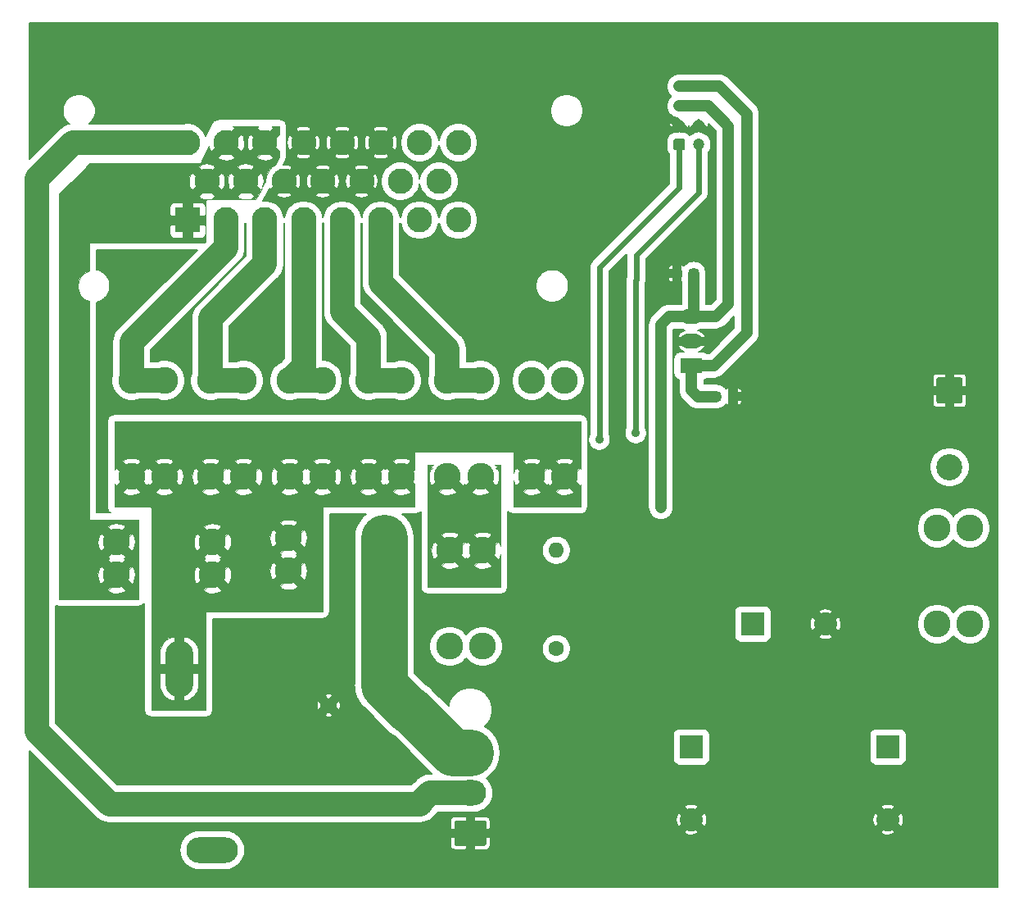
<source format=gbl>
%TF.GenerationSoftware,KiCad,Pcbnew,5.1.5-52549c5~84~ubuntu18.04.1*%
%TF.CreationDate,2020-02-26T10:28:26-05:00*%
%TF.ProjectId,LV_Breakout,4c565f42-7265-4616-9b6f-75742e6b6963,rev?*%
%TF.SameCoordinates,PX678e028PY6d01460*%
%TF.FileFunction,Copper,L2,Bot*%
%TF.FilePolarity,Positive*%
%FSLAX46Y46*%
G04 Gerber Fmt 4.6, Leading zero omitted, Abs format (unit mm)*
G04 Created by KiCad (PCBNEW 5.1.5-52549c5~84~ubuntu18.04.1) date 2020-02-26 10:28:26*
%MOMM*%
%LPD*%
G04 APERTURE LIST*
%TA.AperFunction,ComponentPad*%
%ADD10R,2.625000X2.625000*%
%TD*%
%TA.AperFunction,ComponentPad*%
%ADD11C,2.625000*%
%TD*%
%TA.AperFunction,ComponentPad*%
%ADD12C,0.100000*%
%TD*%
%TA.AperFunction,ComponentPad*%
%ADD13O,3.300000X2.640000*%
%TD*%
%TA.AperFunction,ComponentPad*%
%ADD14C,1.200000*%
%TD*%
%TA.AperFunction,ComponentPad*%
%ADD15O,2.300000X1.500000*%
%TD*%
%TA.AperFunction,ComponentPad*%
%ADD16R,2.300000X1.500000*%
%TD*%
%TA.AperFunction,ComponentPad*%
%ADD17O,1.600000X1.600000*%
%TD*%
%TA.AperFunction,ComponentPad*%
%ADD18C,1.600000*%
%TD*%
%TA.AperFunction,ComponentPad*%
%ADD19C,1.635000*%
%TD*%
%TA.AperFunction,ComponentPad*%
%ADD20O,2.925000X5.850000*%
%TD*%
%TA.AperFunction,ComponentPad*%
%ADD21O,5.340000X2.670000*%
%TD*%
%TA.AperFunction,ComponentPad*%
%ADD22C,2.700000*%
%TD*%
%TA.AperFunction,ComponentPad*%
%ADD23C,2.780000*%
%TD*%
%TA.AperFunction,SMDPad,CuDef*%
%ADD24C,0.100000*%
%TD*%
%TA.AperFunction,ComponentPad*%
%ADD25C,2.400000*%
%TD*%
%TA.AperFunction,ComponentPad*%
%ADD26R,2.400000X2.400000*%
%TD*%
%TA.AperFunction,ViaPad*%
%ADD27C,0.900000*%
%TD*%
%TA.AperFunction,Conductor*%
%ADD28C,2.540000*%
%TD*%
%TA.AperFunction,Conductor*%
%ADD29C,1.200000*%
%TD*%
%TA.AperFunction,Conductor*%
%ADD30C,4.800000*%
%TD*%
%TA.AperFunction,Conductor*%
%ADD31C,0.625000*%
%TD*%
%TA.AperFunction,Conductor*%
%ADD32C,0.050000*%
%TD*%
%TA.AperFunction,Conductor*%
%ADD33C,0.200000*%
%TD*%
G04 APERTURE END LIST*
D10*
%TO.P,J4,1*%
%TO.N,/LV_PWR*%
X17115000Y69660000D03*
D11*
%TO.P,J4,2*%
%TO.N,/COOL_PWR*%
X21115000Y69660000D03*
%TO.P,J4,3*%
%TO.N,/SHUTDOWN_OUT*%
X25115000Y69660000D03*
%TO.P,J4,4*%
%TO.N,/RINE_PWR*%
X29115000Y69660000D03*
%TO.P,J4,5*%
%TO.N,/FAN_PWR*%
X33115000Y69660000D03*
%TO.P,J4,6*%
%TO.N,/TO_BRB*%
X37115000Y69660000D03*
%TO.P,J4,7*%
%TO.N,/DCDC_IN*%
X41115000Y69660000D03*
%TO.P,J4,8*%
X45115000Y69660000D03*
%TO.P,J4,9*%
%TO.N,/LV_PWR*%
X19115000Y73660000D03*
%TO.P,J4,10*%
X23115000Y73660000D03*
%TO.P,J4,11*%
%TO.N,GND*%
X27115000Y73660000D03*
%TO.P,J4,12*%
X31115000Y73660000D03*
%TO.P,J4,13*%
X35115000Y73660000D03*
%TO.P,J4,14*%
%TO.N,/DCDC_IN*%
X39115000Y73660000D03*
%TO.P,J4,15*%
X43115000Y73660000D03*
%TO.P,J4,16*%
%TO.N,/FROM_BRB*%
X17115000Y77660000D03*
%TO.P,J4,17*%
%TO.N,/LV_PWR*%
X21115000Y77660000D03*
%TO.P,J4,18*%
X25115000Y77660000D03*
%TO.P,J4,19*%
%TO.N,GND*%
X29115000Y77660000D03*
%TO.P,J4,20*%
X33115000Y77660000D03*
%TO.P,J4,21*%
X37115000Y77660000D03*
%TO.P,J4,22*%
%TO.N,+5V*%
X41115000Y77660000D03*
%TO.P,J4,23*%
X45115000Y77660000D03*
%TD*%
%TA.AperFunction,ComponentPad*%
D12*
%TO.P,J3,1*%
%TO.N,GND*%
G36*
X47779504Y7668796D02*
G01*
X47803773Y7665196D01*
X47827571Y7659235D01*
X47850671Y7650970D01*
X47872849Y7640480D01*
X47893893Y7627867D01*
X47913598Y7613253D01*
X47931777Y7596777D01*
X47948253Y7578598D01*
X47962867Y7558893D01*
X47975480Y7537849D01*
X47985970Y7515671D01*
X47994235Y7492571D01*
X48000196Y7468773D01*
X48003796Y7444504D01*
X48005000Y7420000D01*
X48005000Y5280000D01*
X48003796Y5255496D01*
X48000196Y5231227D01*
X47994235Y5207429D01*
X47985970Y5184329D01*
X47975480Y5162151D01*
X47962867Y5141107D01*
X47948253Y5121402D01*
X47931777Y5103223D01*
X47913598Y5086747D01*
X47893893Y5072133D01*
X47872849Y5059520D01*
X47850671Y5049030D01*
X47827571Y5040765D01*
X47803773Y5034804D01*
X47779504Y5031204D01*
X47755000Y5030000D01*
X44955000Y5030000D01*
X44930496Y5031204D01*
X44906227Y5034804D01*
X44882429Y5040765D01*
X44859329Y5049030D01*
X44837151Y5059520D01*
X44816107Y5072133D01*
X44796402Y5086747D01*
X44778223Y5103223D01*
X44761747Y5121402D01*
X44747133Y5141107D01*
X44734520Y5162151D01*
X44724030Y5184329D01*
X44715765Y5207429D01*
X44709804Y5231227D01*
X44706204Y5255496D01*
X44705000Y5280000D01*
X44705000Y7420000D01*
X44706204Y7444504D01*
X44709804Y7468773D01*
X44715765Y7492571D01*
X44724030Y7515671D01*
X44734520Y7537849D01*
X44747133Y7558893D01*
X44761747Y7578598D01*
X44778223Y7596777D01*
X44796402Y7613253D01*
X44816107Y7627867D01*
X44837151Y7640480D01*
X44859329Y7650970D01*
X44882429Y7659235D01*
X44906227Y7665196D01*
X44930496Y7668796D01*
X44955000Y7670000D01*
X47755000Y7670000D01*
X47779504Y7668796D01*
G37*
%TD.AperFunction*%
D13*
%TO.P,J3,2*%
%TO.N,/FROM_BRB*%
X46355000Y10490000D03*
%TO.P,J3,3*%
%TO.N,/LOGIC*%
X46355000Y14630000D03*
%TD*%
D14*
%TO.P,J1,8*%
%TO.N,/DAQ_PWR*%
X69945000Y83470000D03*
%TO.P,J1,6*%
%TO.N,+5V*%
X69945000Y81470000D03*
%TO.P,J1,4*%
%TO.N,GND*%
X69945000Y79470000D03*
%TO.P,J1,2*%
%TO.N,/SDA*%
X69945000Y77470000D03*
%TO.P,J1,7*%
%TO.N,/DAQ_PWR*%
X67945000Y83470000D03*
%TO.P,J1,5*%
%TO.N,+5V*%
X67945000Y81470000D03*
%TO.P,J1,3*%
%TO.N,GND*%
X67945000Y79470000D03*
%TA.AperFunction,ComponentPad*%
D12*
%TO.P,J1,1*%
%TO.N,/SCL*%
G36*
X68319505Y78068796D02*
G01*
X68343773Y78065196D01*
X68367572Y78059235D01*
X68390671Y78050970D01*
X68412850Y78040480D01*
X68433893Y78027868D01*
X68453599Y78013253D01*
X68471777Y77996777D01*
X68488253Y77978599D01*
X68502868Y77958893D01*
X68515480Y77937850D01*
X68525970Y77915671D01*
X68534235Y77892572D01*
X68540196Y77868773D01*
X68543796Y77844505D01*
X68545000Y77820001D01*
X68545000Y77119999D01*
X68543796Y77095495D01*
X68540196Y77071227D01*
X68534235Y77047428D01*
X68525970Y77024329D01*
X68515480Y77002150D01*
X68502868Y76981107D01*
X68488253Y76961401D01*
X68471777Y76943223D01*
X68453599Y76926747D01*
X68433893Y76912132D01*
X68412850Y76899520D01*
X68390671Y76889030D01*
X68367572Y76880765D01*
X68343773Y76874804D01*
X68319505Y76871204D01*
X68295001Y76870000D01*
X67594999Y76870000D01*
X67570495Y76871204D01*
X67546227Y76874804D01*
X67522428Y76880765D01*
X67499329Y76889030D01*
X67477150Y76899520D01*
X67456107Y76912132D01*
X67436401Y76926747D01*
X67418223Y76943223D01*
X67401747Y76961401D01*
X67387132Y76981107D01*
X67374520Y77002150D01*
X67364030Y77024329D01*
X67355765Y77047428D01*
X67349804Y77071227D01*
X67346204Y77095495D01*
X67345000Y77119999D01*
X67345000Y77820001D01*
X67346204Y77844505D01*
X67349804Y77868773D01*
X67355765Y77892572D01*
X67364030Y77915671D01*
X67374520Y77937850D01*
X67387132Y77958893D01*
X67401747Y77978599D01*
X67418223Y77996777D01*
X67436401Y78013253D01*
X67456107Y78027868D01*
X67477150Y78040480D01*
X67499329Y78050970D01*
X67522428Y78059235D01*
X67546227Y78065196D01*
X67570495Y78068796D01*
X67594999Y78070000D01*
X68295001Y78070000D01*
X68319505Y78068796D01*
G37*
%TD.AperFunction*%
%TD*%
D15*
%TO.P,U1,3*%
%TO.N,+5V*%
X69215000Y59690000D03*
%TO.P,U1,2*%
%TO.N,GND*%
X69215000Y57150000D03*
D16*
%TO.P,U1,1*%
%TO.N,/DAQ_PWR*%
X69215000Y54610000D03*
%TD*%
D17*
%TO.P,R1,2*%
%TO.N,/GLV_IN*%
X55245000Y35560000D03*
D18*
%TO.P,R1,1*%
%TO.N,/VCAP_AB*%
X55245000Y25400000D03*
%TD*%
D19*
%TO.P,K1,1*%
%TO.N,GND*%
X31695000Y19535000D03*
%TO.P,K1,2*%
%TO.N,/FROM_BRB*%
X31695000Y9375000D03*
D20*
%TO.P,K1,4*%
%TO.N,+12V*%
X16255000Y23345000D03*
D21*
%TO.P,K1,3*%
%TO.N,Net-(F2-Pad2)*%
X19685000Y4595000D03*
%TD*%
D22*
%TO.P,J2,2*%
%TO.N,/BATT_IN*%
X95885000Y44150000D03*
%TA.AperFunction,ComponentPad*%
D12*
%TO.P,J2,1*%
%TO.N,GND*%
G36*
X97009503Y53418796D02*
G01*
X97033772Y53415196D01*
X97057570Y53409235D01*
X97080670Y53400970D01*
X97102849Y53390480D01*
X97123892Y53377867D01*
X97143598Y53363252D01*
X97161776Y53346776D01*
X97178252Y53328598D01*
X97192867Y53308892D01*
X97205480Y53287849D01*
X97215970Y53265670D01*
X97224235Y53242570D01*
X97230196Y53218772D01*
X97233796Y53194503D01*
X97235000Y53169999D01*
X97235000Y50970001D01*
X97233796Y50945497D01*
X97230196Y50921228D01*
X97224235Y50897430D01*
X97215970Y50874330D01*
X97205480Y50852151D01*
X97192867Y50831108D01*
X97178252Y50811402D01*
X97161776Y50793224D01*
X97143598Y50776748D01*
X97123892Y50762133D01*
X97102849Y50749520D01*
X97080670Y50739030D01*
X97057570Y50730765D01*
X97033772Y50724804D01*
X97009503Y50721204D01*
X96984999Y50720000D01*
X94785001Y50720000D01*
X94760497Y50721204D01*
X94736228Y50724804D01*
X94712430Y50730765D01*
X94689330Y50739030D01*
X94667151Y50749520D01*
X94646108Y50762133D01*
X94626402Y50776748D01*
X94608224Y50793224D01*
X94591748Y50811402D01*
X94577133Y50831108D01*
X94564520Y50852151D01*
X94554030Y50874330D01*
X94545765Y50897430D01*
X94539804Y50921228D01*
X94536204Y50945497D01*
X94535000Y50970001D01*
X94535000Y53169999D01*
X94536204Y53194503D01*
X94539804Y53218772D01*
X94545765Y53242570D01*
X94554030Y53265670D01*
X94564520Y53287849D01*
X94577133Y53308892D01*
X94591748Y53328598D01*
X94608224Y53346776D01*
X94626402Y53363252D01*
X94646108Y53377867D01*
X94667151Y53390480D01*
X94689330Y53400970D01*
X94712430Y53409235D01*
X94736228Y53415196D01*
X94760497Y53418796D01*
X94785001Y53420000D01*
X96984999Y53420000D01*
X97009503Y53418796D01*
G37*
%TD.AperFunction*%
%TD*%
D23*
%TO.P,F10,1*%
%TO.N,+12V*%
X35832140Y43180000D03*
X39232140Y43180000D03*
%TO.P,F10,2*%
%TO.N,/FAN_PWR*%
X35832140Y53100000D03*
X39232140Y53100000D03*
%TD*%
%TO.P,F9,1*%
%TO.N,+12V*%
X19685000Y33020000D03*
X19685000Y36420000D03*
%TO.P,F9,2*%
%TO.N,/LV_PWR*%
X9765000Y33020000D03*
X9765000Y36420000D03*
%TD*%
%TO.P,F8,1*%
%TO.N,+12V*%
X27545000Y36830000D03*
X27545000Y33430000D03*
%TO.P,F8,2*%
%TO.N,/LOGIC*%
X37465000Y36830000D03*
X37465000Y33430000D03*
%TD*%
%TO.P,F7,1*%
%TO.N,+12V*%
X11339285Y43180000D03*
X14739285Y43180000D03*
%TO.P,F7,2*%
%TO.N,/COOL_PWR*%
X11339285Y53100000D03*
X14739285Y53100000D03*
%TD*%
%TO.P,F6,1*%
%TO.N,+12V*%
X27667855Y43180000D03*
X31067855Y43180000D03*
%TO.P,F6,2*%
%TO.N,/RINE_PWR*%
X27667855Y53100000D03*
X31067855Y53100000D03*
%TD*%
%TO.P,F5,1*%
%TO.N,+12V*%
X52705000Y43180000D03*
X56105000Y43180000D03*
%TO.P,F5,2*%
%TO.N,/DAQ_PWR*%
X52705000Y53100000D03*
X56105000Y53100000D03*
%TD*%
%TO.P,F4,1*%
%TO.N,+12V*%
X19503570Y43180000D03*
X22903570Y43180000D03*
%TO.P,F4,2*%
%TO.N,/SHUTDOWN_OUT*%
X19503570Y53100000D03*
X22903570Y53100000D03*
%TD*%
%TO.P,F3,1*%
%TO.N,/TO_BRB*%
X47396425Y53100000D03*
X43996425Y53100000D03*
%TO.P,F3,2*%
%TO.N,/GLV_IN*%
X47396425Y43180000D03*
X43996425Y43180000D03*
%TD*%
%TO.P,F2,1*%
%TO.N,/GLV_IN*%
X47625000Y35560000D03*
X44225000Y35560000D03*
%TO.P,F2,2*%
%TO.N,Net-(F2-Pad2)*%
X47625000Y25640000D03*
X44225000Y25640000D03*
%TD*%
%TO.P,F1,1*%
%TO.N,/GLV_COMB/VBATT*%
X94615000Y27940000D03*
X98015000Y27940000D03*
%TO.P,F1,2*%
%TO.N,/BATT_IN*%
X94615000Y37860000D03*
X98015000Y37860000D03*
%TD*%
%TA.AperFunction,SMDPad,CuDef*%
D24*
%TO.P,C5,2*%
%TO.N,GND*%
G36*
X68015779Y64608856D02*
G01*
X68038834Y64605437D01*
X68061443Y64599773D01*
X68083387Y64591921D01*
X68104457Y64581956D01*
X68124448Y64569974D01*
X68143168Y64556090D01*
X68160438Y64540438D01*
X68176090Y64523168D01*
X68189974Y64504448D01*
X68201956Y64484457D01*
X68211921Y64463387D01*
X68219773Y64441443D01*
X68225437Y64418834D01*
X68228856Y64395779D01*
X68230000Y64372500D01*
X68230000Y63897500D01*
X68228856Y63874221D01*
X68225437Y63851166D01*
X68219773Y63828557D01*
X68211921Y63806613D01*
X68201956Y63785543D01*
X68189974Y63765552D01*
X68176090Y63746832D01*
X68160438Y63729562D01*
X68143168Y63713910D01*
X68124448Y63700026D01*
X68104457Y63688044D01*
X68083387Y63678079D01*
X68061443Y63670227D01*
X68038834Y63664563D01*
X68015779Y63661144D01*
X67992500Y63660000D01*
X67417500Y63660000D01*
X67394221Y63661144D01*
X67371166Y63664563D01*
X67348557Y63670227D01*
X67326613Y63678079D01*
X67305543Y63688044D01*
X67285552Y63700026D01*
X67266832Y63713910D01*
X67249562Y63729562D01*
X67233910Y63746832D01*
X67220026Y63765552D01*
X67208044Y63785543D01*
X67198079Y63806613D01*
X67190227Y63828557D01*
X67184563Y63851166D01*
X67181144Y63874221D01*
X67180000Y63897500D01*
X67180000Y64372500D01*
X67181144Y64395779D01*
X67184563Y64418834D01*
X67190227Y64441443D01*
X67198079Y64463387D01*
X67208044Y64484457D01*
X67220026Y64504448D01*
X67233910Y64523168D01*
X67249562Y64540438D01*
X67266832Y64556090D01*
X67285552Y64569974D01*
X67305543Y64581956D01*
X67326613Y64591921D01*
X67348557Y64599773D01*
X67371166Y64605437D01*
X67394221Y64608856D01*
X67417500Y64610000D01*
X67992500Y64610000D01*
X68015779Y64608856D01*
G37*
%TD.AperFunction*%
%TA.AperFunction,SMDPad,CuDef*%
%TO.P,C5,1*%
%TO.N,+5V*%
G36*
X69765779Y64608856D02*
G01*
X69788834Y64605437D01*
X69811443Y64599773D01*
X69833387Y64591921D01*
X69854457Y64581956D01*
X69874448Y64569974D01*
X69893168Y64556090D01*
X69910438Y64540438D01*
X69926090Y64523168D01*
X69939974Y64504448D01*
X69951956Y64484457D01*
X69961921Y64463387D01*
X69969773Y64441443D01*
X69975437Y64418834D01*
X69978856Y64395779D01*
X69980000Y64372500D01*
X69980000Y63897500D01*
X69978856Y63874221D01*
X69975437Y63851166D01*
X69969773Y63828557D01*
X69961921Y63806613D01*
X69951956Y63785543D01*
X69939974Y63765552D01*
X69926090Y63746832D01*
X69910438Y63729562D01*
X69893168Y63713910D01*
X69874448Y63700026D01*
X69854457Y63688044D01*
X69833387Y63678079D01*
X69811443Y63670227D01*
X69788834Y63664563D01*
X69765779Y63661144D01*
X69742500Y63660000D01*
X69167500Y63660000D01*
X69144221Y63661144D01*
X69121166Y63664563D01*
X69098557Y63670227D01*
X69076613Y63678079D01*
X69055543Y63688044D01*
X69035552Y63700026D01*
X69016832Y63713910D01*
X68999562Y63729562D01*
X68983910Y63746832D01*
X68970026Y63765552D01*
X68958044Y63785543D01*
X68948079Y63806613D01*
X68940227Y63828557D01*
X68934563Y63851166D01*
X68931144Y63874221D01*
X68930000Y63897500D01*
X68930000Y64372500D01*
X68931144Y64395779D01*
X68934563Y64418834D01*
X68940227Y64441443D01*
X68948079Y64463387D01*
X68958044Y64484457D01*
X68970026Y64504448D01*
X68983910Y64523168D01*
X68999562Y64540438D01*
X69016832Y64556090D01*
X69035552Y64569974D01*
X69055543Y64581956D01*
X69076613Y64591921D01*
X69098557Y64599773D01*
X69121166Y64605437D01*
X69144221Y64608856D01*
X69167500Y64610000D01*
X69742500Y64610000D01*
X69765779Y64608856D01*
G37*
%TD.AperFunction*%
%TD*%
D25*
%TO.P,C4,2*%
%TO.N,GND*%
X89535000Y7740000D03*
D26*
%TO.P,C4,1*%
%TO.N,/VCAP_AB*%
X89535000Y15240000D03*
%TD*%
D25*
%TO.P,C3,2*%
%TO.N,GND*%
X69215000Y7740000D03*
D26*
%TO.P,C3,1*%
%TO.N,/VCAP_AB*%
X69215000Y15240000D03*
%TD*%
D25*
%TO.P,C2,2*%
%TO.N,GND*%
X83065000Y27940000D03*
D26*
%TO.P,C2,1*%
%TO.N,/VCAP_AB*%
X75565000Y27940000D03*
%TD*%
%TA.AperFunction,SMDPad,CuDef*%
D24*
%TO.P,C1,2*%
%TO.N,GND*%
G36*
X73815779Y51908856D02*
G01*
X73838834Y51905437D01*
X73861443Y51899773D01*
X73883387Y51891921D01*
X73904457Y51881956D01*
X73924448Y51869974D01*
X73943168Y51856090D01*
X73960438Y51840438D01*
X73976090Y51823168D01*
X73989974Y51804448D01*
X74001956Y51784457D01*
X74011921Y51763387D01*
X74019773Y51741443D01*
X74025437Y51718834D01*
X74028856Y51695779D01*
X74030000Y51672500D01*
X74030000Y51197500D01*
X74028856Y51174221D01*
X74025437Y51151166D01*
X74019773Y51128557D01*
X74011921Y51106613D01*
X74001956Y51085543D01*
X73989974Y51065552D01*
X73976090Y51046832D01*
X73960438Y51029562D01*
X73943168Y51013910D01*
X73924448Y51000026D01*
X73904457Y50988044D01*
X73883387Y50978079D01*
X73861443Y50970227D01*
X73838834Y50964563D01*
X73815779Y50961144D01*
X73792500Y50960000D01*
X73217500Y50960000D01*
X73194221Y50961144D01*
X73171166Y50964563D01*
X73148557Y50970227D01*
X73126613Y50978079D01*
X73105543Y50988044D01*
X73085552Y51000026D01*
X73066832Y51013910D01*
X73049562Y51029562D01*
X73033910Y51046832D01*
X73020026Y51065552D01*
X73008044Y51085543D01*
X72998079Y51106613D01*
X72990227Y51128557D01*
X72984563Y51151166D01*
X72981144Y51174221D01*
X72980000Y51197500D01*
X72980000Y51672500D01*
X72981144Y51695779D01*
X72984563Y51718834D01*
X72990227Y51741443D01*
X72998079Y51763387D01*
X73008044Y51784457D01*
X73020026Y51804448D01*
X73033910Y51823168D01*
X73049562Y51840438D01*
X73066832Y51856090D01*
X73085552Y51869974D01*
X73105543Y51881956D01*
X73126613Y51891921D01*
X73148557Y51899773D01*
X73171166Y51905437D01*
X73194221Y51908856D01*
X73217500Y51910000D01*
X73792500Y51910000D01*
X73815779Y51908856D01*
G37*
%TD.AperFunction*%
%TA.AperFunction,SMDPad,CuDef*%
%TO.P,C1,1*%
%TO.N,/DAQ_PWR*%
G36*
X72065779Y51908856D02*
G01*
X72088834Y51905437D01*
X72111443Y51899773D01*
X72133387Y51891921D01*
X72154457Y51881956D01*
X72174448Y51869974D01*
X72193168Y51856090D01*
X72210438Y51840438D01*
X72226090Y51823168D01*
X72239974Y51804448D01*
X72251956Y51784457D01*
X72261921Y51763387D01*
X72269773Y51741443D01*
X72275437Y51718834D01*
X72278856Y51695779D01*
X72280000Y51672500D01*
X72280000Y51197500D01*
X72278856Y51174221D01*
X72275437Y51151166D01*
X72269773Y51128557D01*
X72261921Y51106613D01*
X72251956Y51085543D01*
X72239974Y51065552D01*
X72226090Y51046832D01*
X72210438Y51029562D01*
X72193168Y51013910D01*
X72174448Y51000026D01*
X72154457Y50988044D01*
X72133387Y50978079D01*
X72111443Y50970227D01*
X72088834Y50964563D01*
X72065779Y50961144D01*
X72042500Y50960000D01*
X71467500Y50960000D01*
X71444221Y50961144D01*
X71421166Y50964563D01*
X71398557Y50970227D01*
X71376613Y50978079D01*
X71355543Y50988044D01*
X71335552Y51000026D01*
X71316832Y51013910D01*
X71299562Y51029562D01*
X71283910Y51046832D01*
X71270026Y51065552D01*
X71258044Y51085543D01*
X71248079Y51106613D01*
X71240227Y51128557D01*
X71234563Y51151166D01*
X71231144Y51174221D01*
X71230000Y51197500D01*
X71230000Y51672500D01*
X71231144Y51695779D01*
X71234563Y51718834D01*
X71240227Y51741443D01*
X71248079Y51763387D01*
X71258044Y51784457D01*
X71270026Y51804448D01*
X71283910Y51823168D01*
X71299562Y51840438D01*
X71316832Y51856090D01*
X71335552Y51869974D01*
X71355543Y51881956D01*
X71376613Y51891921D01*
X71398557Y51899773D01*
X71421166Y51905437D01*
X71444221Y51908856D01*
X71467500Y51910000D01*
X72042500Y51910000D01*
X72065779Y51908856D01*
G37*
%TD.AperFunction*%
%TD*%
D27*
%TO.N,GND*%
X63500000Y40640000D03*
X90170000Y57785000D03*
X90170000Y54610000D03*
X90170000Y64135000D03*
X64135000Y76835000D03*
X55880000Y73025000D03*
X90170000Y69215000D03*
X56515000Y57785000D03*
X48260000Y57785000D03*
%TO.N,+5V*%
X66040000Y40005000D03*
%TO.N,/SCL*%
X59690000Y46990000D03*
%TO.N,/SDA*%
X63454409Y47670591D03*
%TD*%
D28*
%TO.N,/SHUTDOWN_OUT*%
X19503570Y53100000D02*
X22903570Y53100000D01*
X25115000Y69660000D02*
X25115000Y65120000D01*
X19503570Y59508570D02*
X19503570Y53100000D01*
X25115000Y65120000D02*
X19503570Y59508570D01*
%TO.N,/RINE_PWR*%
X29115000Y54547145D02*
X29115000Y69660000D01*
X27667855Y53100000D02*
X29115000Y54547145D01*
X31067855Y53100000D02*
X27667855Y53100000D01*
%TO.N,/COOL_PWR*%
X21115000Y69660000D02*
X21115000Y66835000D01*
X11339285Y57059285D02*
X11339285Y53100000D01*
X21115000Y66835000D02*
X11339285Y57059285D01*
X14739285Y53100000D02*
X11339285Y53100000D01*
%TO.N,/FAN_PWR*%
X33115000Y69660000D02*
X33115000Y60230000D01*
X35832140Y57512860D02*
X35832140Y53100000D01*
X33115000Y60230000D02*
X35832140Y57512860D01*
X39232140Y53100000D02*
X35832140Y53100000D01*
%TO.N,/TO_BRB*%
X37115000Y69660000D02*
X37115000Y63215000D01*
X43996425Y56333575D02*
X43996425Y53100000D01*
X37115000Y63215000D02*
X43996425Y56333575D01*
X47396425Y53100000D02*
X43996425Y53100000D01*
D29*
%TO.N,+5V*%
X67945000Y81470000D02*
X69945000Y81470000D01*
X69945000Y81470000D02*
X70930000Y81470000D01*
X73025000Y79375000D02*
X73025000Y60960000D01*
X70930000Y81470000D02*
X73025000Y79375000D01*
X71755000Y59690000D02*
X69215000Y59690000D01*
X73025000Y60960000D02*
X71755000Y59690000D01*
X69455000Y59930000D02*
X69215000Y59690000D01*
X69455000Y64135000D02*
X69455000Y59930000D01*
X66865000Y59690000D02*
X69215000Y59690000D01*
X66040000Y58865000D02*
X66865000Y59690000D01*
X66040000Y40005000D02*
X66040000Y58865000D01*
D28*
%TO.N,/FROM_BRB*%
X17115000Y77660000D02*
X5270000Y77660000D01*
X5270000Y77660000D02*
X1520010Y73910010D01*
X1520010Y73910010D02*
X1520010Y16894990D01*
X9040000Y9375000D02*
X31695000Y9375000D01*
X1520010Y16894990D02*
X9040000Y9375000D01*
X31695000Y9375000D02*
X41125000Y9375000D01*
X41125000Y9375000D02*
X41275000Y9525000D01*
X42165000Y10490000D02*
X46355000Y10490000D01*
X41275000Y9525000D02*
X41275000Y9600000D01*
X41275000Y9600000D02*
X42165000Y10490000D01*
D29*
%TO.N,/DAQ_PWR*%
X71565000Y54610000D02*
X74930000Y57975000D01*
X69215000Y54610000D02*
X71565000Y54610000D01*
X74930000Y57975000D02*
X74930000Y80645000D01*
X72105000Y83470000D02*
X67945000Y83470000D01*
X74930000Y80645000D02*
X72105000Y83470000D01*
X69215000Y52070000D02*
X69215000Y54610000D01*
X71755000Y51435000D02*
X69850000Y51435000D01*
X69850000Y51435000D02*
X69215000Y52070000D01*
D30*
%TO.N,/LOGIC*%
X37465000Y36830000D02*
X37465000Y33430000D01*
X44593798Y14630000D02*
X40173798Y19050000D01*
X46355000Y14630000D02*
X44593798Y14630000D01*
X40173798Y19050000D02*
X40005000Y19050000D01*
X37465000Y21590000D02*
X37465000Y33430000D01*
X40005000Y19050000D02*
X37465000Y21590000D01*
D31*
%TO.N,/SCL*%
X67945000Y73025000D02*
X67945000Y77470000D01*
X59690000Y46990000D02*
X59690000Y64770000D01*
X59690000Y64770000D02*
X67945000Y73025000D01*
%TO.N,/SDA*%
X63454409Y47670591D02*
X63454409Y63454409D01*
X63454409Y63454409D02*
X63500000Y63500000D01*
X63500000Y63500000D02*
X63500000Y66040000D01*
X69945000Y72485000D02*
X69945000Y77470000D01*
X63500000Y66040000D02*
X69945000Y72485000D01*
%TD*%
D32*
%TO.N,/GLV_IN*%
G36*
X42299972Y44204699D02*
G01*
X42437993Y44066678D01*
X42208638Y43891771D01*
X42104131Y43529315D01*
X42072343Y43153435D01*
X42114496Y42778575D01*
X42208638Y42468229D01*
X42437994Y42293321D01*
X43324674Y43180000D01*
X43310531Y43194142D01*
X43982283Y43865894D01*
X43996425Y43851751D01*
X44010567Y43865894D01*
X44682319Y43194142D01*
X44668176Y43180000D01*
X45554856Y42293321D01*
X45696425Y42401282D01*
X45837994Y42293321D01*
X46724674Y43180000D01*
X46710531Y43194142D01*
X47382283Y43865894D01*
X47396425Y43851751D01*
X47410567Y43865894D01*
X48082319Y43194142D01*
X48068176Y43180000D01*
X48954856Y42293321D01*
X49184212Y42468229D01*
X49288719Y42830685D01*
X49320507Y43206565D01*
X49278354Y43581425D01*
X49184212Y43891771D01*
X48954857Y44066678D01*
X49092878Y44204699D01*
X48872577Y44425000D01*
X49505000Y44425000D01*
X49505000Y35967784D01*
X49412787Y36271771D01*
X49183431Y36446679D01*
X48296751Y35560000D01*
X49183431Y34673321D01*
X49412787Y34848229D01*
X49505000Y35168046D01*
X49505000Y31775000D01*
X41935000Y31775000D01*
X41935000Y34001569D01*
X43338321Y34001569D01*
X43513229Y33772213D01*
X43875685Y33667706D01*
X44251565Y33635918D01*
X44626425Y33678071D01*
X44936771Y33772213D01*
X45111679Y34001569D01*
X46738321Y34001569D01*
X46913229Y33772213D01*
X47275685Y33667706D01*
X47651565Y33635918D01*
X48026425Y33678071D01*
X48336771Y33772213D01*
X48511679Y34001569D01*
X47625000Y34888249D01*
X46738321Y34001569D01*
X45111679Y34001569D01*
X44225000Y34888249D01*
X43338321Y34001569D01*
X41935000Y34001569D01*
X41935000Y35533435D01*
X42300918Y35533435D01*
X42343071Y35158575D01*
X42437213Y34848229D01*
X42666569Y34673321D01*
X43553249Y35560000D01*
X44896751Y35560000D01*
X45783431Y34673321D01*
X45925000Y34781282D01*
X46066569Y34673321D01*
X46953249Y35560000D01*
X46066569Y36446679D01*
X45925000Y36338718D01*
X45783431Y36446679D01*
X44896751Y35560000D01*
X43553249Y35560000D01*
X42666569Y36446679D01*
X42437213Y36271771D01*
X42332706Y35909315D01*
X42300918Y35533435D01*
X41935000Y35533435D01*
X41935000Y37118431D01*
X43338321Y37118431D01*
X44225000Y36231751D01*
X45111679Y37118431D01*
X46738321Y37118431D01*
X47625000Y36231751D01*
X48511679Y37118431D01*
X48336771Y37347787D01*
X47974315Y37452294D01*
X47598435Y37484082D01*
X47223575Y37441929D01*
X46913229Y37347787D01*
X46738321Y37118431D01*
X45111679Y37118431D01*
X44936771Y37347787D01*
X44574315Y37452294D01*
X44198435Y37484082D01*
X43823575Y37441929D01*
X43513229Y37347787D01*
X43338321Y37118431D01*
X41935000Y37118431D01*
X41935000Y41621569D01*
X43109746Y41621569D01*
X43284654Y41392213D01*
X43647110Y41287706D01*
X44022990Y41255918D01*
X44397850Y41298071D01*
X44708196Y41392213D01*
X44883104Y41621569D01*
X46509746Y41621569D01*
X46684654Y41392213D01*
X47047110Y41287706D01*
X47422990Y41255918D01*
X47797850Y41298071D01*
X48108196Y41392213D01*
X48283104Y41621569D01*
X47396425Y42508249D01*
X46509746Y41621569D01*
X44883104Y41621569D01*
X43996425Y42508249D01*
X43109746Y41621569D01*
X41935000Y41621569D01*
X41935000Y44425000D01*
X42520273Y44425000D01*
X42299972Y44204699D01*
G37*
X42299972Y44204699D02*
X42437993Y44066678D01*
X42208638Y43891771D01*
X42104131Y43529315D01*
X42072343Y43153435D01*
X42114496Y42778575D01*
X42208638Y42468229D01*
X42437994Y42293321D01*
X43324674Y43180000D01*
X43310531Y43194142D01*
X43982283Y43865894D01*
X43996425Y43851751D01*
X44010567Y43865894D01*
X44682319Y43194142D01*
X44668176Y43180000D01*
X45554856Y42293321D01*
X45696425Y42401282D01*
X45837994Y42293321D01*
X46724674Y43180000D01*
X46710531Y43194142D01*
X47382283Y43865894D01*
X47396425Y43851751D01*
X47410567Y43865894D01*
X48082319Y43194142D01*
X48068176Y43180000D01*
X48954856Y42293321D01*
X49184212Y42468229D01*
X49288719Y42830685D01*
X49320507Y43206565D01*
X49278354Y43581425D01*
X49184212Y43891771D01*
X48954857Y44066678D01*
X49092878Y44204699D01*
X48872577Y44425000D01*
X49505000Y44425000D01*
X49505000Y35967784D01*
X49412787Y36271771D01*
X49183431Y36446679D01*
X48296751Y35560000D01*
X49183431Y34673321D01*
X49412787Y34848229D01*
X49505000Y35168046D01*
X49505000Y31775000D01*
X41935000Y31775000D01*
X41935000Y34001569D01*
X43338321Y34001569D01*
X43513229Y33772213D01*
X43875685Y33667706D01*
X44251565Y33635918D01*
X44626425Y33678071D01*
X44936771Y33772213D01*
X45111679Y34001569D01*
X46738321Y34001569D01*
X46913229Y33772213D01*
X47275685Y33667706D01*
X47651565Y33635918D01*
X48026425Y33678071D01*
X48336771Y33772213D01*
X48511679Y34001569D01*
X47625000Y34888249D01*
X46738321Y34001569D01*
X45111679Y34001569D01*
X44225000Y34888249D01*
X43338321Y34001569D01*
X41935000Y34001569D01*
X41935000Y35533435D01*
X42300918Y35533435D01*
X42343071Y35158575D01*
X42437213Y34848229D01*
X42666569Y34673321D01*
X43553249Y35560000D01*
X44896751Y35560000D01*
X45783431Y34673321D01*
X45925000Y34781282D01*
X46066569Y34673321D01*
X46953249Y35560000D01*
X46066569Y36446679D01*
X45925000Y36338718D01*
X45783431Y36446679D01*
X44896751Y35560000D01*
X43553249Y35560000D01*
X42666569Y36446679D01*
X42437213Y36271771D01*
X42332706Y35909315D01*
X42300918Y35533435D01*
X41935000Y35533435D01*
X41935000Y37118431D01*
X43338321Y37118431D01*
X44225000Y36231751D01*
X45111679Y37118431D01*
X46738321Y37118431D01*
X47625000Y36231751D01*
X48511679Y37118431D01*
X48336771Y37347787D01*
X47974315Y37452294D01*
X47598435Y37484082D01*
X47223575Y37441929D01*
X46913229Y37347787D01*
X46738321Y37118431D01*
X45111679Y37118431D01*
X44936771Y37347787D01*
X44574315Y37452294D01*
X44198435Y37484082D01*
X43823575Y37441929D01*
X43513229Y37347787D01*
X43338321Y37118431D01*
X41935000Y37118431D01*
X41935000Y41621569D01*
X43109746Y41621569D01*
X43284654Y41392213D01*
X43647110Y41287706D01*
X44022990Y41255918D01*
X44397850Y41298071D01*
X44708196Y41392213D01*
X44883104Y41621569D01*
X46509746Y41621569D01*
X46684654Y41392213D01*
X47047110Y41287706D01*
X47422990Y41255918D01*
X47797850Y41298071D01*
X48108196Y41392213D01*
X48283104Y41621569D01*
X47396425Y42508249D01*
X46509746Y41621569D01*
X44883104Y41621569D01*
X43996425Y42508249D01*
X43109746Y41621569D01*
X41935000Y41621569D01*
X41935000Y44425000D01*
X42520273Y44425000D01*
X42299972Y44204699D01*
%TO.N,+12V*%
G36*
X57760000Y43993035D02*
G01*
X57663431Y44066679D01*
X56776751Y43180000D01*
X57663431Y42293321D01*
X57760000Y42366965D01*
X57760000Y40030000D01*
X50825000Y40030000D01*
X50825000Y41621569D01*
X51818321Y41621569D01*
X51993229Y41392213D01*
X52355685Y41287706D01*
X52731565Y41255918D01*
X53106425Y41298071D01*
X53416771Y41392213D01*
X53591679Y41621569D01*
X55218321Y41621569D01*
X55393229Y41392213D01*
X55755685Y41287706D01*
X56131565Y41255918D01*
X56506425Y41298071D01*
X56816771Y41392213D01*
X56991679Y41621569D01*
X56105000Y42508249D01*
X55218321Y41621569D01*
X53591679Y41621569D01*
X52705000Y42508249D01*
X51818321Y41621569D01*
X50825000Y41621569D01*
X50825000Y42772216D01*
X50917213Y42468229D01*
X51146569Y42293321D01*
X52033249Y43180000D01*
X53376751Y43180000D01*
X54263431Y42293321D01*
X54405000Y42401282D01*
X54546569Y42293321D01*
X55433249Y43180000D01*
X54546569Y44066679D01*
X54405000Y43958718D01*
X54263431Y44066679D01*
X53376751Y43180000D01*
X52033249Y43180000D01*
X51146569Y44066679D01*
X50917213Y43891771D01*
X50825000Y43571954D01*
X50825000Y44738431D01*
X51818321Y44738431D01*
X52705000Y43851751D01*
X53591679Y44738431D01*
X55218321Y44738431D01*
X56105000Y43851751D01*
X56991679Y44738431D01*
X56816771Y44967787D01*
X56454315Y45072294D01*
X56078435Y45104082D01*
X55703575Y45061929D01*
X55393229Y44967787D01*
X55218321Y44738431D01*
X53591679Y44738431D01*
X53416771Y44967787D01*
X53054315Y45072294D01*
X52678435Y45104082D01*
X52303575Y45061929D01*
X51993229Y44967787D01*
X51818321Y44738431D01*
X50825000Y44738431D01*
X50825000Y45720000D01*
X50824520Y45724877D01*
X50823097Y45729567D01*
X50820787Y45733889D01*
X50817678Y45737678D01*
X50813889Y45740787D01*
X50809567Y45743097D01*
X50804877Y45744520D01*
X50800000Y45745000D01*
X40640000Y45745000D01*
X40635123Y45744520D01*
X40630433Y45743097D01*
X40626111Y45740787D01*
X40622322Y45737678D01*
X40619213Y45733889D01*
X40616903Y45729567D01*
X40615480Y45724877D01*
X40615000Y45720000D01*
X40615000Y43891108D01*
X39903891Y43180000D01*
X40615000Y42468892D01*
X40615000Y40030000D01*
X31115000Y40030000D01*
X31110123Y40029520D01*
X31105433Y40028097D01*
X31101111Y40025787D01*
X31097322Y40022678D01*
X31094213Y40018889D01*
X31091903Y40014567D01*
X31090480Y40009877D01*
X31090000Y40005000D01*
X31090000Y29235000D01*
X19050000Y29235000D01*
X19045123Y29234520D01*
X19040433Y29233097D01*
X19036111Y29230787D01*
X19032322Y29227678D01*
X19029213Y29223889D01*
X19026903Y29219567D01*
X19025480Y29214877D01*
X19025000Y29210000D01*
X19025000Y19075000D01*
X13360000Y19075000D01*
X13360000Y22870000D01*
X14267500Y22870000D01*
X14267500Y21407500D01*
X14398357Y21028885D01*
X14600564Y20683074D01*
X14866350Y20383356D01*
X15185501Y20141249D01*
X15483945Y20050663D01*
X15780000Y20088053D01*
X15780000Y22870000D01*
X16730000Y22870000D01*
X16730000Y20088053D01*
X17026055Y20050663D01*
X17324499Y20141249D01*
X17643650Y20383356D01*
X17909436Y20683074D01*
X18111643Y21028885D01*
X18242500Y21407500D01*
X18242500Y22870000D01*
X16730000Y22870000D01*
X15780000Y22870000D01*
X14267500Y22870000D01*
X13360000Y22870000D01*
X13360000Y25282500D01*
X14267500Y25282500D01*
X14267500Y23820000D01*
X15780000Y23820000D01*
X15780000Y26601947D01*
X16730000Y26601947D01*
X16730000Y23820000D01*
X18242500Y23820000D01*
X18242500Y25282500D01*
X18111643Y25661115D01*
X17909436Y26006926D01*
X17643650Y26306644D01*
X17324499Y26548751D01*
X17026055Y26639337D01*
X16730000Y26601947D01*
X15780000Y26601947D01*
X15483945Y26639337D01*
X15185501Y26548751D01*
X14866350Y26306644D01*
X14600564Y26006926D01*
X14398357Y25661115D01*
X14267500Y25282500D01*
X13360000Y25282500D01*
X13360000Y31461569D01*
X18798321Y31461569D01*
X18973229Y31232213D01*
X19335685Y31127706D01*
X19711565Y31095918D01*
X20086425Y31138071D01*
X20396771Y31232213D01*
X20571679Y31461569D01*
X20161680Y31871569D01*
X26658321Y31871569D01*
X26833229Y31642213D01*
X27195685Y31537706D01*
X27571565Y31505918D01*
X27946425Y31548071D01*
X28256771Y31642213D01*
X28431679Y31871569D01*
X27545000Y32758249D01*
X26658321Y31871569D01*
X20161680Y31871569D01*
X19685000Y32348249D01*
X18798321Y31461569D01*
X13360000Y31461569D01*
X13360000Y32993435D01*
X17760918Y32993435D01*
X17803071Y32618575D01*
X17897213Y32308229D01*
X18126569Y32133321D01*
X19013249Y33020000D01*
X20356751Y33020000D01*
X21243431Y32133321D01*
X21472787Y32308229D01*
X21577294Y32670685D01*
X21609082Y33046565D01*
X21568952Y33403435D01*
X25620918Y33403435D01*
X25663071Y33028575D01*
X25757213Y32718229D01*
X25986569Y32543321D01*
X26873249Y33430000D01*
X28216751Y33430000D01*
X29103431Y32543321D01*
X29332787Y32718229D01*
X29437294Y33080685D01*
X29469082Y33456565D01*
X29426929Y33831425D01*
X29332787Y34141771D01*
X29103431Y34316679D01*
X28216751Y33430000D01*
X26873249Y33430000D01*
X25986569Y34316679D01*
X25757213Y34141771D01*
X25652706Y33779315D01*
X25620918Y33403435D01*
X21568952Y33403435D01*
X21566929Y33421425D01*
X21472787Y33731771D01*
X21243431Y33906679D01*
X20356751Y33020000D01*
X19013249Y33020000D01*
X18126569Y33906679D01*
X17897213Y33731771D01*
X17792706Y33369315D01*
X17760918Y32993435D01*
X13360000Y32993435D01*
X13360000Y34861569D01*
X18798321Y34861569D01*
X18906282Y34720000D01*
X18798321Y34578431D01*
X19685000Y33691751D01*
X20571679Y34578431D01*
X20463718Y34720000D01*
X20571679Y34861569D01*
X20161680Y35271569D01*
X26658321Y35271569D01*
X26766282Y35130000D01*
X26658321Y34988431D01*
X27545000Y34101751D01*
X28431679Y34988431D01*
X28323718Y35130000D01*
X28431679Y35271569D01*
X27545000Y36158249D01*
X26658321Y35271569D01*
X20161680Y35271569D01*
X19685000Y35748249D01*
X18798321Y34861569D01*
X13360000Y34861569D01*
X13360000Y36393435D01*
X17760918Y36393435D01*
X17803071Y36018575D01*
X17897213Y35708229D01*
X18126569Y35533321D01*
X19013249Y36420000D01*
X20356751Y36420000D01*
X21243431Y35533321D01*
X21472787Y35708229D01*
X21577294Y36070685D01*
X21609082Y36446565D01*
X21568952Y36803435D01*
X25620918Y36803435D01*
X25663071Y36428575D01*
X25757213Y36118229D01*
X25986569Y35943321D01*
X26873249Y36830000D01*
X28216751Y36830000D01*
X29103431Y35943321D01*
X29332787Y36118229D01*
X29437294Y36480685D01*
X29469082Y36856565D01*
X29426929Y37231425D01*
X29332787Y37541771D01*
X29103431Y37716679D01*
X28216751Y36830000D01*
X26873249Y36830000D01*
X25986569Y37716679D01*
X25757213Y37541771D01*
X25652706Y37179315D01*
X25620918Y36803435D01*
X21568952Y36803435D01*
X21566929Y36821425D01*
X21472787Y37131771D01*
X21243431Y37306679D01*
X20356751Y36420000D01*
X19013249Y36420000D01*
X18126569Y37306679D01*
X17897213Y37131771D01*
X17792706Y36769315D01*
X17760918Y36393435D01*
X13360000Y36393435D01*
X13360000Y37978431D01*
X18798321Y37978431D01*
X19685000Y37091751D01*
X20571679Y37978431D01*
X20396771Y38207787D01*
X20034315Y38312294D01*
X19658435Y38344082D01*
X19283575Y38301929D01*
X18973229Y38207787D01*
X18798321Y37978431D01*
X13360000Y37978431D01*
X13360000Y38388431D01*
X26658321Y38388431D01*
X27545000Y37501751D01*
X28431679Y38388431D01*
X28256771Y38617787D01*
X27894315Y38722294D01*
X27518435Y38754082D01*
X27143575Y38711929D01*
X26833229Y38617787D01*
X26658321Y38388431D01*
X13360000Y38388431D01*
X13360000Y40005000D01*
X13359520Y40009877D01*
X13358097Y40014567D01*
X13355787Y40018889D01*
X13352678Y40022678D01*
X13348889Y40025787D01*
X13344567Y40028097D01*
X13339877Y40029520D01*
X13335000Y40030000D01*
X9550000Y40030000D01*
X9550000Y41621569D01*
X10452606Y41621569D01*
X10627514Y41392213D01*
X10989970Y41287706D01*
X11365850Y41255918D01*
X11740710Y41298071D01*
X12051056Y41392213D01*
X12225964Y41621569D01*
X13852606Y41621569D01*
X14027514Y41392213D01*
X14389970Y41287706D01*
X14765850Y41255918D01*
X15140710Y41298071D01*
X15451056Y41392213D01*
X15625964Y41621569D01*
X18616891Y41621569D01*
X18791799Y41392213D01*
X19154255Y41287706D01*
X19530135Y41255918D01*
X19904995Y41298071D01*
X20215341Y41392213D01*
X20390249Y41621569D01*
X22016891Y41621569D01*
X22191799Y41392213D01*
X22554255Y41287706D01*
X22930135Y41255918D01*
X23304995Y41298071D01*
X23615341Y41392213D01*
X23790249Y41621569D01*
X26781176Y41621569D01*
X26956084Y41392213D01*
X27318540Y41287706D01*
X27694420Y41255918D01*
X28069280Y41298071D01*
X28379626Y41392213D01*
X28554534Y41621569D01*
X30181176Y41621569D01*
X30356084Y41392213D01*
X30718540Y41287706D01*
X31094420Y41255918D01*
X31469280Y41298071D01*
X31779626Y41392213D01*
X31954534Y41621569D01*
X34945461Y41621569D01*
X35120369Y41392213D01*
X35482825Y41287706D01*
X35858705Y41255918D01*
X36233565Y41298071D01*
X36543911Y41392213D01*
X36718819Y41621569D01*
X38345461Y41621569D01*
X38520369Y41392213D01*
X38882825Y41287706D01*
X39258705Y41255918D01*
X39633565Y41298071D01*
X39943911Y41392213D01*
X40118819Y41621569D01*
X39232140Y42508249D01*
X38345461Y41621569D01*
X36718819Y41621569D01*
X35832140Y42508249D01*
X34945461Y41621569D01*
X31954534Y41621569D01*
X31067855Y42508249D01*
X30181176Y41621569D01*
X28554534Y41621569D01*
X27667855Y42508249D01*
X26781176Y41621569D01*
X23790249Y41621569D01*
X22903570Y42508249D01*
X22016891Y41621569D01*
X20390249Y41621569D01*
X19503570Y42508249D01*
X18616891Y41621569D01*
X15625964Y41621569D01*
X14739285Y42508249D01*
X13852606Y41621569D01*
X12225964Y41621569D01*
X11339285Y42508249D01*
X10452606Y41621569D01*
X9550000Y41621569D01*
X9550000Y42473167D01*
X9551498Y42468229D01*
X9780854Y42293321D01*
X10667534Y43180000D01*
X12011036Y43180000D01*
X12897716Y42293321D01*
X13039285Y42401282D01*
X13180854Y42293321D01*
X14067534Y43180000D01*
X15411036Y43180000D01*
X16297716Y42293321D01*
X16527072Y42468229D01*
X16631579Y42830685D01*
X16658873Y43153435D01*
X17579488Y43153435D01*
X17621641Y42778575D01*
X17715783Y42468229D01*
X17945139Y42293321D01*
X18831819Y43180000D01*
X20175321Y43180000D01*
X21062001Y42293321D01*
X21203570Y42401282D01*
X21345139Y42293321D01*
X22231819Y43180000D01*
X23575321Y43180000D01*
X24462001Y42293321D01*
X24691357Y42468229D01*
X24795864Y42830685D01*
X24823158Y43153435D01*
X25743773Y43153435D01*
X25785926Y42778575D01*
X25880068Y42468229D01*
X26109424Y42293321D01*
X26996104Y43180000D01*
X28339606Y43180000D01*
X29226286Y42293321D01*
X29367855Y42401282D01*
X29509424Y42293321D01*
X30396104Y43180000D01*
X31739606Y43180000D01*
X32626286Y42293321D01*
X32855642Y42468229D01*
X32960149Y42830685D01*
X32987443Y43153435D01*
X33908058Y43153435D01*
X33950211Y42778575D01*
X34044353Y42468229D01*
X34273709Y42293321D01*
X35160389Y43180000D01*
X36503891Y43180000D01*
X37390571Y42293321D01*
X37532140Y42401282D01*
X37673709Y42293321D01*
X38560389Y43180000D01*
X37673709Y44066679D01*
X37532140Y43958718D01*
X37390571Y44066679D01*
X36503891Y43180000D01*
X35160389Y43180000D01*
X34273709Y44066679D01*
X34044353Y43891771D01*
X33939846Y43529315D01*
X33908058Y43153435D01*
X32987443Y43153435D01*
X32991937Y43206565D01*
X32949784Y43581425D01*
X32855642Y43891771D01*
X32626286Y44066679D01*
X31739606Y43180000D01*
X30396104Y43180000D01*
X29509424Y44066679D01*
X29367855Y43958718D01*
X29226286Y44066679D01*
X28339606Y43180000D01*
X26996104Y43180000D01*
X26109424Y44066679D01*
X25880068Y43891771D01*
X25775561Y43529315D01*
X25743773Y43153435D01*
X24823158Y43153435D01*
X24827652Y43206565D01*
X24785499Y43581425D01*
X24691357Y43891771D01*
X24462001Y44066679D01*
X23575321Y43180000D01*
X22231819Y43180000D01*
X21345139Y44066679D01*
X21203570Y43958718D01*
X21062001Y44066679D01*
X20175321Y43180000D01*
X18831819Y43180000D01*
X17945139Y44066679D01*
X17715783Y43891771D01*
X17611276Y43529315D01*
X17579488Y43153435D01*
X16658873Y43153435D01*
X16663367Y43206565D01*
X16621214Y43581425D01*
X16527072Y43891771D01*
X16297716Y44066679D01*
X15411036Y43180000D01*
X14067534Y43180000D01*
X13180854Y44066679D01*
X13039285Y43958718D01*
X12897716Y44066679D01*
X12011036Y43180000D01*
X10667534Y43180000D01*
X9780854Y44066679D01*
X9551498Y43891771D01*
X9550000Y43886576D01*
X9550000Y44738431D01*
X10452606Y44738431D01*
X11339285Y43851751D01*
X12225964Y44738431D01*
X13852606Y44738431D01*
X14739285Y43851751D01*
X15625964Y44738431D01*
X18616891Y44738431D01*
X19503570Y43851751D01*
X20390249Y44738431D01*
X22016891Y44738431D01*
X22903570Y43851751D01*
X23790249Y44738431D01*
X26781176Y44738431D01*
X27667855Y43851751D01*
X28554534Y44738431D01*
X30181176Y44738431D01*
X31067855Y43851751D01*
X31954534Y44738431D01*
X34945461Y44738431D01*
X35832140Y43851751D01*
X36718819Y44738431D01*
X38345461Y44738431D01*
X39232140Y43851751D01*
X40118819Y44738431D01*
X39943911Y44967787D01*
X39581455Y45072294D01*
X39205575Y45104082D01*
X38830715Y45061929D01*
X38520369Y44967787D01*
X38345461Y44738431D01*
X36718819Y44738431D01*
X36543911Y44967787D01*
X36181455Y45072294D01*
X35805575Y45104082D01*
X35430715Y45061929D01*
X35120369Y44967787D01*
X34945461Y44738431D01*
X31954534Y44738431D01*
X31779626Y44967787D01*
X31417170Y45072294D01*
X31041290Y45104082D01*
X30666430Y45061929D01*
X30356084Y44967787D01*
X30181176Y44738431D01*
X28554534Y44738431D01*
X28379626Y44967787D01*
X28017170Y45072294D01*
X27641290Y45104082D01*
X27266430Y45061929D01*
X26956084Y44967787D01*
X26781176Y44738431D01*
X23790249Y44738431D01*
X23615341Y44967787D01*
X23252885Y45072294D01*
X22877005Y45104082D01*
X22502145Y45061929D01*
X22191799Y44967787D01*
X22016891Y44738431D01*
X20390249Y44738431D01*
X20215341Y44967787D01*
X19852885Y45072294D01*
X19477005Y45104082D01*
X19102145Y45061929D01*
X18791799Y44967787D01*
X18616891Y44738431D01*
X15625964Y44738431D01*
X15451056Y44967787D01*
X15088600Y45072294D01*
X14712720Y45104082D01*
X14337860Y45061929D01*
X14027514Y44967787D01*
X13852606Y44738431D01*
X12225964Y44738431D01*
X12051056Y44967787D01*
X11688600Y45072294D01*
X11312720Y45104082D01*
X10937860Y45061929D01*
X10627514Y44967787D01*
X10452606Y44738431D01*
X9550000Y44738431D01*
X9550000Y48870000D01*
X57760000Y48870000D01*
X57760000Y43993035D01*
G37*
X57760000Y43993035D02*
X57663431Y44066679D01*
X56776751Y43180000D01*
X57663431Y42293321D01*
X57760000Y42366965D01*
X57760000Y40030000D01*
X50825000Y40030000D01*
X50825000Y41621569D01*
X51818321Y41621569D01*
X51993229Y41392213D01*
X52355685Y41287706D01*
X52731565Y41255918D01*
X53106425Y41298071D01*
X53416771Y41392213D01*
X53591679Y41621569D01*
X55218321Y41621569D01*
X55393229Y41392213D01*
X55755685Y41287706D01*
X56131565Y41255918D01*
X56506425Y41298071D01*
X56816771Y41392213D01*
X56991679Y41621569D01*
X56105000Y42508249D01*
X55218321Y41621569D01*
X53591679Y41621569D01*
X52705000Y42508249D01*
X51818321Y41621569D01*
X50825000Y41621569D01*
X50825000Y42772216D01*
X50917213Y42468229D01*
X51146569Y42293321D01*
X52033249Y43180000D01*
X53376751Y43180000D01*
X54263431Y42293321D01*
X54405000Y42401282D01*
X54546569Y42293321D01*
X55433249Y43180000D01*
X54546569Y44066679D01*
X54405000Y43958718D01*
X54263431Y44066679D01*
X53376751Y43180000D01*
X52033249Y43180000D01*
X51146569Y44066679D01*
X50917213Y43891771D01*
X50825000Y43571954D01*
X50825000Y44738431D01*
X51818321Y44738431D01*
X52705000Y43851751D01*
X53591679Y44738431D01*
X55218321Y44738431D01*
X56105000Y43851751D01*
X56991679Y44738431D01*
X56816771Y44967787D01*
X56454315Y45072294D01*
X56078435Y45104082D01*
X55703575Y45061929D01*
X55393229Y44967787D01*
X55218321Y44738431D01*
X53591679Y44738431D01*
X53416771Y44967787D01*
X53054315Y45072294D01*
X52678435Y45104082D01*
X52303575Y45061929D01*
X51993229Y44967787D01*
X51818321Y44738431D01*
X50825000Y44738431D01*
X50825000Y45720000D01*
X50824520Y45724877D01*
X50823097Y45729567D01*
X50820787Y45733889D01*
X50817678Y45737678D01*
X50813889Y45740787D01*
X50809567Y45743097D01*
X50804877Y45744520D01*
X50800000Y45745000D01*
X40640000Y45745000D01*
X40635123Y45744520D01*
X40630433Y45743097D01*
X40626111Y45740787D01*
X40622322Y45737678D01*
X40619213Y45733889D01*
X40616903Y45729567D01*
X40615480Y45724877D01*
X40615000Y45720000D01*
X40615000Y43891108D01*
X39903891Y43180000D01*
X40615000Y42468892D01*
X40615000Y40030000D01*
X31115000Y40030000D01*
X31110123Y40029520D01*
X31105433Y40028097D01*
X31101111Y40025787D01*
X31097322Y40022678D01*
X31094213Y40018889D01*
X31091903Y40014567D01*
X31090480Y40009877D01*
X31090000Y40005000D01*
X31090000Y29235000D01*
X19050000Y29235000D01*
X19045123Y29234520D01*
X19040433Y29233097D01*
X19036111Y29230787D01*
X19032322Y29227678D01*
X19029213Y29223889D01*
X19026903Y29219567D01*
X19025480Y29214877D01*
X19025000Y29210000D01*
X19025000Y19075000D01*
X13360000Y19075000D01*
X13360000Y22870000D01*
X14267500Y22870000D01*
X14267500Y21407500D01*
X14398357Y21028885D01*
X14600564Y20683074D01*
X14866350Y20383356D01*
X15185501Y20141249D01*
X15483945Y20050663D01*
X15780000Y20088053D01*
X15780000Y22870000D01*
X16730000Y22870000D01*
X16730000Y20088053D01*
X17026055Y20050663D01*
X17324499Y20141249D01*
X17643650Y20383356D01*
X17909436Y20683074D01*
X18111643Y21028885D01*
X18242500Y21407500D01*
X18242500Y22870000D01*
X16730000Y22870000D01*
X15780000Y22870000D01*
X14267500Y22870000D01*
X13360000Y22870000D01*
X13360000Y25282500D01*
X14267500Y25282500D01*
X14267500Y23820000D01*
X15780000Y23820000D01*
X15780000Y26601947D01*
X16730000Y26601947D01*
X16730000Y23820000D01*
X18242500Y23820000D01*
X18242500Y25282500D01*
X18111643Y25661115D01*
X17909436Y26006926D01*
X17643650Y26306644D01*
X17324499Y26548751D01*
X17026055Y26639337D01*
X16730000Y26601947D01*
X15780000Y26601947D01*
X15483945Y26639337D01*
X15185501Y26548751D01*
X14866350Y26306644D01*
X14600564Y26006926D01*
X14398357Y25661115D01*
X14267500Y25282500D01*
X13360000Y25282500D01*
X13360000Y31461569D01*
X18798321Y31461569D01*
X18973229Y31232213D01*
X19335685Y31127706D01*
X19711565Y31095918D01*
X20086425Y31138071D01*
X20396771Y31232213D01*
X20571679Y31461569D01*
X20161680Y31871569D01*
X26658321Y31871569D01*
X26833229Y31642213D01*
X27195685Y31537706D01*
X27571565Y31505918D01*
X27946425Y31548071D01*
X28256771Y31642213D01*
X28431679Y31871569D01*
X27545000Y32758249D01*
X26658321Y31871569D01*
X20161680Y31871569D01*
X19685000Y32348249D01*
X18798321Y31461569D01*
X13360000Y31461569D01*
X13360000Y32993435D01*
X17760918Y32993435D01*
X17803071Y32618575D01*
X17897213Y32308229D01*
X18126569Y32133321D01*
X19013249Y33020000D01*
X20356751Y33020000D01*
X21243431Y32133321D01*
X21472787Y32308229D01*
X21577294Y32670685D01*
X21609082Y33046565D01*
X21568952Y33403435D01*
X25620918Y33403435D01*
X25663071Y33028575D01*
X25757213Y32718229D01*
X25986569Y32543321D01*
X26873249Y33430000D01*
X28216751Y33430000D01*
X29103431Y32543321D01*
X29332787Y32718229D01*
X29437294Y33080685D01*
X29469082Y33456565D01*
X29426929Y33831425D01*
X29332787Y34141771D01*
X29103431Y34316679D01*
X28216751Y33430000D01*
X26873249Y33430000D01*
X25986569Y34316679D01*
X25757213Y34141771D01*
X25652706Y33779315D01*
X25620918Y33403435D01*
X21568952Y33403435D01*
X21566929Y33421425D01*
X21472787Y33731771D01*
X21243431Y33906679D01*
X20356751Y33020000D01*
X19013249Y33020000D01*
X18126569Y33906679D01*
X17897213Y33731771D01*
X17792706Y33369315D01*
X17760918Y32993435D01*
X13360000Y32993435D01*
X13360000Y34861569D01*
X18798321Y34861569D01*
X18906282Y34720000D01*
X18798321Y34578431D01*
X19685000Y33691751D01*
X20571679Y34578431D01*
X20463718Y34720000D01*
X20571679Y34861569D01*
X20161680Y35271569D01*
X26658321Y35271569D01*
X26766282Y35130000D01*
X26658321Y34988431D01*
X27545000Y34101751D01*
X28431679Y34988431D01*
X28323718Y35130000D01*
X28431679Y35271569D01*
X27545000Y36158249D01*
X26658321Y35271569D01*
X20161680Y35271569D01*
X19685000Y35748249D01*
X18798321Y34861569D01*
X13360000Y34861569D01*
X13360000Y36393435D01*
X17760918Y36393435D01*
X17803071Y36018575D01*
X17897213Y35708229D01*
X18126569Y35533321D01*
X19013249Y36420000D01*
X20356751Y36420000D01*
X21243431Y35533321D01*
X21472787Y35708229D01*
X21577294Y36070685D01*
X21609082Y36446565D01*
X21568952Y36803435D01*
X25620918Y36803435D01*
X25663071Y36428575D01*
X25757213Y36118229D01*
X25986569Y35943321D01*
X26873249Y36830000D01*
X28216751Y36830000D01*
X29103431Y35943321D01*
X29332787Y36118229D01*
X29437294Y36480685D01*
X29469082Y36856565D01*
X29426929Y37231425D01*
X29332787Y37541771D01*
X29103431Y37716679D01*
X28216751Y36830000D01*
X26873249Y36830000D01*
X25986569Y37716679D01*
X25757213Y37541771D01*
X25652706Y37179315D01*
X25620918Y36803435D01*
X21568952Y36803435D01*
X21566929Y36821425D01*
X21472787Y37131771D01*
X21243431Y37306679D01*
X20356751Y36420000D01*
X19013249Y36420000D01*
X18126569Y37306679D01*
X17897213Y37131771D01*
X17792706Y36769315D01*
X17760918Y36393435D01*
X13360000Y36393435D01*
X13360000Y37978431D01*
X18798321Y37978431D01*
X19685000Y37091751D01*
X20571679Y37978431D01*
X20396771Y38207787D01*
X20034315Y38312294D01*
X19658435Y38344082D01*
X19283575Y38301929D01*
X18973229Y38207787D01*
X18798321Y37978431D01*
X13360000Y37978431D01*
X13360000Y38388431D01*
X26658321Y38388431D01*
X27545000Y37501751D01*
X28431679Y38388431D01*
X28256771Y38617787D01*
X27894315Y38722294D01*
X27518435Y38754082D01*
X27143575Y38711929D01*
X26833229Y38617787D01*
X26658321Y38388431D01*
X13360000Y38388431D01*
X13360000Y40005000D01*
X13359520Y40009877D01*
X13358097Y40014567D01*
X13355787Y40018889D01*
X13352678Y40022678D01*
X13348889Y40025787D01*
X13344567Y40028097D01*
X13339877Y40029520D01*
X13335000Y40030000D01*
X9550000Y40030000D01*
X9550000Y41621569D01*
X10452606Y41621569D01*
X10627514Y41392213D01*
X10989970Y41287706D01*
X11365850Y41255918D01*
X11740710Y41298071D01*
X12051056Y41392213D01*
X12225964Y41621569D01*
X13852606Y41621569D01*
X14027514Y41392213D01*
X14389970Y41287706D01*
X14765850Y41255918D01*
X15140710Y41298071D01*
X15451056Y41392213D01*
X15625964Y41621569D01*
X18616891Y41621569D01*
X18791799Y41392213D01*
X19154255Y41287706D01*
X19530135Y41255918D01*
X19904995Y41298071D01*
X20215341Y41392213D01*
X20390249Y41621569D01*
X22016891Y41621569D01*
X22191799Y41392213D01*
X22554255Y41287706D01*
X22930135Y41255918D01*
X23304995Y41298071D01*
X23615341Y41392213D01*
X23790249Y41621569D01*
X26781176Y41621569D01*
X26956084Y41392213D01*
X27318540Y41287706D01*
X27694420Y41255918D01*
X28069280Y41298071D01*
X28379626Y41392213D01*
X28554534Y41621569D01*
X30181176Y41621569D01*
X30356084Y41392213D01*
X30718540Y41287706D01*
X31094420Y41255918D01*
X31469280Y41298071D01*
X31779626Y41392213D01*
X31954534Y41621569D01*
X34945461Y41621569D01*
X35120369Y41392213D01*
X35482825Y41287706D01*
X35858705Y41255918D01*
X36233565Y41298071D01*
X36543911Y41392213D01*
X36718819Y41621569D01*
X38345461Y41621569D01*
X38520369Y41392213D01*
X38882825Y41287706D01*
X39258705Y41255918D01*
X39633565Y41298071D01*
X39943911Y41392213D01*
X40118819Y41621569D01*
X39232140Y42508249D01*
X38345461Y41621569D01*
X36718819Y41621569D01*
X35832140Y42508249D01*
X34945461Y41621569D01*
X31954534Y41621569D01*
X31067855Y42508249D01*
X30181176Y41621569D01*
X28554534Y41621569D01*
X27667855Y42508249D01*
X26781176Y41621569D01*
X23790249Y41621569D01*
X22903570Y42508249D01*
X22016891Y41621569D01*
X20390249Y41621569D01*
X19503570Y42508249D01*
X18616891Y41621569D01*
X15625964Y41621569D01*
X14739285Y42508249D01*
X13852606Y41621569D01*
X12225964Y41621569D01*
X11339285Y42508249D01*
X10452606Y41621569D01*
X9550000Y41621569D01*
X9550000Y42473167D01*
X9551498Y42468229D01*
X9780854Y42293321D01*
X10667534Y43180000D01*
X12011036Y43180000D01*
X12897716Y42293321D01*
X13039285Y42401282D01*
X13180854Y42293321D01*
X14067534Y43180000D01*
X15411036Y43180000D01*
X16297716Y42293321D01*
X16527072Y42468229D01*
X16631579Y42830685D01*
X16658873Y43153435D01*
X17579488Y43153435D01*
X17621641Y42778575D01*
X17715783Y42468229D01*
X17945139Y42293321D01*
X18831819Y43180000D01*
X20175321Y43180000D01*
X21062001Y42293321D01*
X21203570Y42401282D01*
X21345139Y42293321D01*
X22231819Y43180000D01*
X23575321Y43180000D01*
X24462001Y42293321D01*
X24691357Y42468229D01*
X24795864Y42830685D01*
X24823158Y43153435D01*
X25743773Y43153435D01*
X25785926Y42778575D01*
X25880068Y42468229D01*
X26109424Y42293321D01*
X26996104Y43180000D01*
X28339606Y43180000D01*
X29226286Y42293321D01*
X29367855Y42401282D01*
X29509424Y42293321D01*
X30396104Y43180000D01*
X31739606Y43180000D01*
X32626286Y42293321D01*
X32855642Y42468229D01*
X32960149Y42830685D01*
X32987443Y43153435D01*
X33908058Y43153435D01*
X33950211Y42778575D01*
X34044353Y42468229D01*
X34273709Y42293321D01*
X35160389Y43180000D01*
X36503891Y43180000D01*
X37390571Y42293321D01*
X37532140Y42401282D01*
X37673709Y42293321D01*
X38560389Y43180000D01*
X37673709Y44066679D01*
X37532140Y43958718D01*
X37390571Y44066679D01*
X36503891Y43180000D01*
X35160389Y43180000D01*
X34273709Y44066679D01*
X34044353Y43891771D01*
X33939846Y43529315D01*
X33908058Y43153435D01*
X32987443Y43153435D01*
X32991937Y43206565D01*
X32949784Y43581425D01*
X32855642Y43891771D01*
X32626286Y44066679D01*
X31739606Y43180000D01*
X30396104Y43180000D01*
X29509424Y44066679D01*
X29367855Y43958718D01*
X29226286Y44066679D01*
X28339606Y43180000D01*
X26996104Y43180000D01*
X26109424Y44066679D01*
X25880068Y43891771D01*
X25775561Y43529315D01*
X25743773Y43153435D01*
X24823158Y43153435D01*
X24827652Y43206565D01*
X24785499Y43581425D01*
X24691357Y43891771D01*
X24462001Y44066679D01*
X23575321Y43180000D01*
X22231819Y43180000D01*
X21345139Y44066679D01*
X21203570Y43958718D01*
X21062001Y44066679D01*
X20175321Y43180000D01*
X18831819Y43180000D01*
X17945139Y44066679D01*
X17715783Y43891771D01*
X17611276Y43529315D01*
X17579488Y43153435D01*
X16658873Y43153435D01*
X16663367Y43206565D01*
X16621214Y43581425D01*
X16527072Y43891771D01*
X16297716Y44066679D01*
X15411036Y43180000D01*
X14067534Y43180000D01*
X13180854Y44066679D01*
X13039285Y43958718D01*
X12897716Y44066679D01*
X12011036Y43180000D01*
X10667534Y43180000D01*
X9780854Y44066679D01*
X9551498Y43891771D01*
X9550000Y43886576D01*
X9550000Y44738431D01*
X10452606Y44738431D01*
X11339285Y43851751D01*
X12225964Y44738431D01*
X13852606Y44738431D01*
X14739285Y43851751D01*
X15625964Y44738431D01*
X18616891Y44738431D01*
X19503570Y43851751D01*
X20390249Y44738431D01*
X22016891Y44738431D01*
X22903570Y43851751D01*
X23790249Y44738431D01*
X26781176Y44738431D01*
X27667855Y43851751D01*
X28554534Y44738431D01*
X30181176Y44738431D01*
X31067855Y43851751D01*
X31954534Y44738431D01*
X34945461Y44738431D01*
X35832140Y43851751D01*
X36718819Y44738431D01*
X38345461Y44738431D01*
X39232140Y43851751D01*
X40118819Y44738431D01*
X39943911Y44967787D01*
X39581455Y45072294D01*
X39205575Y45104082D01*
X38830715Y45061929D01*
X38520369Y44967787D01*
X38345461Y44738431D01*
X36718819Y44738431D01*
X36543911Y44967787D01*
X36181455Y45072294D01*
X35805575Y45104082D01*
X35430715Y45061929D01*
X35120369Y44967787D01*
X34945461Y44738431D01*
X31954534Y44738431D01*
X31779626Y44967787D01*
X31417170Y45072294D01*
X31041290Y45104082D01*
X30666430Y45061929D01*
X30356084Y44967787D01*
X30181176Y44738431D01*
X28554534Y44738431D01*
X28379626Y44967787D01*
X28017170Y45072294D01*
X27641290Y45104082D01*
X27266430Y45061929D01*
X26956084Y44967787D01*
X26781176Y44738431D01*
X23790249Y44738431D01*
X23615341Y44967787D01*
X23252885Y45072294D01*
X22877005Y45104082D01*
X22502145Y45061929D01*
X22191799Y44967787D01*
X22016891Y44738431D01*
X20390249Y44738431D01*
X20215341Y44967787D01*
X19852885Y45072294D01*
X19477005Y45104082D01*
X19102145Y45061929D01*
X18791799Y44967787D01*
X18616891Y44738431D01*
X15625964Y44738431D01*
X15451056Y44967787D01*
X15088600Y45072294D01*
X14712720Y45104082D01*
X14337860Y45061929D01*
X14027514Y44967787D01*
X13852606Y44738431D01*
X12225964Y44738431D01*
X12051056Y44967787D01*
X11688600Y45072294D01*
X11312720Y45104082D01*
X10937860Y45061929D01*
X10627514Y44967787D01*
X10452606Y44738431D01*
X9550000Y44738431D01*
X9550000Y48870000D01*
X57760000Y48870000D01*
X57760000Y43993035D01*
%TO.N,/LV_PWR*%
G36*
X24285525Y79161227D02*
G01*
X25115000Y78331751D01*
X25944475Y79161227D01*
X25803822Y79350000D01*
X26645000Y79350000D01*
X26645000Y78468037D01*
X26616227Y78489475D01*
X25786751Y77660000D01*
X26616227Y76830525D01*
X26645000Y76851963D01*
X26645000Y76206638D01*
X26154651Y75348527D01*
X25879916Y75164955D01*
X25610045Y74895084D01*
X25398010Y74577751D01*
X25251957Y74225148D01*
X25177500Y73850827D01*
X25177500Y73638514D01*
X24863602Y73089191D01*
X24934215Y73344376D01*
X24960834Y73705352D01*
X24916519Y74064585D01*
X24837684Y74324470D01*
X24616227Y74489475D01*
X23786751Y73660000D01*
X24616227Y72830525D01*
X24789614Y72959714D01*
X24115492Y71780000D01*
X19050000Y71780000D01*
X19045123Y71779520D01*
X19040433Y71778097D01*
X19036111Y71775787D01*
X19032322Y71772678D01*
X19029213Y71768889D01*
X19026903Y71764567D01*
X19025480Y71759877D01*
X19025000Y71755000D01*
X19025000Y67424935D01*
X18935065Y67335000D01*
X6985000Y67335000D01*
X6980123Y67334520D01*
X6975433Y67333097D01*
X6971111Y67330787D01*
X6967322Y67327678D01*
X6964213Y67323889D01*
X6961903Y67319567D01*
X6960480Y67314877D01*
X6960000Y67310000D01*
X6960000Y64426330D01*
X6941005Y64422552D01*
X6645274Y64300057D01*
X6379123Y64122220D01*
X6152780Y63895877D01*
X5974943Y63629726D01*
X5852448Y63333995D01*
X5790000Y63020049D01*
X5790000Y62699951D01*
X5852448Y62386005D01*
X5974943Y62090274D01*
X6152780Y61824123D01*
X6379123Y61597780D01*
X6645274Y61419943D01*
X6941005Y61297448D01*
X6960000Y61293670D01*
X6960000Y38735000D01*
X6960480Y38730123D01*
X6961903Y38725433D01*
X6964213Y38721111D01*
X6967322Y38717322D01*
X6971111Y38714213D01*
X6975433Y38711903D01*
X6980123Y38710480D01*
X6985000Y38710000D01*
X12040000Y38710000D01*
X12040000Y30505000D01*
X3835000Y30505000D01*
X3835000Y31461569D01*
X8878321Y31461569D01*
X9053229Y31232213D01*
X9415685Y31127706D01*
X9791565Y31095918D01*
X10166425Y31138071D01*
X10476771Y31232213D01*
X10651679Y31461569D01*
X9765000Y32348249D01*
X8878321Y31461569D01*
X3835000Y31461569D01*
X3835000Y32993435D01*
X7840918Y32993435D01*
X7883071Y32618575D01*
X7977213Y32308229D01*
X8206569Y32133321D01*
X9093249Y33020000D01*
X10436751Y33020000D01*
X11323431Y32133321D01*
X11552787Y32308229D01*
X11657294Y32670685D01*
X11689082Y33046565D01*
X11646929Y33421425D01*
X11552787Y33731771D01*
X11323431Y33906679D01*
X10436751Y33020000D01*
X9093249Y33020000D01*
X8206569Y33906679D01*
X7977213Y33731771D01*
X7872706Y33369315D01*
X7840918Y32993435D01*
X3835000Y32993435D01*
X3835000Y34861569D01*
X8878321Y34861569D01*
X8986282Y34720000D01*
X8878321Y34578431D01*
X9765000Y33691751D01*
X10651679Y34578431D01*
X10543718Y34720000D01*
X10651679Y34861569D01*
X9765000Y35748249D01*
X8878321Y34861569D01*
X3835000Y34861569D01*
X3835000Y36393435D01*
X7840918Y36393435D01*
X7883071Y36018575D01*
X7977213Y35708229D01*
X8206569Y35533321D01*
X9093249Y36420000D01*
X10436751Y36420000D01*
X11323431Y35533321D01*
X11552787Y35708229D01*
X11657294Y36070685D01*
X11689082Y36446565D01*
X11646929Y36821425D01*
X11552787Y37131771D01*
X11323431Y37306679D01*
X10436751Y36420000D01*
X9093249Y36420000D01*
X8206569Y37306679D01*
X7977213Y37131771D01*
X7872706Y36769315D01*
X7840918Y36393435D01*
X3835000Y36393435D01*
X3835000Y37978431D01*
X8878321Y37978431D01*
X9765000Y37091751D01*
X10651679Y37978431D01*
X10476771Y38207787D01*
X10114315Y38312294D01*
X9738435Y38344082D01*
X9363575Y38301929D01*
X9053229Y38207787D01*
X8878321Y37978431D01*
X3835000Y37978431D01*
X3835000Y68347500D01*
X15274960Y68347500D01*
X15285097Y68244582D01*
X15315117Y68145619D01*
X15363867Y68054414D01*
X15429473Y67974473D01*
X15509414Y67908867D01*
X15600619Y67860117D01*
X15699582Y67830097D01*
X15802500Y67819960D01*
X16508750Y67822500D01*
X16640000Y67953750D01*
X16640000Y69185000D01*
X17590000Y69185000D01*
X17590000Y67953750D01*
X17721250Y67822500D01*
X18427500Y67819960D01*
X18530418Y67830097D01*
X18629381Y67860117D01*
X18720586Y67908867D01*
X18800527Y67974473D01*
X18866133Y68054414D01*
X18914883Y68145619D01*
X18944903Y68244582D01*
X18955040Y68347500D01*
X18952500Y69053750D01*
X18821250Y69185000D01*
X17590000Y69185000D01*
X16640000Y69185000D01*
X15408750Y69185000D01*
X15277500Y69053750D01*
X15274960Y68347500D01*
X3835000Y68347500D01*
X3835000Y70972500D01*
X15274960Y70972500D01*
X15277500Y70266250D01*
X15408750Y70135000D01*
X16640000Y70135000D01*
X16640000Y71366250D01*
X17590000Y71366250D01*
X17590000Y70135000D01*
X18821250Y70135000D01*
X18952500Y70266250D01*
X18955040Y70972500D01*
X18944903Y71075418D01*
X18914883Y71174381D01*
X18866133Y71265586D01*
X18800527Y71345527D01*
X18720586Y71411133D01*
X18629381Y71459883D01*
X18530418Y71489903D01*
X18427500Y71500040D01*
X17721250Y71497500D01*
X17590000Y71366250D01*
X16640000Y71366250D01*
X16508750Y71497500D01*
X15802500Y71500040D01*
X15699582Y71489903D01*
X15600619Y71459883D01*
X15509414Y71411133D01*
X15429473Y71345527D01*
X15363867Y71265586D01*
X15315117Y71174381D01*
X15285097Y71075418D01*
X15274960Y70972500D01*
X3835000Y70972500D01*
X3835000Y72158773D01*
X18285525Y72158773D01*
X18450530Y71937316D01*
X18799376Y71840785D01*
X19160352Y71814166D01*
X19519585Y71858481D01*
X19779470Y71937316D01*
X19944475Y72158773D01*
X22285525Y72158773D01*
X22450530Y71937316D01*
X22799376Y71840785D01*
X23160352Y71814166D01*
X23519585Y71858481D01*
X23779470Y71937316D01*
X23944475Y72158773D01*
X23115000Y72988249D01*
X22285525Y72158773D01*
X19944475Y72158773D01*
X19115000Y72988249D01*
X18285525Y72158773D01*
X3835000Y72158773D01*
X3835000Y72379644D01*
X5070004Y73614648D01*
X17269166Y73614648D01*
X17313481Y73255415D01*
X17392316Y72995530D01*
X17613773Y72830525D01*
X18443249Y73660000D01*
X19786751Y73660000D01*
X20616227Y72830525D01*
X20837684Y72995530D01*
X20934215Y73344376D01*
X20954145Y73614648D01*
X21269166Y73614648D01*
X21313481Y73255415D01*
X21392316Y72995530D01*
X21613773Y72830525D01*
X22443249Y73660000D01*
X21613773Y74489475D01*
X21392316Y74324470D01*
X21295785Y73975624D01*
X21269166Y73614648D01*
X20954145Y73614648D01*
X20960834Y73705352D01*
X20916519Y74064585D01*
X20837684Y74324470D01*
X20616227Y74489475D01*
X19786751Y73660000D01*
X18443249Y73660000D01*
X17613773Y74489475D01*
X17392316Y74324470D01*
X17295785Y73975624D01*
X17269166Y73614648D01*
X5070004Y73614648D01*
X6616583Y75161227D01*
X18285525Y75161227D01*
X19115000Y74331751D01*
X19944475Y75161227D01*
X22285525Y75161227D01*
X23115000Y74331751D01*
X23944475Y75161227D01*
X23779470Y75382684D01*
X23430624Y75479215D01*
X23069648Y75505834D01*
X22710415Y75461519D01*
X22450530Y75382684D01*
X22285525Y75161227D01*
X19944475Y75161227D01*
X19779470Y75382684D01*
X19430624Y75479215D01*
X19069648Y75505834D01*
X18710415Y75461519D01*
X18450530Y75382684D01*
X18285525Y75161227D01*
X6616583Y75161227D01*
X6995356Y75540000D01*
X18415000Y75540000D01*
X18419877Y75540480D01*
X18424567Y75541903D01*
X18428889Y75544213D01*
X18432678Y75547322D01*
X18435787Y75551111D01*
X18437361Y75553820D01*
X18739837Y76158773D01*
X20285525Y76158773D01*
X20450530Y75937316D01*
X20799376Y75840785D01*
X21160352Y75814166D01*
X21519585Y75858481D01*
X21779470Y75937316D01*
X21944475Y76158773D01*
X24285525Y76158773D01*
X24450530Y75937316D01*
X24799376Y75840785D01*
X25160352Y75814166D01*
X25519585Y75858481D01*
X25779470Y75937316D01*
X25944475Y76158773D01*
X25115000Y76988249D01*
X24285525Y76158773D01*
X21944475Y76158773D01*
X21115000Y76988249D01*
X20285525Y76158773D01*
X18739837Y76158773D01*
X19308470Y77296038D01*
X19313481Y77255415D01*
X19392316Y76995530D01*
X19613773Y76830525D01*
X20443249Y77660000D01*
X21786751Y77660000D01*
X22616227Y76830525D01*
X22837684Y76995530D01*
X22934215Y77344376D01*
X22954145Y77614648D01*
X23269166Y77614648D01*
X23313481Y77255415D01*
X23392316Y76995530D01*
X23613773Y76830525D01*
X24443249Y77660000D01*
X23613773Y78489475D01*
X23392316Y78324470D01*
X23295785Y77975624D01*
X23269166Y77614648D01*
X22954145Y77614648D01*
X22960834Y77705352D01*
X22916519Y78064585D01*
X22837684Y78324470D01*
X22616227Y78489475D01*
X21786751Y77660000D01*
X20443249Y77660000D01*
X20429106Y77674142D01*
X21100858Y78345894D01*
X21115000Y78331751D01*
X21944475Y79161227D01*
X21803822Y79350000D01*
X24426178Y79350000D01*
X24285525Y79161227D01*
G37*
X24285525Y79161227D02*
X25115000Y78331751D01*
X25944475Y79161227D01*
X25803822Y79350000D01*
X26645000Y79350000D01*
X26645000Y78468037D01*
X26616227Y78489475D01*
X25786751Y77660000D01*
X26616227Y76830525D01*
X26645000Y76851963D01*
X26645000Y76206638D01*
X26154651Y75348527D01*
X25879916Y75164955D01*
X25610045Y74895084D01*
X25398010Y74577751D01*
X25251957Y74225148D01*
X25177500Y73850827D01*
X25177500Y73638514D01*
X24863602Y73089191D01*
X24934215Y73344376D01*
X24960834Y73705352D01*
X24916519Y74064585D01*
X24837684Y74324470D01*
X24616227Y74489475D01*
X23786751Y73660000D01*
X24616227Y72830525D01*
X24789614Y72959714D01*
X24115492Y71780000D01*
X19050000Y71780000D01*
X19045123Y71779520D01*
X19040433Y71778097D01*
X19036111Y71775787D01*
X19032322Y71772678D01*
X19029213Y71768889D01*
X19026903Y71764567D01*
X19025480Y71759877D01*
X19025000Y71755000D01*
X19025000Y67424935D01*
X18935065Y67335000D01*
X6985000Y67335000D01*
X6980123Y67334520D01*
X6975433Y67333097D01*
X6971111Y67330787D01*
X6967322Y67327678D01*
X6964213Y67323889D01*
X6961903Y67319567D01*
X6960480Y67314877D01*
X6960000Y67310000D01*
X6960000Y64426330D01*
X6941005Y64422552D01*
X6645274Y64300057D01*
X6379123Y64122220D01*
X6152780Y63895877D01*
X5974943Y63629726D01*
X5852448Y63333995D01*
X5790000Y63020049D01*
X5790000Y62699951D01*
X5852448Y62386005D01*
X5974943Y62090274D01*
X6152780Y61824123D01*
X6379123Y61597780D01*
X6645274Y61419943D01*
X6941005Y61297448D01*
X6960000Y61293670D01*
X6960000Y38735000D01*
X6960480Y38730123D01*
X6961903Y38725433D01*
X6964213Y38721111D01*
X6967322Y38717322D01*
X6971111Y38714213D01*
X6975433Y38711903D01*
X6980123Y38710480D01*
X6985000Y38710000D01*
X12040000Y38710000D01*
X12040000Y30505000D01*
X3835000Y30505000D01*
X3835000Y31461569D01*
X8878321Y31461569D01*
X9053229Y31232213D01*
X9415685Y31127706D01*
X9791565Y31095918D01*
X10166425Y31138071D01*
X10476771Y31232213D01*
X10651679Y31461569D01*
X9765000Y32348249D01*
X8878321Y31461569D01*
X3835000Y31461569D01*
X3835000Y32993435D01*
X7840918Y32993435D01*
X7883071Y32618575D01*
X7977213Y32308229D01*
X8206569Y32133321D01*
X9093249Y33020000D01*
X10436751Y33020000D01*
X11323431Y32133321D01*
X11552787Y32308229D01*
X11657294Y32670685D01*
X11689082Y33046565D01*
X11646929Y33421425D01*
X11552787Y33731771D01*
X11323431Y33906679D01*
X10436751Y33020000D01*
X9093249Y33020000D01*
X8206569Y33906679D01*
X7977213Y33731771D01*
X7872706Y33369315D01*
X7840918Y32993435D01*
X3835000Y32993435D01*
X3835000Y34861569D01*
X8878321Y34861569D01*
X8986282Y34720000D01*
X8878321Y34578431D01*
X9765000Y33691751D01*
X10651679Y34578431D01*
X10543718Y34720000D01*
X10651679Y34861569D01*
X9765000Y35748249D01*
X8878321Y34861569D01*
X3835000Y34861569D01*
X3835000Y36393435D01*
X7840918Y36393435D01*
X7883071Y36018575D01*
X7977213Y35708229D01*
X8206569Y35533321D01*
X9093249Y36420000D01*
X10436751Y36420000D01*
X11323431Y35533321D01*
X11552787Y35708229D01*
X11657294Y36070685D01*
X11689082Y36446565D01*
X11646929Y36821425D01*
X11552787Y37131771D01*
X11323431Y37306679D01*
X10436751Y36420000D01*
X9093249Y36420000D01*
X8206569Y37306679D01*
X7977213Y37131771D01*
X7872706Y36769315D01*
X7840918Y36393435D01*
X3835000Y36393435D01*
X3835000Y37978431D01*
X8878321Y37978431D01*
X9765000Y37091751D01*
X10651679Y37978431D01*
X10476771Y38207787D01*
X10114315Y38312294D01*
X9738435Y38344082D01*
X9363575Y38301929D01*
X9053229Y38207787D01*
X8878321Y37978431D01*
X3835000Y37978431D01*
X3835000Y68347500D01*
X15274960Y68347500D01*
X15285097Y68244582D01*
X15315117Y68145619D01*
X15363867Y68054414D01*
X15429473Y67974473D01*
X15509414Y67908867D01*
X15600619Y67860117D01*
X15699582Y67830097D01*
X15802500Y67819960D01*
X16508750Y67822500D01*
X16640000Y67953750D01*
X16640000Y69185000D01*
X17590000Y69185000D01*
X17590000Y67953750D01*
X17721250Y67822500D01*
X18427500Y67819960D01*
X18530418Y67830097D01*
X18629381Y67860117D01*
X18720586Y67908867D01*
X18800527Y67974473D01*
X18866133Y68054414D01*
X18914883Y68145619D01*
X18944903Y68244582D01*
X18955040Y68347500D01*
X18952500Y69053750D01*
X18821250Y69185000D01*
X17590000Y69185000D01*
X16640000Y69185000D01*
X15408750Y69185000D01*
X15277500Y69053750D01*
X15274960Y68347500D01*
X3835000Y68347500D01*
X3835000Y70972500D01*
X15274960Y70972500D01*
X15277500Y70266250D01*
X15408750Y70135000D01*
X16640000Y70135000D01*
X16640000Y71366250D01*
X17590000Y71366250D01*
X17590000Y70135000D01*
X18821250Y70135000D01*
X18952500Y70266250D01*
X18955040Y70972500D01*
X18944903Y71075418D01*
X18914883Y71174381D01*
X18866133Y71265586D01*
X18800527Y71345527D01*
X18720586Y71411133D01*
X18629381Y71459883D01*
X18530418Y71489903D01*
X18427500Y71500040D01*
X17721250Y71497500D01*
X17590000Y71366250D01*
X16640000Y71366250D01*
X16508750Y71497500D01*
X15802500Y71500040D01*
X15699582Y71489903D01*
X15600619Y71459883D01*
X15509414Y71411133D01*
X15429473Y71345527D01*
X15363867Y71265586D01*
X15315117Y71174381D01*
X15285097Y71075418D01*
X15274960Y70972500D01*
X3835000Y70972500D01*
X3835000Y72158773D01*
X18285525Y72158773D01*
X18450530Y71937316D01*
X18799376Y71840785D01*
X19160352Y71814166D01*
X19519585Y71858481D01*
X19779470Y71937316D01*
X19944475Y72158773D01*
X22285525Y72158773D01*
X22450530Y71937316D01*
X22799376Y71840785D01*
X23160352Y71814166D01*
X23519585Y71858481D01*
X23779470Y71937316D01*
X23944475Y72158773D01*
X23115000Y72988249D01*
X22285525Y72158773D01*
X19944475Y72158773D01*
X19115000Y72988249D01*
X18285525Y72158773D01*
X3835000Y72158773D01*
X3835000Y72379644D01*
X5070004Y73614648D01*
X17269166Y73614648D01*
X17313481Y73255415D01*
X17392316Y72995530D01*
X17613773Y72830525D01*
X18443249Y73660000D01*
X19786751Y73660000D01*
X20616227Y72830525D01*
X20837684Y72995530D01*
X20934215Y73344376D01*
X20954145Y73614648D01*
X21269166Y73614648D01*
X21313481Y73255415D01*
X21392316Y72995530D01*
X21613773Y72830525D01*
X22443249Y73660000D01*
X21613773Y74489475D01*
X21392316Y74324470D01*
X21295785Y73975624D01*
X21269166Y73614648D01*
X20954145Y73614648D01*
X20960834Y73705352D01*
X20916519Y74064585D01*
X20837684Y74324470D01*
X20616227Y74489475D01*
X19786751Y73660000D01*
X18443249Y73660000D01*
X17613773Y74489475D01*
X17392316Y74324470D01*
X17295785Y73975624D01*
X17269166Y73614648D01*
X5070004Y73614648D01*
X6616583Y75161227D01*
X18285525Y75161227D01*
X19115000Y74331751D01*
X19944475Y75161227D01*
X22285525Y75161227D01*
X23115000Y74331751D01*
X23944475Y75161227D01*
X23779470Y75382684D01*
X23430624Y75479215D01*
X23069648Y75505834D01*
X22710415Y75461519D01*
X22450530Y75382684D01*
X22285525Y75161227D01*
X19944475Y75161227D01*
X19779470Y75382684D01*
X19430624Y75479215D01*
X19069648Y75505834D01*
X18710415Y75461519D01*
X18450530Y75382684D01*
X18285525Y75161227D01*
X6616583Y75161227D01*
X6995356Y75540000D01*
X18415000Y75540000D01*
X18419877Y75540480D01*
X18424567Y75541903D01*
X18428889Y75544213D01*
X18432678Y75547322D01*
X18435787Y75551111D01*
X18437361Y75553820D01*
X18739837Y76158773D01*
X20285525Y76158773D01*
X20450530Y75937316D01*
X20799376Y75840785D01*
X21160352Y75814166D01*
X21519585Y75858481D01*
X21779470Y75937316D01*
X21944475Y76158773D01*
X24285525Y76158773D01*
X24450530Y75937316D01*
X24799376Y75840785D01*
X25160352Y75814166D01*
X25519585Y75858481D01*
X25779470Y75937316D01*
X25944475Y76158773D01*
X25115000Y76988249D01*
X24285525Y76158773D01*
X21944475Y76158773D01*
X21115000Y76988249D01*
X20285525Y76158773D01*
X18739837Y76158773D01*
X19308470Y77296038D01*
X19313481Y77255415D01*
X19392316Y76995530D01*
X19613773Y76830525D01*
X20443249Y77660000D01*
X21786751Y77660000D01*
X22616227Y76830525D01*
X22837684Y76995530D01*
X22934215Y77344376D01*
X22954145Y77614648D01*
X23269166Y77614648D01*
X23313481Y77255415D01*
X23392316Y76995530D01*
X23613773Y76830525D01*
X24443249Y77660000D01*
X23613773Y78489475D01*
X23392316Y78324470D01*
X23295785Y77975624D01*
X23269166Y77614648D01*
X22954145Y77614648D01*
X22960834Y77705352D01*
X22916519Y78064585D01*
X22837684Y78324470D01*
X22616227Y78489475D01*
X21786751Y77660000D01*
X20443249Y77660000D01*
X20429106Y77674142D01*
X21100858Y78345894D01*
X21115000Y78331751D01*
X21944475Y79161227D01*
X21803822Y79350000D01*
X24426178Y79350000D01*
X24285525Y79161227D01*
D33*
%TO.N,GND*%
G36*
X100850001Y750000D02*
G01*
X750000Y750000D01*
X750000Y4595000D01*
X16305154Y4595000D01*
X16344445Y4196070D01*
X16460809Y3812471D01*
X16649773Y3458944D01*
X16904076Y3149076D01*
X17213944Y2894773D01*
X17567471Y2705809D01*
X17951070Y2589445D01*
X18250031Y2560000D01*
X21119969Y2560000D01*
X21418930Y2589445D01*
X21802529Y2705809D01*
X22156056Y2894773D01*
X22465924Y3149076D01*
X22720227Y3458944D01*
X22909191Y3812471D01*
X23025555Y4196070D01*
X23064846Y4595000D01*
X23025555Y4993930D01*
X23014614Y5030000D01*
X44303065Y5030000D01*
X44310788Y4951586D01*
X44333660Y4876186D01*
X44370803Y4806697D01*
X44420789Y4745789D01*
X44481697Y4695803D01*
X44551186Y4658660D01*
X44626586Y4635788D01*
X44705000Y4628065D01*
X45855000Y4630000D01*
X45955000Y4730000D01*
X45955000Y5950000D01*
X46755000Y5950000D01*
X46755000Y4730000D01*
X46855000Y4630000D01*
X48005000Y4628065D01*
X48083414Y4635788D01*
X48158814Y4658660D01*
X48228303Y4695803D01*
X48289211Y4745789D01*
X48339197Y4806697D01*
X48376340Y4876186D01*
X48399212Y4951586D01*
X48406935Y5030000D01*
X48405000Y5850000D01*
X48305000Y5950000D01*
X46755000Y5950000D01*
X45955000Y5950000D01*
X44405000Y5950000D01*
X44305000Y5850000D01*
X44303065Y5030000D01*
X23014614Y5030000D01*
X22909191Y5377529D01*
X22720227Y5731056D01*
X22465924Y6040924D01*
X22156056Y6295227D01*
X21905362Y6429226D01*
X68469911Y6429226D01*
X68623314Y6245094D01*
X68926325Y6158386D01*
X69240430Y6132458D01*
X69553557Y6168308D01*
X69806686Y6245094D01*
X69960089Y6429226D01*
X88789911Y6429226D01*
X88943314Y6245094D01*
X89246325Y6158386D01*
X89560430Y6132458D01*
X89873557Y6168308D01*
X90126686Y6245094D01*
X90280089Y6429226D01*
X89535000Y7174315D01*
X88789911Y6429226D01*
X69960089Y6429226D01*
X69215000Y7174315D01*
X68469911Y6429226D01*
X21905362Y6429226D01*
X21802529Y6484191D01*
X21418930Y6600555D01*
X21119969Y6630000D01*
X18250031Y6630000D01*
X17951070Y6600555D01*
X17567471Y6484191D01*
X17213944Y6295227D01*
X16904076Y6040924D01*
X16649773Y5731056D01*
X16460809Y5377529D01*
X16344445Y4993930D01*
X16305154Y4595000D01*
X750000Y4595000D01*
X750000Y14879000D01*
X7578573Y8050426D01*
X7640260Y7975260D01*
X7940232Y7729080D01*
X8282466Y7546152D01*
X8653813Y7433505D01*
X8943230Y7405000D01*
X8943232Y7405000D01*
X9040000Y7395469D01*
X9136768Y7405000D01*
X41028232Y7405000D01*
X41125000Y7395469D01*
X41221768Y7405000D01*
X41221770Y7405000D01*
X41511187Y7433505D01*
X41882534Y7546152D01*
X42114237Y7670000D01*
X44303065Y7670000D01*
X44305000Y6850000D01*
X44405000Y6750000D01*
X45955000Y6750000D01*
X45955000Y7970000D01*
X46755000Y7970000D01*
X46755000Y6750000D01*
X48305000Y6750000D01*
X48405000Y6850000D01*
X48406935Y7670000D01*
X48402546Y7714570D01*
X67607458Y7714570D01*
X67643308Y7401443D01*
X67720094Y7148314D01*
X67904226Y6994911D01*
X68649315Y7740000D01*
X69780685Y7740000D01*
X70525774Y6994911D01*
X70709906Y7148314D01*
X70796614Y7451325D01*
X70818343Y7714570D01*
X87927458Y7714570D01*
X87963308Y7401443D01*
X88040094Y7148314D01*
X88224226Y6994911D01*
X88969315Y7740000D01*
X90100685Y7740000D01*
X90845774Y6994911D01*
X91029906Y7148314D01*
X91116614Y7451325D01*
X91142542Y7765430D01*
X91106692Y8078557D01*
X91029906Y8331686D01*
X90845774Y8485089D01*
X90100685Y7740000D01*
X88969315Y7740000D01*
X88224226Y8485089D01*
X88040094Y8331686D01*
X87953386Y8028675D01*
X87927458Y7714570D01*
X70818343Y7714570D01*
X70822542Y7765430D01*
X70786692Y8078557D01*
X70709906Y8331686D01*
X70525774Y8485089D01*
X69780685Y7740000D01*
X68649315Y7740000D01*
X67904226Y8485089D01*
X67720094Y8331686D01*
X67633386Y8028675D01*
X67607458Y7714570D01*
X48402546Y7714570D01*
X48399212Y7748414D01*
X48376340Y7823814D01*
X48339197Y7893303D01*
X48289211Y7954211D01*
X48228303Y8004197D01*
X48158814Y8041340D01*
X48083414Y8064212D01*
X48005000Y8071935D01*
X46855000Y8070000D01*
X46755000Y7970000D01*
X45955000Y7970000D01*
X45855000Y8070000D01*
X44705000Y8071935D01*
X44626586Y8064212D01*
X44551186Y8041340D01*
X44481697Y8004197D01*
X44420789Y7954211D01*
X44370803Y7893303D01*
X44333660Y7823814D01*
X44310788Y7748414D01*
X44303065Y7670000D01*
X42114237Y7670000D01*
X42224768Y7729080D01*
X42524740Y7975260D01*
X42586431Y8050431D01*
X42599569Y8063569D01*
X42674740Y8125260D01*
X42920920Y8425232D01*
X42960752Y8499752D01*
X42981000Y8520000D01*
X45560538Y8520000D01*
X45629011Y8499229D01*
X45925774Y8470000D01*
X46784226Y8470000D01*
X47080989Y8499229D01*
X47461760Y8614734D01*
X47812681Y8802305D01*
X48115440Y9050774D01*
X68469911Y9050774D01*
X69215000Y8305685D01*
X69960089Y9050774D01*
X88789911Y9050774D01*
X89535000Y8305685D01*
X90280089Y9050774D01*
X90126686Y9234906D01*
X89823675Y9321614D01*
X89509570Y9347542D01*
X89196443Y9311692D01*
X88943314Y9234906D01*
X88789911Y9050774D01*
X69960089Y9050774D01*
X69806686Y9234906D01*
X69503675Y9321614D01*
X69189570Y9347542D01*
X68876443Y9311692D01*
X68623314Y9234906D01*
X68469911Y9050774D01*
X48115440Y9050774D01*
X48120266Y9054734D01*
X48372695Y9362319D01*
X48560266Y9713240D01*
X48675771Y10094011D01*
X48714773Y10490000D01*
X48675771Y10885989D01*
X48560266Y11266760D01*
X48372695Y11617681D01*
X48120266Y11925266D01*
X48021951Y12005951D01*
X48085601Y12039973D01*
X48557637Y12427363D01*
X48945027Y12899399D01*
X49232884Y13437941D01*
X49410145Y14022294D01*
X49469999Y14630000D01*
X49410145Y15237706D01*
X49232884Y15822059D01*
X48945027Y16360601D01*
X48879866Y16440000D01*
X67311613Y16440000D01*
X67311613Y14040000D01*
X67325128Y13902776D01*
X67365155Y13770825D01*
X67430155Y13649219D01*
X67517630Y13542630D01*
X67624219Y13455155D01*
X67745825Y13390155D01*
X67877776Y13350128D01*
X68015000Y13336613D01*
X70415000Y13336613D01*
X70552224Y13350128D01*
X70684175Y13390155D01*
X70805781Y13455155D01*
X70912370Y13542630D01*
X70999845Y13649219D01*
X71064845Y13770825D01*
X71104872Y13902776D01*
X71118387Y14040000D01*
X71118387Y16440000D01*
X87631613Y16440000D01*
X87631613Y14040000D01*
X87645128Y13902776D01*
X87685155Y13770825D01*
X87750155Y13649219D01*
X87837630Y13542630D01*
X87944219Y13455155D01*
X88065825Y13390155D01*
X88197776Y13350128D01*
X88335000Y13336613D01*
X90735000Y13336613D01*
X90872224Y13350128D01*
X91004175Y13390155D01*
X91125781Y13455155D01*
X91232370Y13542630D01*
X91319845Y13649219D01*
X91384845Y13770825D01*
X91424872Y13902776D01*
X91438387Y14040000D01*
X91438387Y16440000D01*
X91424872Y16577224D01*
X91384845Y16709175D01*
X91319845Y16830781D01*
X91232370Y16937370D01*
X91125781Y17024845D01*
X91004175Y17089845D01*
X90872224Y17129872D01*
X90735000Y17143387D01*
X88335000Y17143387D01*
X88197776Y17129872D01*
X88065825Y17089845D01*
X87944219Y17024845D01*
X87837630Y16937370D01*
X87750155Y16830781D01*
X87685155Y16709175D01*
X87645128Y16577224D01*
X87631613Y16440000D01*
X71118387Y16440000D01*
X71104872Y16577224D01*
X71064845Y16709175D01*
X70999845Y16830781D01*
X70912370Y16937370D01*
X70805781Y17024845D01*
X70684175Y17089845D01*
X70552224Y17129872D01*
X70415000Y17143387D01*
X68015000Y17143387D01*
X67877776Y17129872D01*
X67745825Y17089845D01*
X67624219Y17024845D01*
X67517630Y16937370D01*
X67430155Y16830781D01*
X67365155Y16709175D01*
X67325128Y16577224D01*
X67311613Y16440000D01*
X48879866Y16440000D01*
X48557637Y16832637D01*
X48085601Y17220027D01*
X47862713Y17339164D01*
X48133759Y17610210D01*
X48384371Y17985278D01*
X48556996Y18402032D01*
X48645000Y18844455D01*
X48645000Y19295545D01*
X48556996Y19737968D01*
X48384371Y20154722D01*
X48133759Y20529790D01*
X47814790Y20848759D01*
X47439722Y21099371D01*
X47022968Y21271996D01*
X46580545Y21360000D01*
X46129455Y21360000D01*
X45687032Y21271996D01*
X45270278Y21099371D01*
X44895210Y20848759D01*
X44576241Y20529790D01*
X44325629Y20154722D01*
X44153004Y19737968D01*
X44106032Y19501827D01*
X42473518Y21134341D01*
X42376435Y21252637D01*
X41904399Y21640027D01*
X41678047Y21761015D01*
X40565000Y22874061D01*
X40565000Y25845847D01*
X42135000Y25845847D01*
X42135000Y25434153D01*
X42215317Y25030369D01*
X42372866Y24650014D01*
X42601591Y24307702D01*
X42892702Y24016591D01*
X43235014Y23787866D01*
X43615369Y23630317D01*
X44019153Y23550000D01*
X44430847Y23550000D01*
X44834631Y23630317D01*
X45214986Y23787866D01*
X45557298Y24016591D01*
X45848409Y24307702D01*
X45925000Y24422329D01*
X46001591Y24307702D01*
X46292702Y24016591D01*
X46635014Y23787866D01*
X47015369Y23630317D01*
X47419153Y23550000D01*
X47830847Y23550000D01*
X48234631Y23630317D01*
X48614986Y23787866D01*
X48957298Y24016591D01*
X49248409Y24307702D01*
X49477134Y24650014D01*
X49634683Y25030369D01*
X49715000Y25434153D01*
X49715000Y25547737D01*
X53745000Y25547737D01*
X53745000Y25252263D01*
X53802644Y24962466D01*
X53915717Y24689483D01*
X54079874Y24443806D01*
X54288806Y24234874D01*
X54534483Y24070717D01*
X54807466Y23957644D01*
X55097263Y23900000D01*
X55392737Y23900000D01*
X55682534Y23957644D01*
X55955517Y24070717D01*
X56201194Y24234874D01*
X56410126Y24443806D01*
X56574283Y24689483D01*
X56687356Y24962466D01*
X56745000Y25252263D01*
X56745000Y25547737D01*
X56687356Y25837534D01*
X56574283Y26110517D01*
X56410126Y26356194D01*
X56201194Y26565126D01*
X55955517Y26729283D01*
X55682534Y26842356D01*
X55392737Y26900000D01*
X55097263Y26900000D01*
X54807466Y26842356D01*
X54534483Y26729283D01*
X54288806Y26565126D01*
X54079874Y26356194D01*
X53915717Y26110517D01*
X53802644Y25837534D01*
X53745000Y25547737D01*
X49715000Y25547737D01*
X49715000Y25845847D01*
X49634683Y26249631D01*
X49477134Y26629986D01*
X49248409Y26972298D01*
X48957298Y27263409D01*
X48614986Y27492134D01*
X48234631Y27649683D01*
X47830847Y27730000D01*
X47419153Y27730000D01*
X47015369Y27649683D01*
X46635014Y27492134D01*
X46292702Y27263409D01*
X46001591Y26972298D01*
X45925000Y26857671D01*
X45848409Y26972298D01*
X45557298Y27263409D01*
X45214986Y27492134D01*
X44834631Y27649683D01*
X44430847Y27730000D01*
X44019153Y27730000D01*
X43615369Y27649683D01*
X43235014Y27492134D01*
X42892702Y27263409D01*
X42601591Y26972298D01*
X42372866Y26629986D01*
X42215317Y26249631D01*
X42135000Y25845847D01*
X40565000Y25845847D01*
X40565000Y29140000D01*
X73661613Y29140000D01*
X73661613Y26740000D01*
X73675128Y26602776D01*
X73715155Y26470825D01*
X73780155Y26349219D01*
X73867630Y26242630D01*
X73974219Y26155155D01*
X74095825Y26090155D01*
X74227776Y26050128D01*
X74365000Y26036613D01*
X76765000Y26036613D01*
X76902224Y26050128D01*
X77034175Y26090155D01*
X77155781Y26155155D01*
X77262370Y26242630D01*
X77349845Y26349219D01*
X77414845Y26470825D01*
X77454872Y26602776D01*
X77457477Y26629226D01*
X82319911Y26629226D01*
X82473314Y26445094D01*
X82776325Y26358386D01*
X83090430Y26332458D01*
X83403557Y26368308D01*
X83656686Y26445094D01*
X83810089Y26629226D01*
X83065000Y27374315D01*
X82319911Y26629226D01*
X77457477Y26629226D01*
X77468387Y26740000D01*
X77468387Y27914570D01*
X81457458Y27914570D01*
X81493308Y27601443D01*
X81570094Y27348314D01*
X81754226Y27194911D01*
X82499315Y27940000D01*
X83630685Y27940000D01*
X84375774Y27194911D01*
X84559906Y27348314D01*
X84646614Y27651325D01*
X84672542Y27965430D01*
X84651887Y28145847D01*
X92525000Y28145847D01*
X92525000Y27734153D01*
X92605317Y27330369D01*
X92762866Y26950014D01*
X92991591Y26607702D01*
X93282702Y26316591D01*
X93625014Y26087866D01*
X94005369Y25930317D01*
X94409153Y25850000D01*
X94820847Y25850000D01*
X95224631Y25930317D01*
X95604986Y26087866D01*
X95947298Y26316591D01*
X96238409Y26607702D01*
X96315000Y26722329D01*
X96391591Y26607702D01*
X96682702Y26316591D01*
X97025014Y26087866D01*
X97405369Y25930317D01*
X97809153Y25850000D01*
X98220847Y25850000D01*
X98624631Y25930317D01*
X99004986Y26087866D01*
X99347298Y26316591D01*
X99638409Y26607702D01*
X99867134Y26950014D01*
X100024683Y27330369D01*
X100105000Y27734153D01*
X100105000Y28145847D01*
X100024683Y28549631D01*
X99867134Y28929986D01*
X99638409Y29272298D01*
X99347298Y29563409D01*
X99004986Y29792134D01*
X98624631Y29949683D01*
X98220847Y30030000D01*
X97809153Y30030000D01*
X97405369Y29949683D01*
X97025014Y29792134D01*
X96682702Y29563409D01*
X96391591Y29272298D01*
X96315000Y29157671D01*
X96238409Y29272298D01*
X95947298Y29563409D01*
X95604986Y29792134D01*
X95224631Y29949683D01*
X94820847Y30030000D01*
X94409153Y30030000D01*
X94005369Y29949683D01*
X93625014Y29792134D01*
X93282702Y29563409D01*
X92991591Y29272298D01*
X92762866Y28929986D01*
X92605317Y28549631D01*
X92525000Y28145847D01*
X84651887Y28145847D01*
X84636692Y28278557D01*
X84559906Y28531686D01*
X84375774Y28685089D01*
X83630685Y27940000D01*
X82499315Y27940000D01*
X81754226Y28685089D01*
X81570094Y28531686D01*
X81483386Y28228675D01*
X81457458Y27914570D01*
X77468387Y27914570D01*
X77468387Y29140000D01*
X77457478Y29250774D01*
X82319911Y29250774D01*
X83065000Y28505685D01*
X83810089Y29250774D01*
X83656686Y29434906D01*
X83353675Y29521614D01*
X83039570Y29547542D01*
X82726443Y29511692D01*
X82473314Y29434906D01*
X82319911Y29250774D01*
X77457478Y29250774D01*
X77454872Y29277224D01*
X77414845Y29409175D01*
X77349845Y29530781D01*
X77262370Y29637370D01*
X77155781Y29724845D01*
X77034175Y29789845D01*
X76902224Y29829872D01*
X76765000Y29843387D01*
X74365000Y29843387D01*
X74227776Y29829872D01*
X74095825Y29789845D01*
X73974219Y29724845D01*
X73867630Y29637370D01*
X73780155Y29530781D01*
X73715155Y29409175D01*
X73675128Y29277224D01*
X73661613Y29140000D01*
X40565000Y29140000D01*
X40565000Y36982287D01*
X40520145Y37437706D01*
X40342884Y38022059D01*
X40055027Y38560601D01*
X39667637Y39032637D01*
X39335761Y39305000D01*
X40640000Y39305000D01*
X40776563Y39318450D01*
X40907878Y39358284D01*
X41028899Y39422971D01*
X41134975Y39510025D01*
X41210000Y39601444D01*
X41210000Y31750000D01*
X41223450Y31613437D01*
X41263284Y31482122D01*
X41327971Y31361101D01*
X41415025Y31255025D01*
X41521101Y31167971D01*
X41642122Y31103284D01*
X41773437Y31063450D01*
X41910000Y31050000D01*
X49530000Y31050000D01*
X49666563Y31063450D01*
X49797878Y31103284D01*
X49918899Y31167971D01*
X50024975Y31255025D01*
X50112029Y31361101D01*
X50176716Y31482122D01*
X50216550Y31613437D01*
X50230000Y31750000D01*
X50230000Y35707737D01*
X53745000Y35707737D01*
X53745000Y35412263D01*
X53802644Y35122466D01*
X53915717Y34849483D01*
X54079874Y34603806D01*
X54288806Y34394874D01*
X54534483Y34230717D01*
X54807466Y34117644D01*
X55097263Y34060000D01*
X55392737Y34060000D01*
X55682534Y34117644D01*
X55955517Y34230717D01*
X56201194Y34394874D01*
X56410126Y34603806D01*
X56574283Y34849483D01*
X56687356Y35122466D01*
X56745000Y35412263D01*
X56745000Y35707737D01*
X56687356Y35997534D01*
X56574283Y36270517D01*
X56410126Y36516194D01*
X56201194Y36725126D01*
X55955517Y36889283D01*
X55682534Y37002356D01*
X55392737Y37060000D01*
X55097263Y37060000D01*
X54807466Y37002356D01*
X54534483Y36889283D01*
X54288806Y36725126D01*
X54079874Y36516194D01*
X53915717Y36270517D01*
X53802644Y35997534D01*
X53745000Y35707737D01*
X50230000Y35707737D01*
X50230000Y38065847D01*
X92525000Y38065847D01*
X92525000Y37654153D01*
X92605317Y37250369D01*
X92762866Y36870014D01*
X92991591Y36527702D01*
X93282702Y36236591D01*
X93625014Y36007866D01*
X94005369Y35850317D01*
X94409153Y35770000D01*
X94820847Y35770000D01*
X95224631Y35850317D01*
X95604986Y36007866D01*
X95947298Y36236591D01*
X96238409Y36527702D01*
X96315000Y36642329D01*
X96391591Y36527702D01*
X96682702Y36236591D01*
X97025014Y36007866D01*
X97405369Y35850317D01*
X97809153Y35770000D01*
X98220847Y35770000D01*
X98624631Y35850317D01*
X99004986Y36007866D01*
X99347298Y36236591D01*
X99638409Y36527702D01*
X99867134Y36870014D01*
X100024683Y37250369D01*
X100105000Y37654153D01*
X100105000Y38065847D01*
X100024683Y38469631D01*
X99867134Y38849986D01*
X99638409Y39192298D01*
X99347298Y39483409D01*
X99004986Y39712134D01*
X98624631Y39869683D01*
X98220847Y39950000D01*
X97809153Y39950000D01*
X97405369Y39869683D01*
X97025014Y39712134D01*
X96682702Y39483409D01*
X96391591Y39192298D01*
X96315000Y39077671D01*
X96238409Y39192298D01*
X95947298Y39483409D01*
X95604986Y39712134D01*
X95224631Y39869683D01*
X94820847Y39950000D01*
X94409153Y39950000D01*
X94005369Y39869683D01*
X93625014Y39712134D01*
X93282702Y39483409D01*
X92991591Y39192298D01*
X92762866Y38849986D01*
X92605317Y38469631D01*
X92525000Y38065847D01*
X50230000Y38065847D01*
X50230000Y39601444D01*
X50305025Y39510025D01*
X50411101Y39422971D01*
X50532122Y39358284D01*
X50663437Y39318450D01*
X50800000Y39305000D01*
X57785000Y39305000D01*
X57921563Y39318450D01*
X58052878Y39358284D01*
X58173899Y39422971D01*
X58279975Y39510025D01*
X58367029Y39616101D01*
X58431716Y39737122D01*
X58471550Y39868437D01*
X58485000Y40005000D01*
X58485000Y47103265D01*
X58540000Y47103265D01*
X58540000Y46876735D01*
X58584194Y46654557D01*
X58670884Y46445271D01*
X58796737Y46256918D01*
X58956918Y46096737D01*
X59145271Y45970884D01*
X59354557Y45884194D01*
X59576735Y45840000D01*
X59803265Y45840000D01*
X60025443Y45884194D01*
X60234729Y45970884D01*
X60423082Y46096737D01*
X60583263Y46256918D01*
X60709116Y46445271D01*
X60795806Y46654557D01*
X60840000Y46876735D01*
X60840000Y47103265D01*
X60795806Y47325443D01*
X60709116Y47534729D01*
X60702500Y47544631D01*
X60702500Y64350610D01*
X62492512Y66140622D01*
X62482601Y66040000D01*
X62487501Y65990252D01*
X62487500Y63754890D01*
X62456560Y63652893D01*
X62437010Y63454409D01*
X62441910Y63404661D01*
X62441909Y48225222D01*
X62435293Y48215320D01*
X62348603Y48006034D01*
X62304409Y47783856D01*
X62304409Y47557326D01*
X62348603Y47335148D01*
X62435293Y47125862D01*
X62561146Y46937509D01*
X62721327Y46777328D01*
X62909680Y46651475D01*
X63118966Y46564785D01*
X63341144Y46520591D01*
X63567674Y46520591D01*
X63789852Y46564785D01*
X63999138Y46651475D01*
X64187491Y46777328D01*
X64347672Y46937509D01*
X64473525Y47125862D01*
X64560215Y47335148D01*
X64604409Y47557326D01*
X64604409Y47783856D01*
X64560215Y48006034D01*
X64473525Y48215320D01*
X64466909Y48225222D01*
X64466909Y58865000D01*
X64733710Y58865000D01*
X64740001Y58801129D01*
X64740000Y39941137D01*
X64758810Y39750156D01*
X64833145Y39505105D01*
X64953860Y39279265D01*
X65116313Y39081313D01*
X65314264Y38918860D01*
X65540104Y38798145D01*
X65785155Y38723810D01*
X66040000Y38698710D01*
X66294844Y38723810D01*
X66539895Y38798145D01*
X66765735Y38918860D01*
X66963687Y39081313D01*
X67126140Y39279264D01*
X67246855Y39505104D01*
X67321190Y39750155D01*
X67340000Y39941136D01*
X67340000Y44351907D01*
X93835000Y44351907D01*
X93835000Y43948093D01*
X93913780Y43552037D01*
X94068314Y43178961D01*
X94292661Y42843201D01*
X94578201Y42557661D01*
X94913961Y42333314D01*
X95287037Y42178780D01*
X95683093Y42100000D01*
X96086907Y42100000D01*
X96482963Y42178780D01*
X96856039Y42333314D01*
X97191799Y42557661D01*
X97477339Y42843201D01*
X97701686Y43178961D01*
X97856220Y43552037D01*
X97935000Y43948093D01*
X97935000Y44351907D01*
X97856220Y44747963D01*
X97701686Y45121039D01*
X97477339Y45456799D01*
X97191799Y45742339D01*
X96856039Y45966686D01*
X96482963Y46121220D01*
X96086907Y46200000D01*
X95683093Y46200000D01*
X95287037Y46121220D01*
X94913961Y45966686D01*
X94578201Y45742339D01*
X94292661Y45456799D01*
X94068314Y45121039D01*
X93913780Y44747963D01*
X93835000Y44351907D01*
X67340000Y44351907D01*
X67340000Y58326523D01*
X67403477Y58390000D01*
X68171166Y58390000D01*
X68257424Y58343894D01*
X68530750Y58260981D01*
X68537341Y58260332D01*
X68416965Y58228920D01*
X68214126Y58130536D01*
X68034379Y57994471D01*
X67884630Y57825953D01*
X67812655Y57713742D01*
X67844176Y57550000D01*
X68815000Y57550000D01*
X68815000Y57570000D01*
X69615000Y57570000D01*
X69615000Y57550000D01*
X70585824Y57550000D01*
X70617345Y57713742D01*
X70545370Y57825953D01*
X70395621Y57994471D01*
X70215874Y58130536D01*
X70013035Y58228920D01*
X69892659Y58260332D01*
X69899250Y58260981D01*
X70172576Y58343894D01*
X70258834Y58390000D01*
X71691139Y58390000D01*
X71755000Y58383710D01*
X71818861Y58390000D01*
X71818864Y58390000D01*
X72009845Y58408810D01*
X72254896Y58483145D01*
X72480736Y58603860D01*
X72678687Y58766313D01*
X72719403Y58815926D01*
X73630000Y59726522D01*
X73630000Y58513477D01*
X71026523Y55910000D01*
X70798240Y55910000D01*
X70755781Y55944845D01*
X70634175Y56009845D01*
X70502224Y56049872D01*
X70365000Y56063387D01*
X69983554Y56063387D01*
X70013035Y56071080D01*
X70215874Y56169464D01*
X70395621Y56305529D01*
X70545370Y56474047D01*
X70617345Y56586258D01*
X70585824Y56750000D01*
X69615000Y56750000D01*
X69615000Y56730000D01*
X68815000Y56730000D01*
X68815000Y56750000D01*
X67844176Y56750000D01*
X67812655Y56586258D01*
X67884630Y56474047D01*
X68034379Y56305529D01*
X68214126Y56169464D01*
X68416965Y56071080D01*
X68446446Y56063387D01*
X68065000Y56063387D01*
X67927776Y56049872D01*
X67795825Y56009845D01*
X67674219Y55944845D01*
X67567630Y55857370D01*
X67480155Y55750781D01*
X67415155Y55629175D01*
X67375128Y55497224D01*
X67361613Y55360000D01*
X67361613Y53860000D01*
X67375128Y53722776D01*
X67415155Y53590825D01*
X67480155Y53469219D01*
X67567630Y53362630D01*
X67674219Y53275155D01*
X67795825Y53210155D01*
X67915000Y53174003D01*
X67915000Y52133861D01*
X67908710Y52070000D01*
X67915000Y52006139D01*
X67915000Y52006137D01*
X67933810Y51815156D01*
X68008145Y51570105D01*
X68128860Y51344265D01*
X68291313Y51146313D01*
X68340927Y51105596D01*
X68885593Y50560931D01*
X68926313Y50511313D01*
X69111689Y50359180D01*
X69124265Y50348859D01*
X69350104Y50228145D01*
X69595155Y50153810D01*
X69786136Y50135000D01*
X69786137Y50135000D01*
X69850000Y50128710D01*
X69913863Y50135000D01*
X71818864Y50135000D01*
X72009845Y50153810D01*
X72254896Y50228145D01*
X72480736Y50348860D01*
X72554675Y50409540D01*
X72565229Y50415181D01*
X72707808Y50532192D01*
X72776114Y50615424D01*
X72826186Y50588660D01*
X72901586Y50565788D01*
X72980000Y50558065D01*
X73005000Y50560000D01*
X73105000Y50660000D01*
X73105000Y51060000D01*
X73905000Y51060000D01*
X73905000Y50660000D01*
X74005000Y50560000D01*
X74030000Y50558065D01*
X74108414Y50565788D01*
X74183814Y50588660D01*
X74253303Y50625803D01*
X74314211Y50675789D01*
X74350494Y50720000D01*
X94133065Y50720000D01*
X94140788Y50641586D01*
X94163660Y50566186D01*
X94200803Y50496697D01*
X94250789Y50435789D01*
X94311697Y50385803D01*
X94381186Y50348660D01*
X94456586Y50325788D01*
X94535000Y50318065D01*
X95385000Y50320000D01*
X95485000Y50420000D01*
X95485000Y51670000D01*
X96285000Y51670000D01*
X96285000Y50420000D01*
X96385000Y50320000D01*
X97235000Y50318065D01*
X97313414Y50325788D01*
X97388814Y50348660D01*
X97458303Y50385803D01*
X97519211Y50435789D01*
X97569197Y50496697D01*
X97606340Y50566186D01*
X97629212Y50641586D01*
X97636935Y50720000D01*
X97635000Y51570000D01*
X97535000Y51670000D01*
X96285000Y51670000D01*
X95485000Y51670000D01*
X94235000Y51670000D01*
X94135000Y51570000D01*
X94133065Y50720000D01*
X74350494Y50720000D01*
X74364197Y50736697D01*
X74401340Y50806186D01*
X74424212Y50881586D01*
X74431935Y50960000D01*
X74430000Y50960000D01*
X74330000Y51060000D01*
X73905000Y51060000D01*
X73105000Y51060000D01*
X73085000Y51060000D01*
X73085000Y51810000D01*
X73105000Y51810000D01*
X73105000Y52210000D01*
X73905000Y52210000D01*
X73905000Y51810000D01*
X74330000Y51810000D01*
X74430000Y51910000D01*
X74431935Y51910000D01*
X74424212Y51988414D01*
X74401340Y52063814D01*
X74364197Y52133303D01*
X74314211Y52194211D01*
X74253303Y52244197D01*
X74183814Y52281340D01*
X74108414Y52304212D01*
X74030000Y52311935D01*
X74005000Y52310000D01*
X73905000Y52210000D01*
X73105000Y52210000D01*
X73005000Y52310000D01*
X72980000Y52311935D01*
X72901586Y52304212D01*
X72826186Y52281340D01*
X72776114Y52254576D01*
X72707808Y52337808D01*
X72565229Y52454819D01*
X72554675Y52460460D01*
X72480736Y52521140D01*
X72254896Y52641855D01*
X72009845Y52716190D01*
X71818864Y52735000D01*
X70515000Y52735000D01*
X70515000Y53174004D01*
X70634175Y53210155D01*
X70755781Y53275155D01*
X70798240Y53310000D01*
X71501139Y53310000D01*
X71565000Y53303710D01*
X71628861Y53310000D01*
X71628864Y53310000D01*
X71819845Y53328810D01*
X72064896Y53403145D01*
X72096429Y53420000D01*
X94133065Y53420000D01*
X94135000Y52570000D01*
X94235000Y52470000D01*
X95485000Y52470000D01*
X95485000Y53720000D01*
X96285000Y53720000D01*
X96285000Y52470000D01*
X97535000Y52470000D01*
X97635000Y52570000D01*
X97636935Y53420000D01*
X97629212Y53498414D01*
X97606340Y53573814D01*
X97569197Y53643303D01*
X97519211Y53704211D01*
X97458303Y53754197D01*
X97388814Y53791340D01*
X97313414Y53814212D01*
X97235000Y53821935D01*
X96385000Y53820000D01*
X96285000Y53720000D01*
X95485000Y53720000D01*
X95385000Y53820000D01*
X94535000Y53821935D01*
X94456586Y53814212D01*
X94381186Y53791340D01*
X94311697Y53754197D01*
X94250789Y53704211D01*
X94200803Y53643303D01*
X94163660Y53573814D01*
X94140788Y53498414D01*
X94133065Y53420000D01*
X72096429Y53420000D01*
X72290736Y53523860D01*
X72488687Y53686313D01*
X72529403Y53735926D01*
X75804075Y57010598D01*
X75853687Y57051313D01*
X75958585Y57179133D01*
X76016141Y57249264D01*
X76136855Y57475104D01*
X76177663Y57609630D01*
X76211190Y57720155D01*
X76230000Y57911136D01*
X76230000Y57911137D01*
X76236290Y57975000D01*
X76230000Y58038863D01*
X76230000Y80581140D01*
X76236290Y80645001D01*
X76221756Y80792565D01*
X76211190Y80899845D01*
X76136855Y81144896D01*
X76016140Y81370736D01*
X75853687Y81568687D01*
X75804079Y81609399D01*
X73069403Y84344074D01*
X73028687Y84393687D01*
X72830736Y84556140D01*
X72604896Y84676855D01*
X72359845Y84751190D01*
X72168864Y84770000D01*
X72168861Y84770000D01*
X72105000Y84776290D01*
X72041139Y84770000D01*
X67816961Y84770000D01*
X67754018Y84757480D01*
X67690155Y84751190D01*
X67628746Y84732562D01*
X67565804Y84720042D01*
X67506516Y84695484D01*
X67445104Y84676855D01*
X67388507Y84646603D01*
X67329219Y84622045D01*
X67275858Y84586390D01*
X67219264Y84556140D01*
X67169660Y84515431D01*
X67116298Y84479776D01*
X67070921Y84434399D01*
X67021313Y84393687D01*
X66980601Y84344079D01*
X66935224Y84298702D01*
X66899569Y84245340D01*
X66858860Y84195736D01*
X66828610Y84139142D01*
X66792955Y84085781D01*
X66768397Y84026493D01*
X66738145Y83969896D01*
X66719516Y83908484D01*
X66694958Y83849196D01*
X66682438Y83786254D01*
X66663810Y83724845D01*
X66657520Y83660982D01*
X66645000Y83598039D01*
X66645000Y83533864D01*
X66638710Y83470000D01*
X66645000Y83406136D01*
X66645000Y83341961D01*
X66657520Y83279018D01*
X66663810Y83215155D01*
X66682438Y83153746D01*
X66694958Y83090804D01*
X66719516Y83031516D01*
X66738145Y82970104D01*
X66768397Y82913507D01*
X66792955Y82854219D01*
X66828610Y82800858D01*
X66858860Y82744264D01*
X66899569Y82694660D01*
X66935224Y82641298D01*
X66980601Y82595921D01*
X67021313Y82546313D01*
X67070921Y82505601D01*
X67106522Y82470000D01*
X67070921Y82434399D01*
X67021313Y82393687D01*
X66980601Y82344079D01*
X66935224Y82298702D01*
X66899569Y82245340D01*
X66858860Y82195736D01*
X66828610Y82139142D01*
X66792955Y82085781D01*
X66768397Y82026493D01*
X66738145Y81969896D01*
X66719516Y81908484D01*
X66694958Y81849196D01*
X66682438Y81786254D01*
X66663810Y81724845D01*
X66657520Y81660982D01*
X66645000Y81598039D01*
X66645000Y81533864D01*
X66638710Y81470000D01*
X66645000Y81406136D01*
X66645000Y81341961D01*
X66657520Y81279018D01*
X66663810Y81215155D01*
X66682438Y81153746D01*
X66694958Y81090804D01*
X66719516Y81031516D01*
X66738145Y80970104D01*
X66768397Y80913507D01*
X66792955Y80854219D01*
X66828610Y80800858D01*
X66858860Y80744264D01*
X66899569Y80694660D01*
X66935224Y80641298D01*
X66980601Y80595921D01*
X67021313Y80546313D01*
X67070921Y80505601D01*
X67116298Y80460224D01*
X67169660Y80424569D01*
X67219264Y80383860D01*
X67275858Y80353610D01*
X67329219Y80317955D01*
X67388507Y80293397D01*
X67445104Y80263145D01*
X67506516Y80244516D01*
X67565804Y80219958D01*
X67628746Y80207438D01*
X67690155Y80188810D01*
X67754018Y80182520D01*
X67809127Y80171558D01*
X67945000Y80035685D01*
X67959143Y80049827D01*
X68524828Y79484142D01*
X68510685Y79470000D01*
X68801748Y79178938D01*
X68925860Y79251791D01*
X68946054Y79418245D01*
X68955298Y79296240D01*
X68964140Y79251791D01*
X69088252Y79178938D01*
X69379315Y79470000D01*
X69365172Y79484142D01*
X69930858Y80049827D01*
X69945000Y80035685D01*
X69959143Y80049827D01*
X70524828Y79484142D01*
X70510685Y79470000D01*
X70801748Y79178938D01*
X70925860Y79251791D01*
X70949584Y79447340D01*
X70936091Y79625432D01*
X71725000Y78836522D01*
X71725001Y61498479D01*
X71216523Y60990000D01*
X70755000Y60990000D01*
X70755000Y64198864D01*
X70736190Y64389845D01*
X70661855Y64634896D01*
X70614541Y64723413D01*
X70611766Y64732562D01*
X70524819Y64895229D01*
X70407808Y65037808D01*
X70265229Y65154819D01*
X70254673Y65160461D01*
X70180735Y65221140D01*
X69954895Y65341855D01*
X69709844Y65416190D01*
X69455000Y65441290D01*
X69200155Y65416190D01*
X68955104Y65341855D01*
X68729264Y65221140D01*
X68655325Y65160460D01*
X68644771Y65154819D01*
X68502192Y65037808D01*
X68433886Y64954576D01*
X68383814Y64981340D01*
X68308414Y65004212D01*
X68230000Y65011935D01*
X68205000Y65010000D01*
X68105000Y64910000D01*
X68105000Y64510000D01*
X68125000Y64510000D01*
X68125000Y63760000D01*
X68105000Y63760000D01*
X68105000Y63360000D01*
X68155000Y63310000D01*
X68155001Y60990000D01*
X66928860Y60990000D01*
X66864999Y60996290D01*
X66801138Y60990000D01*
X66801136Y60990000D01*
X66610155Y60971190D01*
X66365104Y60896855D01*
X66139264Y60776140D01*
X65941313Y60613687D01*
X65900597Y60564074D01*
X65165922Y59829399D01*
X65116314Y59788687D01*
X65075603Y59739080D01*
X64953860Y59590735D01*
X64833145Y59364895D01*
X64758811Y59119844D01*
X64733710Y58865000D01*
X64466909Y58865000D01*
X64466909Y63199516D01*
X64497850Y63301515D01*
X64512500Y63450259D01*
X64512500Y63450261D01*
X64517399Y63499999D01*
X64512500Y63549737D01*
X64512500Y63660000D01*
X66778065Y63660000D01*
X66785788Y63581586D01*
X66808660Y63506186D01*
X66845803Y63436697D01*
X66895789Y63375789D01*
X66956697Y63325803D01*
X67026186Y63288660D01*
X67101586Y63265788D01*
X67180000Y63258065D01*
X67205000Y63260000D01*
X67305000Y63360000D01*
X67305000Y63760000D01*
X66880000Y63760000D01*
X66780000Y63660000D01*
X66778065Y63660000D01*
X64512500Y63660000D01*
X64512500Y64610000D01*
X66778065Y64610000D01*
X66780000Y64610000D01*
X66880000Y64510000D01*
X67305000Y64510000D01*
X67305000Y64910000D01*
X67205000Y65010000D01*
X67180000Y65011935D01*
X67101586Y65004212D01*
X67026186Y64981340D01*
X66956697Y64944197D01*
X66895789Y64894211D01*
X66845803Y64833303D01*
X66808660Y64763814D01*
X66785788Y64688414D01*
X66778065Y64610000D01*
X64512500Y64610000D01*
X64512500Y65620610D01*
X70625770Y71733880D01*
X70664410Y71765590D01*
X70790936Y71919763D01*
X70884954Y72095658D01*
X70942850Y72286515D01*
X70957500Y72435259D01*
X70957500Y72435261D01*
X70962399Y72484999D01*
X70957500Y72534737D01*
X70957500Y76645375D01*
X71097045Y76854219D01*
X71195042Y77090804D01*
X71245000Y77341961D01*
X71245000Y77598039D01*
X71195042Y77849196D01*
X71097045Y78085781D01*
X70954776Y78298702D01*
X70773702Y78479776D01*
X70560781Y78622045D01*
X70324196Y78720042D01*
X70080873Y78768442D01*
X69945000Y78904315D01*
X69809127Y78768442D01*
X69565804Y78720042D01*
X69329219Y78622045D01*
X69116298Y78479776D01*
X69041953Y78405431D01*
X68969147Y78494147D01*
X68824674Y78612712D01*
X68659846Y78700815D01*
X68480997Y78755068D01*
X68295001Y78773387D01*
X68075928Y78773387D01*
X67945000Y78904315D01*
X67814072Y78773387D01*
X67594999Y78773387D01*
X67409003Y78755068D01*
X67230154Y78700815D01*
X67065326Y78612712D01*
X66920853Y78494147D01*
X66802288Y78349674D01*
X66714185Y78184846D01*
X66659932Y78005997D01*
X66641613Y77820001D01*
X66641613Y77119999D01*
X66659932Y76934003D01*
X66714185Y76755154D01*
X66802288Y76590326D01*
X66920853Y76445853D01*
X66932501Y76436294D01*
X66932500Y73444391D01*
X59009230Y65521120D01*
X58970591Y65489410D01*
X58910501Y65416190D01*
X58844064Y65335236D01*
X58750046Y65159341D01*
X58715012Y65043848D01*
X58704745Y65010000D01*
X58692151Y64968484D01*
X58672601Y64770000D01*
X58677501Y64720252D01*
X58677500Y47544631D01*
X58670884Y47534729D01*
X58584194Y47325443D01*
X58540000Y47103265D01*
X58485000Y47103265D01*
X58485000Y48895000D01*
X58471550Y49031563D01*
X58431716Y49162878D01*
X58367029Y49283899D01*
X58279975Y49389975D01*
X58173899Y49477029D01*
X58052878Y49541716D01*
X57921563Y49581550D01*
X57785000Y49595000D01*
X9525000Y49595000D01*
X9388437Y49581550D01*
X9257122Y49541716D01*
X9136101Y49477029D01*
X9030025Y49389975D01*
X8942971Y49283899D01*
X8878284Y49162878D01*
X8838450Y49031563D01*
X8825000Y48895000D01*
X8825000Y40005000D01*
X8838450Y39868437D01*
X8878284Y39737122D01*
X8942971Y39616101D01*
X9030025Y39510025D01*
X9121444Y39435000D01*
X7685000Y39435000D01*
X7685000Y61180401D01*
X7910872Y61225330D01*
X8220252Y61353479D01*
X8498687Y61539523D01*
X8735477Y61776313D01*
X8921521Y62054748D01*
X9049670Y62364128D01*
X9115000Y62692565D01*
X9115000Y63027435D01*
X9049670Y63355872D01*
X8921521Y63665252D01*
X8735477Y63943687D01*
X8498687Y64180477D01*
X8220252Y64366521D01*
X7910872Y64494670D01*
X7685000Y64539599D01*
X7685000Y66610000D01*
X18103999Y66610000D01*
X10014716Y58520716D01*
X9939545Y58459025D01*
X9693365Y58159053D01*
X9510437Y57816818D01*
X9397790Y57445471D01*
X9369285Y57156055D01*
X9359754Y57059285D01*
X9369285Y56962517D01*
X9369286Y53805436D01*
X9329602Y53709631D01*
X9249285Y53305847D01*
X9249285Y52894153D01*
X9329602Y52490369D01*
X9487151Y52110014D01*
X9715876Y51767702D01*
X10006987Y51476591D01*
X10349299Y51247866D01*
X10729654Y51090317D01*
X11133438Y51010000D01*
X11545132Y51010000D01*
X11948916Y51090317D01*
X12044719Y51130000D01*
X14033851Y51130000D01*
X14129654Y51090317D01*
X14533438Y51010000D01*
X14945132Y51010000D01*
X15348916Y51090317D01*
X15729271Y51247866D01*
X16071583Y51476591D01*
X16362694Y51767702D01*
X16591419Y52110014D01*
X16748968Y52490369D01*
X16829285Y52894153D01*
X16829285Y53305847D01*
X16748968Y53709631D01*
X16591419Y54089986D01*
X16362694Y54432298D01*
X16071583Y54723409D01*
X15729271Y54952134D01*
X15348916Y55109683D01*
X14945132Y55190000D01*
X14533438Y55190000D01*
X14129654Y55109683D01*
X14033851Y55070000D01*
X13309285Y55070000D01*
X13309285Y56243285D01*
X22439574Y65373573D01*
X22514740Y65435260D01*
X22760920Y65735232D01*
X22943848Y66077466D01*
X23056495Y66448813D01*
X23085000Y66738230D01*
X23085000Y66738232D01*
X23094531Y66835000D01*
X23085000Y66931768D01*
X23085000Y69248123D01*
X23115000Y69398944D01*
X23145000Y69248123D01*
X23145001Y65936001D01*
X18179001Y60970001D01*
X18103830Y60908310D01*
X17857650Y60608338D01*
X17674722Y60266103D01*
X17562075Y59894756D01*
X17538334Y59653710D01*
X17524039Y59508570D01*
X17533570Y59411802D01*
X17533571Y53805436D01*
X17493887Y53709631D01*
X17413570Y53305847D01*
X17413570Y52894153D01*
X17493887Y52490369D01*
X17651436Y52110014D01*
X17880161Y51767702D01*
X18171272Y51476591D01*
X18513584Y51247866D01*
X18893939Y51090317D01*
X19297723Y51010000D01*
X19709417Y51010000D01*
X20113201Y51090317D01*
X20209004Y51130000D01*
X22198136Y51130000D01*
X22293939Y51090317D01*
X22697723Y51010000D01*
X23109417Y51010000D01*
X23513201Y51090317D01*
X23893556Y51247866D01*
X24235868Y51476591D01*
X24526979Y51767702D01*
X24755704Y52110014D01*
X24913253Y52490369D01*
X24993570Y52894153D01*
X24993570Y53305847D01*
X24913253Y53709631D01*
X24755704Y54089986D01*
X24526979Y54432298D01*
X24235868Y54723409D01*
X23893556Y54952134D01*
X23513201Y55109683D01*
X23109417Y55190000D01*
X22697723Y55190000D01*
X22293939Y55109683D01*
X22198136Y55070000D01*
X21473570Y55070000D01*
X21473570Y58692570D01*
X26439569Y63658569D01*
X26514740Y63720260D01*
X26721775Y63972533D01*
X26760919Y64020230D01*
X26843014Y64173819D01*
X26943848Y64362466D01*
X27056495Y64733813D01*
X27085000Y65023230D01*
X27085000Y65023231D01*
X27094531Y65119999D01*
X27085000Y65216767D01*
X27085000Y69248123D01*
X27115000Y69398944D01*
X27145001Y69248118D01*
X27145000Y55363146D01*
X26773672Y54991817D01*
X26677869Y54952134D01*
X26335557Y54723409D01*
X26044446Y54432298D01*
X25815721Y54089986D01*
X25658172Y53709631D01*
X25577855Y53305847D01*
X25577855Y52894153D01*
X25658172Y52490369D01*
X25815721Y52110014D01*
X26044446Y51767702D01*
X26335557Y51476591D01*
X26677869Y51247866D01*
X27058224Y51090317D01*
X27462008Y51010000D01*
X27873702Y51010000D01*
X28277486Y51090317D01*
X28373289Y51130000D01*
X30362421Y51130000D01*
X30458224Y51090317D01*
X30862008Y51010000D01*
X31273702Y51010000D01*
X31677486Y51090317D01*
X32057841Y51247866D01*
X32400153Y51476591D01*
X32691264Y51767702D01*
X32919989Y52110014D01*
X33077538Y52490369D01*
X33157855Y52894153D01*
X33157855Y53305847D01*
X33077538Y53709631D01*
X32919989Y54089986D01*
X32691264Y54432298D01*
X32400153Y54723409D01*
X32057841Y54952134D01*
X31677486Y55109683D01*
X31273702Y55190000D01*
X31085000Y55190000D01*
X31085000Y69248123D01*
X31115000Y69398944D01*
X31145000Y69248123D01*
X31145001Y60326778D01*
X31135469Y60230000D01*
X31173506Y59843813D01*
X31286152Y59472467D01*
X31429510Y59204264D01*
X31469081Y59130232D01*
X31715261Y58830260D01*
X31790427Y58768573D01*
X33862140Y56696860D01*
X33862141Y53805436D01*
X33822457Y53709631D01*
X33742140Y53305847D01*
X33742140Y52894153D01*
X33822457Y52490369D01*
X33980006Y52110014D01*
X34208731Y51767702D01*
X34499842Y51476591D01*
X34842154Y51247866D01*
X35222509Y51090317D01*
X35626293Y51010000D01*
X36037987Y51010000D01*
X36441771Y51090317D01*
X36537574Y51130000D01*
X38526706Y51130000D01*
X38622509Y51090317D01*
X39026293Y51010000D01*
X39437987Y51010000D01*
X39841771Y51090317D01*
X40222126Y51247866D01*
X40564438Y51476591D01*
X40855549Y51767702D01*
X41084274Y52110014D01*
X41241823Y52490369D01*
X41322140Y52894153D01*
X41322140Y53305847D01*
X41241823Y53709631D01*
X41084274Y54089986D01*
X40855549Y54432298D01*
X40564438Y54723409D01*
X40222126Y54952134D01*
X39841771Y55109683D01*
X39437987Y55190000D01*
X39026293Y55190000D01*
X38622509Y55109683D01*
X38526706Y55070000D01*
X37802140Y55070000D01*
X37802140Y57416093D01*
X37811671Y57512861D01*
X37802140Y57609630D01*
X37773635Y57899047D01*
X37660988Y58270394D01*
X37478060Y58612628D01*
X37478059Y58612630D01*
X37351933Y58766314D01*
X37231880Y58912600D01*
X37156709Y58974291D01*
X35085000Y61046000D01*
X35085000Y69248123D01*
X35115000Y69398944D01*
X35145000Y69248123D01*
X35145001Y63311777D01*
X35135469Y63215000D01*
X35173506Y62828813D01*
X35286152Y62457467D01*
X35418677Y62209531D01*
X35469081Y62115232D01*
X35715261Y61815260D01*
X35790427Y61753573D01*
X42026425Y55517574D01*
X42026426Y53805436D01*
X41986742Y53709631D01*
X41906425Y53305847D01*
X41906425Y52894153D01*
X41986742Y52490369D01*
X42144291Y52110014D01*
X42373016Y51767702D01*
X42664127Y51476591D01*
X43006439Y51247866D01*
X43386794Y51090317D01*
X43790578Y51010000D01*
X44202272Y51010000D01*
X44606056Y51090317D01*
X44701859Y51130000D01*
X46690991Y51130000D01*
X46786794Y51090317D01*
X47190578Y51010000D01*
X47602272Y51010000D01*
X48006056Y51090317D01*
X48386411Y51247866D01*
X48728723Y51476591D01*
X49019834Y51767702D01*
X49248559Y52110014D01*
X49406108Y52490369D01*
X49486425Y52894153D01*
X49486425Y53305847D01*
X50615000Y53305847D01*
X50615000Y52894153D01*
X50695317Y52490369D01*
X50852866Y52110014D01*
X51081591Y51767702D01*
X51372702Y51476591D01*
X51715014Y51247866D01*
X52095369Y51090317D01*
X52499153Y51010000D01*
X52910847Y51010000D01*
X53314631Y51090317D01*
X53694986Y51247866D01*
X54037298Y51476591D01*
X54328409Y51767702D01*
X54405000Y51882329D01*
X54481591Y51767702D01*
X54772702Y51476591D01*
X55115014Y51247866D01*
X55495369Y51090317D01*
X55899153Y51010000D01*
X56310847Y51010000D01*
X56714631Y51090317D01*
X57094986Y51247866D01*
X57437298Y51476591D01*
X57728409Y51767702D01*
X57957134Y52110014D01*
X58114683Y52490369D01*
X58195000Y52894153D01*
X58195000Y53305847D01*
X58114683Y53709631D01*
X57957134Y54089986D01*
X57728409Y54432298D01*
X57437298Y54723409D01*
X57094986Y54952134D01*
X56714631Y55109683D01*
X56310847Y55190000D01*
X55899153Y55190000D01*
X55495369Y55109683D01*
X55115014Y54952134D01*
X54772702Y54723409D01*
X54481591Y54432298D01*
X54405000Y54317671D01*
X54328409Y54432298D01*
X54037298Y54723409D01*
X53694986Y54952134D01*
X53314631Y55109683D01*
X52910847Y55190000D01*
X52499153Y55190000D01*
X52095369Y55109683D01*
X51715014Y54952134D01*
X51372702Y54723409D01*
X51081591Y54432298D01*
X50852866Y54089986D01*
X50695317Y53709631D01*
X50615000Y53305847D01*
X49486425Y53305847D01*
X49406108Y53709631D01*
X49248559Y54089986D01*
X49019834Y54432298D01*
X48728723Y54723409D01*
X48386411Y54952134D01*
X48006056Y55109683D01*
X47602272Y55190000D01*
X47190578Y55190000D01*
X46786794Y55109683D01*
X46690991Y55070000D01*
X45966425Y55070000D01*
X45966425Y56236807D01*
X45975956Y56333575D01*
X45966425Y56430345D01*
X45937920Y56719762D01*
X45825273Y57091109D01*
X45790559Y57156055D01*
X45642345Y57433344D01*
X45457852Y57658149D01*
X45396165Y57733315D01*
X45320999Y57795002D01*
X40088566Y63027435D01*
X53115000Y63027435D01*
X53115000Y62692565D01*
X53180330Y62364128D01*
X53308479Y62054748D01*
X53494523Y61776313D01*
X53731313Y61539523D01*
X54009748Y61353479D01*
X54319128Y61225330D01*
X54647565Y61160000D01*
X54982435Y61160000D01*
X55310872Y61225330D01*
X55620252Y61353479D01*
X55898687Y61539523D01*
X56135477Y61776313D01*
X56321521Y62054748D01*
X56449670Y62364128D01*
X56515000Y62692565D01*
X56515000Y63027435D01*
X56449670Y63355872D01*
X56321521Y63665252D01*
X56135477Y63943687D01*
X55898687Y64180477D01*
X55620252Y64366521D01*
X55310872Y64494670D01*
X54982435Y64560000D01*
X54647565Y64560000D01*
X54319128Y64494670D01*
X54009748Y64366521D01*
X53731313Y64180477D01*
X53494523Y63943687D01*
X53308479Y63665252D01*
X53180330Y63355872D01*
X53115000Y63027435D01*
X40088566Y63027435D01*
X39085000Y64031000D01*
X39085000Y69248123D01*
X39115000Y69398944D01*
X39179839Y69072975D01*
X39331545Y68706724D01*
X39551789Y68377106D01*
X39832106Y68096789D01*
X40161724Y67876545D01*
X40527975Y67724839D01*
X40916786Y67647500D01*
X41313214Y67647500D01*
X41702025Y67724839D01*
X42068276Y67876545D01*
X42397894Y68096789D01*
X42678211Y68377106D01*
X42898455Y68706724D01*
X43050161Y69072975D01*
X43115000Y69398944D01*
X43179839Y69072975D01*
X43331545Y68706724D01*
X43551789Y68377106D01*
X43832106Y68096789D01*
X44161724Y67876545D01*
X44527975Y67724839D01*
X44916786Y67647500D01*
X45313214Y67647500D01*
X45702025Y67724839D01*
X46068276Y67876545D01*
X46397894Y68096789D01*
X46678211Y68377106D01*
X46898455Y68706724D01*
X47050161Y69072975D01*
X47127500Y69461786D01*
X47127500Y69858214D01*
X47050161Y70247025D01*
X46898455Y70613276D01*
X46678211Y70942894D01*
X46397894Y71223211D01*
X46068276Y71443455D01*
X45702025Y71595161D01*
X45313214Y71672500D01*
X44916786Y71672500D01*
X44527975Y71595161D01*
X44161724Y71443455D01*
X43832106Y71223211D01*
X43551789Y70942894D01*
X43331545Y70613276D01*
X43179839Y70247025D01*
X43115000Y69921056D01*
X43050161Y70247025D01*
X42898455Y70613276D01*
X42678211Y70942894D01*
X42397894Y71223211D01*
X42068276Y71443455D01*
X41702025Y71595161D01*
X41313214Y71672500D01*
X40916786Y71672500D01*
X40527975Y71595161D01*
X40161724Y71443455D01*
X39832106Y71223211D01*
X39551789Y70942894D01*
X39331545Y70613276D01*
X39179839Y70247025D01*
X39115000Y69921056D01*
X39050161Y70247025D01*
X38898455Y70613276D01*
X38678211Y70942894D01*
X38397894Y71223211D01*
X38068276Y71443455D01*
X37702025Y71595161D01*
X37313214Y71672500D01*
X36916786Y71672500D01*
X36527975Y71595161D01*
X36161724Y71443455D01*
X35832106Y71223211D01*
X35551789Y70942894D01*
X35331545Y70613276D01*
X35179839Y70247025D01*
X35115000Y69921056D01*
X35050161Y70247025D01*
X34898455Y70613276D01*
X34678211Y70942894D01*
X34397894Y71223211D01*
X34068276Y71443455D01*
X33702025Y71595161D01*
X33313214Y71672500D01*
X32916786Y71672500D01*
X32527975Y71595161D01*
X32161724Y71443455D01*
X31832106Y71223211D01*
X31551789Y70942894D01*
X31331545Y70613276D01*
X31179839Y70247025D01*
X31115000Y69921056D01*
X31050161Y70247025D01*
X30898455Y70613276D01*
X30678211Y70942894D01*
X30397894Y71223211D01*
X30068276Y71443455D01*
X29702025Y71595161D01*
X29313214Y71672500D01*
X28916786Y71672500D01*
X28527975Y71595161D01*
X28161724Y71443455D01*
X27832106Y71223211D01*
X27551789Y70942894D01*
X27331545Y70613276D01*
X27179839Y70247025D01*
X27115000Y69921056D01*
X27050161Y70247025D01*
X26898455Y70613276D01*
X26678211Y70942894D01*
X26397894Y71223211D01*
X26068276Y71443455D01*
X25702025Y71595161D01*
X25313214Y71672500D01*
X24916786Y71672500D01*
X24885530Y71666283D01*
X25228533Y72266539D01*
X26287224Y72266539D01*
X26454860Y72070874D01*
X26777568Y71972622D01*
X27113242Y71939215D01*
X27448984Y71971936D01*
X27771892Y72069529D01*
X27775140Y72070874D01*
X27942776Y72266539D01*
X30287224Y72266539D01*
X30454860Y72070874D01*
X30777568Y71972622D01*
X31113242Y71939215D01*
X31448984Y71971936D01*
X31771892Y72069529D01*
X31775140Y72070874D01*
X31942776Y72266539D01*
X34287224Y72266539D01*
X34454860Y72070874D01*
X34777568Y71972622D01*
X35113242Y71939215D01*
X35448984Y71971936D01*
X35771892Y72069529D01*
X35775140Y72070874D01*
X35942776Y72266539D01*
X35115000Y73094315D01*
X34287224Y72266539D01*
X31942776Y72266539D01*
X31115000Y73094315D01*
X30287224Y72266539D01*
X27942776Y72266539D01*
X27115000Y73094315D01*
X26287224Y72266539D01*
X25228533Y72266539D01*
X25607575Y72929862D01*
X25721539Y72832224D01*
X26549315Y73660000D01*
X27680685Y73660000D01*
X28508461Y72832224D01*
X28704126Y72999860D01*
X28802378Y73322568D01*
X28835785Y73658242D01*
X28835443Y73661758D01*
X29394215Y73661758D01*
X29426936Y73326016D01*
X29524529Y73003108D01*
X29525874Y72999860D01*
X29721539Y72832224D01*
X30549315Y73660000D01*
X31680685Y73660000D01*
X32508461Y72832224D01*
X32704126Y72999860D01*
X32802378Y73322568D01*
X32835785Y73658242D01*
X32835443Y73661758D01*
X33394215Y73661758D01*
X33426936Y73326016D01*
X33524529Y73003108D01*
X33525874Y72999860D01*
X33721539Y72832224D01*
X34549315Y73660000D01*
X35680685Y73660000D01*
X36508461Y72832224D01*
X36704126Y72999860D01*
X36802378Y73322568D01*
X36835785Y73658242D01*
X36816296Y73858214D01*
X37102500Y73858214D01*
X37102500Y73461786D01*
X37179839Y73072975D01*
X37331545Y72706724D01*
X37551789Y72377106D01*
X37832106Y72096789D01*
X38161724Y71876545D01*
X38527975Y71724839D01*
X38916786Y71647500D01*
X39313214Y71647500D01*
X39702025Y71724839D01*
X40068276Y71876545D01*
X40397894Y72096789D01*
X40678211Y72377106D01*
X40898455Y72706724D01*
X41050161Y73072975D01*
X41115000Y73398944D01*
X41179839Y73072975D01*
X41331545Y72706724D01*
X41551789Y72377106D01*
X41832106Y72096789D01*
X42161724Y71876545D01*
X42527975Y71724839D01*
X42916786Y71647500D01*
X43313214Y71647500D01*
X43702025Y71724839D01*
X44068276Y71876545D01*
X44397894Y72096789D01*
X44678211Y72377106D01*
X44898455Y72706724D01*
X45050161Y73072975D01*
X45127500Y73461786D01*
X45127500Y73858214D01*
X45050161Y74247025D01*
X44898455Y74613276D01*
X44678211Y74942894D01*
X44397894Y75223211D01*
X44068276Y75443455D01*
X43702025Y75595161D01*
X43313214Y75672500D01*
X42916786Y75672500D01*
X42527975Y75595161D01*
X42161724Y75443455D01*
X41832106Y75223211D01*
X41551789Y74942894D01*
X41331545Y74613276D01*
X41179839Y74247025D01*
X41115000Y73921056D01*
X41050161Y74247025D01*
X40898455Y74613276D01*
X40678211Y74942894D01*
X40397894Y75223211D01*
X40068276Y75443455D01*
X39702025Y75595161D01*
X39313214Y75672500D01*
X38916786Y75672500D01*
X38527975Y75595161D01*
X38161724Y75443455D01*
X37832106Y75223211D01*
X37551789Y74942894D01*
X37331545Y74613276D01*
X37179839Y74247025D01*
X37102500Y73858214D01*
X36816296Y73858214D01*
X36803064Y73993984D01*
X36705471Y74316892D01*
X36704126Y74320140D01*
X36508461Y74487776D01*
X35680685Y73660000D01*
X34549315Y73660000D01*
X33721539Y74487776D01*
X33525874Y74320140D01*
X33427622Y73997432D01*
X33394215Y73661758D01*
X32835443Y73661758D01*
X32803064Y73993984D01*
X32705471Y74316892D01*
X32704126Y74320140D01*
X32508461Y74487776D01*
X31680685Y73660000D01*
X30549315Y73660000D01*
X29721539Y74487776D01*
X29525874Y74320140D01*
X29427622Y73997432D01*
X29394215Y73661758D01*
X28835443Y73661758D01*
X28803064Y73993984D01*
X28705471Y74316892D01*
X28704126Y74320140D01*
X28508461Y74487776D01*
X27680685Y73660000D01*
X26549315Y73660000D01*
X26535173Y73674142D01*
X27100858Y74239827D01*
X27115000Y74225685D01*
X27942776Y75053461D01*
X30287224Y75053461D01*
X31115000Y74225685D01*
X31942776Y75053461D01*
X34287224Y75053461D01*
X35115000Y74225685D01*
X35942776Y75053461D01*
X35775140Y75249126D01*
X35452432Y75347378D01*
X35116758Y75380785D01*
X34781016Y75348064D01*
X34458108Y75250471D01*
X34454860Y75249126D01*
X34287224Y75053461D01*
X31942776Y75053461D01*
X31775140Y75249126D01*
X31452432Y75347378D01*
X31116758Y75380785D01*
X30781016Y75348064D01*
X30458108Y75250471D01*
X30454860Y75249126D01*
X30287224Y75053461D01*
X27942776Y75053461D01*
X27775140Y75249126D01*
X27452432Y75347378D01*
X27116758Y75380785D01*
X27001695Y75369571D01*
X27277770Y75852703D01*
X27316716Y75932122D01*
X27356550Y76063437D01*
X27370000Y76200000D01*
X27370000Y76266539D01*
X28287224Y76266539D01*
X28454860Y76070874D01*
X28777568Y75972622D01*
X29113242Y75939215D01*
X29448984Y75971936D01*
X29771892Y76069529D01*
X29775140Y76070874D01*
X29942776Y76266539D01*
X32287224Y76266539D01*
X32454860Y76070874D01*
X32777568Y75972622D01*
X33113242Y75939215D01*
X33448984Y75971936D01*
X33771892Y76069529D01*
X33775140Y76070874D01*
X33942776Y76266539D01*
X36287224Y76266539D01*
X36454860Y76070874D01*
X36777568Y75972622D01*
X37113242Y75939215D01*
X37448984Y75971936D01*
X37771892Y76069529D01*
X37775140Y76070874D01*
X37942776Y76266539D01*
X37115000Y77094315D01*
X36287224Y76266539D01*
X33942776Y76266539D01*
X33115000Y77094315D01*
X32287224Y76266539D01*
X29942776Y76266539D01*
X29115000Y77094315D01*
X28287224Y76266539D01*
X27370000Y76266539D01*
X27370000Y77661758D01*
X27394215Y77661758D01*
X27426936Y77326016D01*
X27524529Y77003108D01*
X27525874Y76999860D01*
X27721539Y76832224D01*
X28549315Y77660000D01*
X29680685Y77660000D01*
X30508461Y76832224D01*
X30704126Y76999860D01*
X30802378Y77322568D01*
X30835785Y77658242D01*
X30835443Y77661758D01*
X31394215Y77661758D01*
X31426936Y77326016D01*
X31524529Y77003108D01*
X31525874Y76999860D01*
X31721539Y76832224D01*
X32549315Y77660000D01*
X33680685Y77660000D01*
X34508461Y76832224D01*
X34704126Y76999860D01*
X34802378Y77322568D01*
X34835785Y77658242D01*
X34835443Y77661758D01*
X35394215Y77661758D01*
X35426936Y77326016D01*
X35524529Y77003108D01*
X35525874Y76999860D01*
X35721539Y76832224D01*
X36549315Y77660000D01*
X37680685Y77660000D01*
X38508461Y76832224D01*
X38704126Y76999860D01*
X38802378Y77322568D01*
X38835785Y77658242D01*
X38816296Y77858214D01*
X39102500Y77858214D01*
X39102500Y77461786D01*
X39179839Y77072975D01*
X39331545Y76706724D01*
X39551789Y76377106D01*
X39832106Y76096789D01*
X40161724Y75876545D01*
X40527975Y75724839D01*
X40916786Y75647500D01*
X41313214Y75647500D01*
X41702025Y75724839D01*
X42068276Y75876545D01*
X42397894Y76096789D01*
X42678211Y76377106D01*
X42898455Y76706724D01*
X43050161Y77072975D01*
X43115000Y77398944D01*
X43179839Y77072975D01*
X43331545Y76706724D01*
X43551789Y76377106D01*
X43832106Y76096789D01*
X44161724Y75876545D01*
X44527975Y75724839D01*
X44916786Y75647500D01*
X45313214Y75647500D01*
X45702025Y75724839D01*
X46068276Y75876545D01*
X46397894Y76096789D01*
X46678211Y76377106D01*
X46898455Y76706724D01*
X47050161Y77072975D01*
X47127500Y77461786D01*
X47127500Y77858214D01*
X47050161Y78247025D01*
X46898455Y78613276D01*
X46678211Y78942894D01*
X46397894Y79223211D01*
X46068276Y79443455D01*
X45702025Y79595161D01*
X45313214Y79672500D01*
X44916786Y79672500D01*
X44527975Y79595161D01*
X44161724Y79443455D01*
X43832106Y79223211D01*
X43551789Y78942894D01*
X43331545Y78613276D01*
X43179839Y78247025D01*
X43115000Y77921056D01*
X43050161Y78247025D01*
X42898455Y78613276D01*
X42678211Y78942894D01*
X42397894Y79223211D01*
X42068276Y79443455D01*
X41702025Y79595161D01*
X41313214Y79672500D01*
X40916786Y79672500D01*
X40527975Y79595161D01*
X40161724Y79443455D01*
X39832106Y79223211D01*
X39551789Y78942894D01*
X39331545Y78613276D01*
X39179839Y78247025D01*
X39102500Y77858214D01*
X38816296Y77858214D01*
X38803064Y77993984D01*
X38705471Y78316892D01*
X38704126Y78320140D01*
X38508461Y78487776D01*
X37680685Y77660000D01*
X36549315Y77660000D01*
X35721539Y78487776D01*
X35525874Y78320140D01*
X35427622Y77997432D01*
X35394215Y77661758D01*
X34835443Y77661758D01*
X34803064Y77993984D01*
X34705471Y78316892D01*
X34704126Y78320140D01*
X34508461Y78487776D01*
X33680685Y77660000D01*
X32549315Y77660000D01*
X31721539Y78487776D01*
X31525874Y78320140D01*
X31427622Y77997432D01*
X31394215Y77661758D01*
X30835443Y77661758D01*
X30803064Y77993984D01*
X30705471Y78316892D01*
X30704126Y78320140D01*
X30508461Y78487776D01*
X29680685Y77660000D01*
X28549315Y77660000D01*
X27721539Y78487776D01*
X27525874Y78320140D01*
X27427622Y77997432D01*
X27394215Y77661758D01*
X27370000Y77661758D01*
X27370000Y79053461D01*
X28287224Y79053461D01*
X29115000Y78225685D01*
X29942776Y79053461D01*
X32287224Y79053461D01*
X33115000Y78225685D01*
X33942776Y79053461D01*
X36287224Y79053461D01*
X37115000Y78225685D01*
X37942776Y79053461D01*
X37775140Y79249126D01*
X37452432Y79347378D01*
X37116758Y79380785D01*
X36781016Y79348064D01*
X36458108Y79250471D01*
X36454860Y79249126D01*
X36287224Y79053461D01*
X33942776Y79053461D01*
X33775140Y79249126D01*
X33452432Y79347378D01*
X33116758Y79380785D01*
X32781016Y79348064D01*
X32458108Y79250471D01*
X32454860Y79249126D01*
X32287224Y79053461D01*
X29942776Y79053461D01*
X29775140Y79249126D01*
X29452432Y79347378D01*
X29116758Y79380785D01*
X28781016Y79348064D01*
X28458108Y79250471D01*
X28454860Y79249126D01*
X28287224Y79053461D01*
X27370000Y79053461D01*
X27370000Y79375000D01*
X27356550Y79511563D01*
X27316716Y79642878D01*
X27252029Y79763899D01*
X27164975Y79869975D01*
X27058899Y79957029D01*
X26937878Y80021716D01*
X26806563Y80061550D01*
X26670000Y80075000D01*
X20320000Y80075000D01*
X20232449Y80069503D01*
X20098641Y80039078D01*
X19973339Y79983133D01*
X19861359Y79903818D01*
X19767004Y79804180D01*
X19693901Y79688050D01*
X19015377Y78331002D01*
X18898455Y78613276D01*
X18678211Y78942894D01*
X18397894Y79223211D01*
X18068276Y79443455D01*
X17702025Y79595161D01*
X17313214Y79672500D01*
X16916786Y79672500D01*
X16703123Y79630000D01*
X6984435Y79630000D01*
X6998687Y79639523D01*
X7235477Y79876313D01*
X7421521Y80154748D01*
X7549670Y80464128D01*
X7615000Y80792565D01*
X7615000Y81127435D01*
X54615000Y81127435D01*
X54615000Y80792565D01*
X54680330Y80464128D01*
X54808479Y80154748D01*
X54994523Y79876313D01*
X55231313Y79639523D01*
X55509748Y79453479D01*
X55819128Y79325330D01*
X56147565Y79260000D01*
X56482435Y79260000D01*
X56810872Y79325330D01*
X57120252Y79453479D01*
X57178890Y79492660D01*
X66940416Y79492660D01*
X66955298Y79296240D01*
X66964140Y79251791D01*
X67088252Y79178938D01*
X67379315Y79470000D01*
X67088252Y79761062D01*
X66964140Y79688209D01*
X66940416Y79492660D01*
X57178890Y79492660D01*
X57398687Y79639523D01*
X57635477Y79876313D01*
X57821521Y80154748D01*
X57949670Y80464128D01*
X58015000Y80792565D01*
X58015000Y81127435D01*
X57949670Y81455872D01*
X57821521Y81765252D01*
X57635477Y82043687D01*
X57398687Y82280477D01*
X57120252Y82466521D01*
X56810872Y82594670D01*
X56482435Y82660000D01*
X56147565Y82660000D01*
X55819128Y82594670D01*
X55509748Y82466521D01*
X55231313Y82280477D01*
X54994523Y82043687D01*
X54808479Y81765252D01*
X54680330Y81455872D01*
X54615000Y81127435D01*
X7615000Y81127435D01*
X7549670Y81455872D01*
X7421521Y81765252D01*
X7235477Y82043687D01*
X6998687Y82280477D01*
X6720252Y82466521D01*
X6410872Y82594670D01*
X6082435Y82660000D01*
X5747565Y82660000D01*
X5419128Y82594670D01*
X5109748Y82466521D01*
X4831313Y82280477D01*
X4594523Y82043687D01*
X4408479Y81765252D01*
X4280330Y81455872D01*
X4215000Y81127435D01*
X4215000Y80792565D01*
X4280330Y80464128D01*
X4408479Y80154748D01*
X4594523Y79876313D01*
X4831313Y79639523D01*
X4887659Y79601874D01*
X4883813Y79601495D01*
X4512466Y79488848D01*
X4170232Y79305920D01*
X3870260Y79059740D01*
X3808573Y78984574D01*
X750000Y75926000D01*
X750000Y90055000D01*
X100850000Y90055000D01*
X100850001Y750000D01*
G37*
X100850001Y750000D02*
X750000Y750000D01*
X750000Y4595000D01*
X16305154Y4595000D01*
X16344445Y4196070D01*
X16460809Y3812471D01*
X16649773Y3458944D01*
X16904076Y3149076D01*
X17213944Y2894773D01*
X17567471Y2705809D01*
X17951070Y2589445D01*
X18250031Y2560000D01*
X21119969Y2560000D01*
X21418930Y2589445D01*
X21802529Y2705809D01*
X22156056Y2894773D01*
X22465924Y3149076D01*
X22720227Y3458944D01*
X22909191Y3812471D01*
X23025555Y4196070D01*
X23064846Y4595000D01*
X23025555Y4993930D01*
X23014614Y5030000D01*
X44303065Y5030000D01*
X44310788Y4951586D01*
X44333660Y4876186D01*
X44370803Y4806697D01*
X44420789Y4745789D01*
X44481697Y4695803D01*
X44551186Y4658660D01*
X44626586Y4635788D01*
X44705000Y4628065D01*
X45855000Y4630000D01*
X45955000Y4730000D01*
X45955000Y5950000D01*
X46755000Y5950000D01*
X46755000Y4730000D01*
X46855000Y4630000D01*
X48005000Y4628065D01*
X48083414Y4635788D01*
X48158814Y4658660D01*
X48228303Y4695803D01*
X48289211Y4745789D01*
X48339197Y4806697D01*
X48376340Y4876186D01*
X48399212Y4951586D01*
X48406935Y5030000D01*
X48405000Y5850000D01*
X48305000Y5950000D01*
X46755000Y5950000D01*
X45955000Y5950000D01*
X44405000Y5950000D01*
X44305000Y5850000D01*
X44303065Y5030000D01*
X23014614Y5030000D01*
X22909191Y5377529D01*
X22720227Y5731056D01*
X22465924Y6040924D01*
X22156056Y6295227D01*
X21905362Y6429226D01*
X68469911Y6429226D01*
X68623314Y6245094D01*
X68926325Y6158386D01*
X69240430Y6132458D01*
X69553557Y6168308D01*
X69806686Y6245094D01*
X69960089Y6429226D01*
X88789911Y6429226D01*
X88943314Y6245094D01*
X89246325Y6158386D01*
X89560430Y6132458D01*
X89873557Y6168308D01*
X90126686Y6245094D01*
X90280089Y6429226D01*
X89535000Y7174315D01*
X88789911Y6429226D01*
X69960089Y6429226D01*
X69215000Y7174315D01*
X68469911Y6429226D01*
X21905362Y6429226D01*
X21802529Y6484191D01*
X21418930Y6600555D01*
X21119969Y6630000D01*
X18250031Y6630000D01*
X17951070Y6600555D01*
X17567471Y6484191D01*
X17213944Y6295227D01*
X16904076Y6040924D01*
X16649773Y5731056D01*
X16460809Y5377529D01*
X16344445Y4993930D01*
X16305154Y4595000D01*
X750000Y4595000D01*
X750000Y14879000D01*
X7578573Y8050426D01*
X7640260Y7975260D01*
X7940232Y7729080D01*
X8282466Y7546152D01*
X8653813Y7433505D01*
X8943230Y7405000D01*
X8943232Y7405000D01*
X9040000Y7395469D01*
X9136768Y7405000D01*
X41028232Y7405000D01*
X41125000Y7395469D01*
X41221768Y7405000D01*
X41221770Y7405000D01*
X41511187Y7433505D01*
X41882534Y7546152D01*
X42114237Y7670000D01*
X44303065Y7670000D01*
X44305000Y6850000D01*
X44405000Y6750000D01*
X45955000Y6750000D01*
X45955000Y7970000D01*
X46755000Y7970000D01*
X46755000Y6750000D01*
X48305000Y6750000D01*
X48405000Y6850000D01*
X48406935Y7670000D01*
X48402546Y7714570D01*
X67607458Y7714570D01*
X67643308Y7401443D01*
X67720094Y7148314D01*
X67904226Y6994911D01*
X68649315Y7740000D01*
X69780685Y7740000D01*
X70525774Y6994911D01*
X70709906Y7148314D01*
X70796614Y7451325D01*
X70818343Y7714570D01*
X87927458Y7714570D01*
X87963308Y7401443D01*
X88040094Y7148314D01*
X88224226Y6994911D01*
X88969315Y7740000D01*
X90100685Y7740000D01*
X90845774Y6994911D01*
X91029906Y7148314D01*
X91116614Y7451325D01*
X91142542Y7765430D01*
X91106692Y8078557D01*
X91029906Y8331686D01*
X90845774Y8485089D01*
X90100685Y7740000D01*
X88969315Y7740000D01*
X88224226Y8485089D01*
X88040094Y8331686D01*
X87953386Y8028675D01*
X87927458Y7714570D01*
X70818343Y7714570D01*
X70822542Y7765430D01*
X70786692Y8078557D01*
X70709906Y8331686D01*
X70525774Y8485089D01*
X69780685Y7740000D01*
X68649315Y7740000D01*
X67904226Y8485089D01*
X67720094Y8331686D01*
X67633386Y8028675D01*
X67607458Y7714570D01*
X48402546Y7714570D01*
X48399212Y7748414D01*
X48376340Y7823814D01*
X48339197Y7893303D01*
X48289211Y7954211D01*
X48228303Y8004197D01*
X48158814Y8041340D01*
X48083414Y8064212D01*
X48005000Y8071935D01*
X46855000Y8070000D01*
X46755000Y7970000D01*
X45955000Y7970000D01*
X45855000Y8070000D01*
X44705000Y8071935D01*
X44626586Y8064212D01*
X44551186Y8041340D01*
X44481697Y8004197D01*
X44420789Y7954211D01*
X44370803Y7893303D01*
X44333660Y7823814D01*
X44310788Y7748414D01*
X44303065Y7670000D01*
X42114237Y7670000D01*
X42224768Y7729080D01*
X42524740Y7975260D01*
X42586431Y8050431D01*
X42599569Y8063569D01*
X42674740Y8125260D01*
X42920920Y8425232D01*
X42960752Y8499752D01*
X42981000Y8520000D01*
X45560538Y8520000D01*
X45629011Y8499229D01*
X45925774Y8470000D01*
X46784226Y8470000D01*
X47080989Y8499229D01*
X47461760Y8614734D01*
X47812681Y8802305D01*
X48115440Y9050774D01*
X68469911Y9050774D01*
X69215000Y8305685D01*
X69960089Y9050774D01*
X88789911Y9050774D01*
X89535000Y8305685D01*
X90280089Y9050774D01*
X90126686Y9234906D01*
X89823675Y9321614D01*
X89509570Y9347542D01*
X89196443Y9311692D01*
X88943314Y9234906D01*
X88789911Y9050774D01*
X69960089Y9050774D01*
X69806686Y9234906D01*
X69503675Y9321614D01*
X69189570Y9347542D01*
X68876443Y9311692D01*
X68623314Y9234906D01*
X68469911Y9050774D01*
X48115440Y9050774D01*
X48120266Y9054734D01*
X48372695Y9362319D01*
X48560266Y9713240D01*
X48675771Y10094011D01*
X48714773Y10490000D01*
X48675771Y10885989D01*
X48560266Y11266760D01*
X48372695Y11617681D01*
X48120266Y11925266D01*
X48021951Y12005951D01*
X48085601Y12039973D01*
X48557637Y12427363D01*
X48945027Y12899399D01*
X49232884Y13437941D01*
X49410145Y14022294D01*
X49469999Y14630000D01*
X49410145Y15237706D01*
X49232884Y15822059D01*
X48945027Y16360601D01*
X48879866Y16440000D01*
X67311613Y16440000D01*
X67311613Y14040000D01*
X67325128Y13902776D01*
X67365155Y13770825D01*
X67430155Y13649219D01*
X67517630Y13542630D01*
X67624219Y13455155D01*
X67745825Y13390155D01*
X67877776Y13350128D01*
X68015000Y13336613D01*
X70415000Y13336613D01*
X70552224Y13350128D01*
X70684175Y13390155D01*
X70805781Y13455155D01*
X70912370Y13542630D01*
X70999845Y13649219D01*
X71064845Y13770825D01*
X71104872Y13902776D01*
X71118387Y14040000D01*
X71118387Y16440000D01*
X87631613Y16440000D01*
X87631613Y14040000D01*
X87645128Y13902776D01*
X87685155Y13770825D01*
X87750155Y13649219D01*
X87837630Y13542630D01*
X87944219Y13455155D01*
X88065825Y13390155D01*
X88197776Y13350128D01*
X88335000Y13336613D01*
X90735000Y13336613D01*
X90872224Y13350128D01*
X91004175Y13390155D01*
X91125781Y13455155D01*
X91232370Y13542630D01*
X91319845Y13649219D01*
X91384845Y13770825D01*
X91424872Y13902776D01*
X91438387Y14040000D01*
X91438387Y16440000D01*
X91424872Y16577224D01*
X91384845Y16709175D01*
X91319845Y16830781D01*
X91232370Y16937370D01*
X91125781Y17024845D01*
X91004175Y17089845D01*
X90872224Y17129872D01*
X90735000Y17143387D01*
X88335000Y17143387D01*
X88197776Y17129872D01*
X88065825Y17089845D01*
X87944219Y17024845D01*
X87837630Y16937370D01*
X87750155Y16830781D01*
X87685155Y16709175D01*
X87645128Y16577224D01*
X87631613Y16440000D01*
X71118387Y16440000D01*
X71104872Y16577224D01*
X71064845Y16709175D01*
X70999845Y16830781D01*
X70912370Y16937370D01*
X70805781Y17024845D01*
X70684175Y17089845D01*
X70552224Y17129872D01*
X70415000Y17143387D01*
X68015000Y17143387D01*
X67877776Y17129872D01*
X67745825Y17089845D01*
X67624219Y17024845D01*
X67517630Y16937370D01*
X67430155Y16830781D01*
X67365155Y16709175D01*
X67325128Y16577224D01*
X67311613Y16440000D01*
X48879866Y16440000D01*
X48557637Y16832637D01*
X48085601Y17220027D01*
X47862713Y17339164D01*
X48133759Y17610210D01*
X48384371Y17985278D01*
X48556996Y18402032D01*
X48645000Y18844455D01*
X48645000Y19295545D01*
X48556996Y19737968D01*
X48384371Y20154722D01*
X48133759Y20529790D01*
X47814790Y20848759D01*
X47439722Y21099371D01*
X47022968Y21271996D01*
X46580545Y21360000D01*
X46129455Y21360000D01*
X45687032Y21271996D01*
X45270278Y21099371D01*
X44895210Y20848759D01*
X44576241Y20529790D01*
X44325629Y20154722D01*
X44153004Y19737968D01*
X44106032Y19501827D01*
X42473518Y21134341D01*
X42376435Y21252637D01*
X41904399Y21640027D01*
X41678047Y21761015D01*
X40565000Y22874061D01*
X40565000Y25845847D01*
X42135000Y25845847D01*
X42135000Y25434153D01*
X42215317Y25030369D01*
X42372866Y24650014D01*
X42601591Y24307702D01*
X42892702Y24016591D01*
X43235014Y23787866D01*
X43615369Y23630317D01*
X44019153Y23550000D01*
X44430847Y23550000D01*
X44834631Y23630317D01*
X45214986Y23787866D01*
X45557298Y24016591D01*
X45848409Y24307702D01*
X45925000Y24422329D01*
X46001591Y24307702D01*
X46292702Y24016591D01*
X46635014Y23787866D01*
X47015369Y23630317D01*
X47419153Y23550000D01*
X47830847Y23550000D01*
X48234631Y23630317D01*
X48614986Y23787866D01*
X48957298Y24016591D01*
X49248409Y24307702D01*
X49477134Y24650014D01*
X49634683Y25030369D01*
X49715000Y25434153D01*
X49715000Y25547737D01*
X53745000Y25547737D01*
X53745000Y25252263D01*
X53802644Y24962466D01*
X53915717Y24689483D01*
X54079874Y24443806D01*
X54288806Y24234874D01*
X54534483Y24070717D01*
X54807466Y23957644D01*
X55097263Y23900000D01*
X55392737Y23900000D01*
X55682534Y23957644D01*
X55955517Y24070717D01*
X56201194Y24234874D01*
X56410126Y24443806D01*
X56574283Y24689483D01*
X56687356Y24962466D01*
X56745000Y25252263D01*
X56745000Y25547737D01*
X56687356Y25837534D01*
X56574283Y26110517D01*
X56410126Y26356194D01*
X56201194Y26565126D01*
X55955517Y26729283D01*
X55682534Y26842356D01*
X55392737Y26900000D01*
X55097263Y26900000D01*
X54807466Y26842356D01*
X54534483Y26729283D01*
X54288806Y26565126D01*
X54079874Y26356194D01*
X53915717Y26110517D01*
X53802644Y25837534D01*
X53745000Y25547737D01*
X49715000Y25547737D01*
X49715000Y25845847D01*
X49634683Y26249631D01*
X49477134Y26629986D01*
X49248409Y26972298D01*
X48957298Y27263409D01*
X48614986Y27492134D01*
X48234631Y27649683D01*
X47830847Y27730000D01*
X47419153Y27730000D01*
X47015369Y27649683D01*
X46635014Y27492134D01*
X46292702Y27263409D01*
X46001591Y26972298D01*
X45925000Y26857671D01*
X45848409Y26972298D01*
X45557298Y27263409D01*
X45214986Y27492134D01*
X44834631Y27649683D01*
X44430847Y27730000D01*
X44019153Y27730000D01*
X43615369Y27649683D01*
X43235014Y27492134D01*
X42892702Y27263409D01*
X42601591Y26972298D01*
X42372866Y26629986D01*
X42215317Y26249631D01*
X42135000Y25845847D01*
X40565000Y25845847D01*
X40565000Y29140000D01*
X73661613Y29140000D01*
X73661613Y26740000D01*
X73675128Y26602776D01*
X73715155Y26470825D01*
X73780155Y26349219D01*
X73867630Y26242630D01*
X73974219Y26155155D01*
X74095825Y26090155D01*
X74227776Y26050128D01*
X74365000Y26036613D01*
X76765000Y26036613D01*
X76902224Y26050128D01*
X77034175Y26090155D01*
X77155781Y26155155D01*
X77262370Y26242630D01*
X77349845Y26349219D01*
X77414845Y26470825D01*
X77454872Y26602776D01*
X77457477Y26629226D01*
X82319911Y26629226D01*
X82473314Y26445094D01*
X82776325Y26358386D01*
X83090430Y26332458D01*
X83403557Y26368308D01*
X83656686Y26445094D01*
X83810089Y26629226D01*
X83065000Y27374315D01*
X82319911Y26629226D01*
X77457477Y26629226D01*
X77468387Y26740000D01*
X77468387Y27914570D01*
X81457458Y27914570D01*
X81493308Y27601443D01*
X81570094Y27348314D01*
X81754226Y27194911D01*
X82499315Y27940000D01*
X83630685Y27940000D01*
X84375774Y27194911D01*
X84559906Y27348314D01*
X84646614Y27651325D01*
X84672542Y27965430D01*
X84651887Y28145847D01*
X92525000Y28145847D01*
X92525000Y27734153D01*
X92605317Y27330369D01*
X92762866Y26950014D01*
X92991591Y26607702D01*
X93282702Y26316591D01*
X93625014Y26087866D01*
X94005369Y25930317D01*
X94409153Y25850000D01*
X94820847Y25850000D01*
X95224631Y25930317D01*
X95604986Y26087866D01*
X95947298Y26316591D01*
X96238409Y26607702D01*
X96315000Y26722329D01*
X96391591Y26607702D01*
X96682702Y26316591D01*
X97025014Y26087866D01*
X97405369Y25930317D01*
X97809153Y25850000D01*
X98220847Y25850000D01*
X98624631Y25930317D01*
X99004986Y26087866D01*
X99347298Y26316591D01*
X99638409Y26607702D01*
X99867134Y26950014D01*
X100024683Y27330369D01*
X100105000Y27734153D01*
X100105000Y28145847D01*
X100024683Y28549631D01*
X99867134Y28929986D01*
X99638409Y29272298D01*
X99347298Y29563409D01*
X99004986Y29792134D01*
X98624631Y29949683D01*
X98220847Y30030000D01*
X97809153Y30030000D01*
X97405369Y29949683D01*
X97025014Y29792134D01*
X96682702Y29563409D01*
X96391591Y29272298D01*
X96315000Y29157671D01*
X96238409Y29272298D01*
X95947298Y29563409D01*
X95604986Y29792134D01*
X95224631Y29949683D01*
X94820847Y30030000D01*
X94409153Y30030000D01*
X94005369Y29949683D01*
X93625014Y29792134D01*
X93282702Y29563409D01*
X92991591Y29272298D01*
X92762866Y28929986D01*
X92605317Y28549631D01*
X92525000Y28145847D01*
X84651887Y28145847D01*
X84636692Y28278557D01*
X84559906Y28531686D01*
X84375774Y28685089D01*
X83630685Y27940000D01*
X82499315Y27940000D01*
X81754226Y28685089D01*
X81570094Y28531686D01*
X81483386Y28228675D01*
X81457458Y27914570D01*
X77468387Y27914570D01*
X77468387Y29140000D01*
X77457478Y29250774D01*
X82319911Y29250774D01*
X83065000Y28505685D01*
X83810089Y29250774D01*
X83656686Y29434906D01*
X83353675Y29521614D01*
X83039570Y29547542D01*
X82726443Y29511692D01*
X82473314Y29434906D01*
X82319911Y29250774D01*
X77457478Y29250774D01*
X77454872Y29277224D01*
X77414845Y29409175D01*
X77349845Y29530781D01*
X77262370Y29637370D01*
X77155781Y29724845D01*
X77034175Y29789845D01*
X76902224Y29829872D01*
X76765000Y29843387D01*
X74365000Y29843387D01*
X74227776Y29829872D01*
X74095825Y29789845D01*
X73974219Y29724845D01*
X73867630Y29637370D01*
X73780155Y29530781D01*
X73715155Y29409175D01*
X73675128Y29277224D01*
X73661613Y29140000D01*
X40565000Y29140000D01*
X40565000Y36982287D01*
X40520145Y37437706D01*
X40342884Y38022059D01*
X40055027Y38560601D01*
X39667637Y39032637D01*
X39335761Y39305000D01*
X40640000Y39305000D01*
X40776563Y39318450D01*
X40907878Y39358284D01*
X41028899Y39422971D01*
X41134975Y39510025D01*
X41210000Y39601444D01*
X41210000Y31750000D01*
X41223450Y31613437D01*
X41263284Y31482122D01*
X41327971Y31361101D01*
X41415025Y31255025D01*
X41521101Y31167971D01*
X41642122Y31103284D01*
X41773437Y31063450D01*
X41910000Y31050000D01*
X49530000Y31050000D01*
X49666563Y31063450D01*
X49797878Y31103284D01*
X49918899Y31167971D01*
X50024975Y31255025D01*
X50112029Y31361101D01*
X50176716Y31482122D01*
X50216550Y31613437D01*
X50230000Y31750000D01*
X50230000Y35707737D01*
X53745000Y35707737D01*
X53745000Y35412263D01*
X53802644Y35122466D01*
X53915717Y34849483D01*
X54079874Y34603806D01*
X54288806Y34394874D01*
X54534483Y34230717D01*
X54807466Y34117644D01*
X55097263Y34060000D01*
X55392737Y34060000D01*
X55682534Y34117644D01*
X55955517Y34230717D01*
X56201194Y34394874D01*
X56410126Y34603806D01*
X56574283Y34849483D01*
X56687356Y35122466D01*
X56745000Y35412263D01*
X56745000Y35707737D01*
X56687356Y35997534D01*
X56574283Y36270517D01*
X56410126Y36516194D01*
X56201194Y36725126D01*
X55955517Y36889283D01*
X55682534Y37002356D01*
X55392737Y37060000D01*
X55097263Y37060000D01*
X54807466Y37002356D01*
X54534483Y36889283D01*
X54288806Y36725126D01*
X54079874Y36516194D01*
X53915717Y36270517D01*
X53802644Y35997534D01*
X53745000Y35707737D01*
X50230000Y35707737D01*
X50230000Y38065847D01*
X92525000Y38065847D01*
X92525000Y37654153D01*
X92605317Y37250369D01*
X92762866Y36870014D01*
X92991591Y36527702D01*
X93282702Y36236591D01*
X93625014Y36007866D01*
X94005369Y35850317D01*
X94409153Y35770000D01*
X94820847Y35770000D01*
X95224631Y35850317D01*
X95604986Y36007866D01*
X95947298Y36236591D01*
X96238409Y36527702D01*
X96315000Y36642329D01*
X96391591Y36527702D01*
X96682702Y36236591D01*
X97025014Y36007866D01*
X97405369Y35850317D01*
X97809153Y35770000D01*
X98220847Y35770000D01*
X98624631Y35850317D01*
X99004986Y36007866D01*
X99347298Y36236591D01*
X99638409Y36527702D01*
X99867134Y36870014D01*
X100024683Y37250369D01*
X100105000Y37654153D01*
X100105000Y38065847D01*
X100024683Y38469631D01*
X99867134Y38849986D01*
X99638409Y39192298D01*
X99347298Y39483409D01*
X99004986Y39712134D01*
X98624631Y39869683D01*
X98220847Y39950000D01*
X97809153Y39950000D01*
X97405369Y39869683D01*
X97025014Y39712134D01*
X96682702Y39483409D01*
X96391591Y39192298D01*
X96315000Y39077671D01*
X96238409Y39192298D01*
X95947298Y39483409D01*
X95604986Y39712134D01*
X95224631Y39869683D01*
X94820847Y39950000D01*
X94409153Y39950000D01*
X94005369Y39869683D01*
X93625014Y39712134D01*
X93282702Y39483409D01*
X92991591Y39192298D01*
X92762866Y38849986D01*
X92605317Y38469631D01*
X92525000Y38065847D01*
X50230000Y38065847D01*
X50230000Y39601444D01*
X50305025Y39510025D01*
X50411101Y39422971D01*
X50532122Y39358284D01*
X50663437Y39318450D01*
X50800000Y39305000D01*
X57785000Y39305000D01*
X57921563Y39318450D01*
X58052878Y39358284D01*
X58173899Y39422971D01*
X58279975Y39510025D01*
X58367029Y39616101D01*
X58431716Y39737122D01*
X58471550Y39868437D01*
X58485000Y40005000D01*
X58485000Y47103265D01*
X58540000Y47103265D01*
X58540000Y46876735D01*
X58584194Y46654557D01*
X58670884Y46445271D01*
X58796737Y46256918D01*
X58956918Y46096737D01*
X59145271Y45970884D01*
X59354557Y45884194D01*
X59576735Y45840000D01*
X59803265Y45840000D01*
X60025443Y45884194D01*
X60234729Y45970884D01*
X60423082Y46096737D01*
X60583263Y46256918D01*
X60709116Y46445271D01*
X60795806Y46654557D01*
X60840000Y46876735D01*
X60840000Y47103265D01*
X60795806Y47325443D01*
X60709116Y47534729D01*
X60702500Y47544631D01*
X60702500Y64350610D01*
X62492512Y66140622D01*
X62482601Y66040000D01*
X62487501Y65990252D01*
X62487500Y63754890D01*
X62456560Y63652893D01*
X62437010Y63454409D01*
X62441910Y63404661D01*
X62441909Y48225222D01*
X62435293Y48215320D01*
X62348603Y48006034D01*
X62304409Y47783856D01*
X62304409Y47557326D01*
X62348603Y47335148D01*
X62435293Y47125862D01*
X62561146Y46937509D01*
X62721327Y46777328D01*
X62909680Y46651475D01*
X63118966Y46564785D01*
X63341144Y46520591D01*
X63567674Y46520591D01*
X63789852Y46564785D01*
X63999138Y46651475D01*
X64187491Y46777328D01*
X64347672Y46937509D01*
X64473525Y47125862D01*
X64560215Y47335148D01*
X64604409Y47557326D01*
X64604409Y47783856D01*
X64560215Y48006034D01*
X64473525Y48215320D01*
X64466909Y48225222D01*
X64466909Y58865000D01*
X64733710Y58865000D01*
X64740001Y58801129D01*
X64740000Y39941137D01*
X64758810Y39750156D01*
X64833145Y39505105D01*
X64953860Y39279265D01*
X65116313Y39081313D01*
X65314264Y38918860D01*
X65540104Y38798145D01*
X65785155Y38723810D01*
X66040000Y38698710D01*
X66294844Y38723810D01*
X66539895Y38798145D01*
X66765735Y38918860D01*
X66963687Y39081313D01*
X67126140Y39279264D01*
X67246855Y39505104D01*
X67321190Y39750155D01*
X67340000Y39941136D01*
X67340000Y44351907D01*
X93835000Y44351907D01*
X93835000Y43948093D01*
X93913780Y43552037D01*
X94068314Y43178961D01*
X94292661Y42843201D01*
X94578201Y42557661D01*
X94913961Y42333314D01*
X95287037Y42178780D01*
X95683093Y42100000D01*
X96086907Y42100000D01*
X96482963Y42178780D01*
X96856039Y42333314D01*
X97191799Y42557661D01*
X97477339Y42843201D01*
X97701686Y43178961D01*
X97856220Y43552037D01*
X97935000Y43948093D01*
X97935000Y44351907D01*
X97856220Y44747963D01*
X97701686Y45121039D01*
X97477339Y45456799D01*
X97191799Y45742339D01*
X96856039Y45966686D01*
X96482963Y46121220D01*
X96086907Y46200000D01*
X95683093Y46200000D01*
X95287037Y46121220D01*
X94913961Y45966686D01*
X94578201Y45742339D01*
X94292661Y45456799D01*
X94068314Y45121039D01*
X93913780Y44747963D01*
X93835000Y44351907D01*
X67340000Y44351907D01*
X67340000Y58326523D01*
X67403477Y58390000D01*
X68171166Y58390000D01*
X68257424Y58343894D01*
X68530750Y58260981D01*
X68537341Y58260332D01*
X68416965Y58228920D01*
X68214126Y58130536D01*
X68034379Y57994471D01*
X67884630Y57825953D01*
X67812655Y57713742D01*
X67844176Y57550000D01*
X68815000Y57550000D01*
X68815000Y57570000D01*
X69615000Y57570000D01*
X69615000Y57550000D01*
X70585824Y57550000D01*
X70617345Y57713742D01*
X70545370Y57825953D01*
X70395621Y57994471D01*
X70215874Y58130536D01*
X70013035Y58228920D01*
X69892659Y58260332D01*
X69899250Y58260981D01*
X70172576Y58343894D01*
X70258834Y58390000D01*
X71691139Y58390000D01*
X71755000Y58383710D01*
X71818861Y58390000D01*
X71818864Y58390000D01*
X72009845Y58408810D01*
X72254896Y58483145D01*
X72480736Y58603860D01*
X72678687Y58766313D01*
X72719403Y58815926D01*
X73630000Y59726522D01*
X73630000Y58513477D01*
X71026523Y55910000D01*
X70798240Y55910000D01*
X70755781Y55944845D01*
X70634175Y56009845D01*
X70502224Y56049872D01*
X70365000Y56063387D01*
X69983554Y56063387D01*
X70013035Y56071080D01*
X70215874Y56169464D01*
X70395621Y56305529D01*
X70545370Y56474047D01*
X70617345Y56586258D01*
X70585824Y56750000D01*
X69615000Y56750000D01*
X69615000Y56730000D01*
X68815000Y56730000D01*
X68815000Y56750000D01*
X67844176Y56750000D01*
X67812655Y56586258D01*
X67884630Y56474047D01*
X68034379Y56305529D01*
X68214126Y56169464D01*
X68416965Y56071080D01*
X68446446Y56063387D01*
X68065000Y56063387D01*
X67927776Y56049872D01*
X67795825Y56009845D01*
X67674219Y55944845D01*
X67567630Y55857370D01*
X67480155Y55750781D01*
X67415155Y55629175D01*
X67375128Y55497224D01*
X67361613Y55360000D01*
X67361613Y53860000D01*
X67375128Y53722776D01*
X67415155Y53590825D01*
X67480155Y53469219D01*
X67567630Y53362630D01*
X67674219Y53275155D01*
X67795825Y53210155D01*
X67915000Y53174003D01*
X67915000Y52133861D01*
X67908710Y52070000D01*
X67915000Y52006139D01*
X67915000Y52006137D01*
X67933810Y51815156D01*
X68008145Y51570105D01*
X68128860Y51344265D01*
X68291313Y51146313D01*
X68340927Y51105596D01*
X68885593Y50560931D01*
X68926313Y50511313D01*
X69111689Y50359180D01*
X69124265Y50348859D01*
X69350104Y50228145D01*
X69595155Y50153810D01*
X69786136Y50135000D01*
X69786137Y50135000D01*
X69850000Y50128710D01*
X69913863Y50135000D01*
X71818864Y50135000D01*
X72009845Y50153810D01*
X72254896Y50228145D01*
X72480736Y50348860D01*
X72554675Y50409540D01*
X72565229Y50415181D01*
X72707808Y50532192D01*
X72776114Y50615424D01*
X72826186Y50588660D01*
X72901586Y50565788D01*
X72980000Y50558065D01*
X73005000Y50560000D01*
X73105000Y50660000D01*
X73105000Y51060000D01*
X73905000Y51060000D01*
X73905000Y50660000D01*
X74005000Y50560000D01*
X74030000Y50558065D01*
X74108414Y50565788D01*
X74183814Y50588660D01*
X74253303Y50625803D01*
X74314211Y50675789D01*
X74350494Y50720000D01*
X94133065Y50720000D01*
X94140788Y50641586D01*
X94163660Y50566186D01*
X94200803Y50496697D01*
X94250789Y50435789D01*
X94311697Y50385803D01*
X94381186Y50348660D01*
X94456586Y50325788D01*
X94535000Y50318065D01*
X95385000Y50320000D01*
X95485000Y50420000D01*
X95485000Y51670000D01*
X96285000Y51670000D01*
X96285000Y50420000D01*
X96385000Y50320000D01*
X97235000Y50318065D01*
X97313414Y50325788D01*
X97388814Y50348660D01*
X97458303Y50385803D01*
X97519211Y50435789D01*
X97569197Y50496697D01*
X97606340Y50566186D01*
X97629212Y50641586D01*
X97636935Y50720000D01*
X97635000Y51570000D01*
X97535000Y51670000D01*
X96285000Y51670000D01*
X95485000Y51670000D01*
X94235000Y51670000D01*
X94135000Y51570000D01*
X94133065Y50720000D01*
X74350494Y50720000D01*
X74364197Y50736697D01*
X74401340Y50806186D01*
X74424212Y50881586D01*
X74431935Y50960000D01*
X74430000Y50960000D01*
X74330000Y51060000D01*
X73905000Y51060000D01*
X73105000Y51060000D01*
X73085000Y51060000D01*
X73085000Y51810000D01*
X73105000Y51810000D01*
X73105000Y52210000D01*
X73905000Y52210000D01*
X73905000Y51810000D01*
X74330000Y51810000D01*
X74430000Y51910000D01*
X74431935Y51910000D01*
X74424212Y51988414D01*
X74401340Y52063814D01*
X74364197Y52133303D01*
X74314211Y52194211D01*
X74253303Y52244197D01*
X74183814Y52281340D01*
X74108414Y52304212D01*
X74030000Y52311935D01*
X74005000Y52310000D01*
X73905000Y52210000D01*
X73105000Y52210000D01*
X73005000Y52310000D01*
X72980000Y52311935D01*
X72901586Y52304212D01*
X72826186Y52281340D01*
X72776114Y52254576D01*
X72707808Y52337808D01*
X72565229Y52454819D01*
X72554675Y52460460D01*
X72480736Y52521140D01*
X72254896Y52641855D01*
X72009845Y52716190D01*
X71818864Y52735000D01*
X70515000Y52735000D01*
X70515000Y53174004D01*
X70634175Y53210155D01*
X70755781Y53275155D01*
X70798240Y53310000D01*
X71501139Y53310000D01*
X71565000Y53303710D01*
X71628861Y53310000D01*
X71628864Y53310000D01*
X71819845Y53328810D01*
X72064896Y53403145D01*
X72096429Y53420000D01*
X94133065Y53420000D01*
X94135000Y52570000D01*
X94235000Y52470000D01*
X95485000Y52470000D01*
X95485000Y53720000D01*
X96285000Y53720000D01*
X96285000Y52470000D01*
X97535000Y52470000D01*
X97635000Y52570000D01*
X97636935Y53420000D01*
X97629212Y53498414D01*
X97606340Y53573814D01*
X97569197Y53643303D01*
X97519211Y53704211D01*
X97458303Y53754197D01*
X97388814Y53791340D01*
X97313414Y53814212D01*
X97235000Y53821935D01*
X96385000Y53820000D01*
X96285000Y53720000D01*
X95485000Y53720000D01*
X95385000Y53820000D01*
X94535000Y53821935D01*
X94456586Y53814212D01*
X94381186Y53791340D01*
X94311697Y53754197D01*
X94250789Y53704211D01*
X94200803Y53643303D01*
X94163660Y53573814D01*
X94140788Y53498414D01*
X94133065Y53420000D01*
X72096429Y53420000D01*
X72290736Y53523860D01*
X72488687Y53686313D01*
X72529403Y53735926D01*
X75804075Y57010598D01*
X75853687Y57051313D01*
X75958585Y57179133D01*
X76016141Y57249264D01*
X76136855Y57475104D01*
X76177663Y57609630D01*
X76211190Y57720155D01*
X76230000Y57911136D01*
X76230000Y57911137D01*
X76236290Y57975000D01*
X76230000Y58038863D01*
X76230000Y80581140D01*
X76236290Y80645001D01*
X76221756Y80792565D01*
X76211190Y80899845D01*
X76136855Y81144896D01*
X76016140Y81370736D01*
X75853687Y81568687D01*
X75804079Y81609399D01*
X73069403Y84344074D01*
X73028687Y84393687D01*
X72830736Y84556140D01*
X72604896Y84676855D01*
X72359845Y84751190D01*
X72168864Y84770000D01*
X72168861Y84770000D01*
X72105000Y84776290D01*
X72041139Y84770000D01*
X67816961Y84770000D01*
X67754018Y84757480D01*
X67690155Y84751190D01*
X67628746Y84732562D01*
X67565804Y84720042D01*
X67506516Y84695484D01*
X67445104Y84676855D01*
X67388507Y84646603D01*
X67329219Y84622045D01*
X67275858Y84586390D01*
X67219264Y84556140D01*
X67169660Y84515431D01*
X67116298Y84479776D01*
X67070921Y84434399D01*
X67021313Y84393687D01*
X66980601Y84344079D01*
X66935224Y84298702D01*
X66899569Y84245340D01*
X66858860Y84195736D01*
X66828610Y84139142D01*
X66792955Y84085781D01*
X66768397Y84026493D01*
X66738145Y83969896D01*
X66719516Y83908484D01*
X66694958Y83849196D01*
X66682438Y83786254D01*
X66663810Y83724845D01*
X66657520Y83660982D01*
X66645000Y83598039D01*
X66645000Y83533864D01*
X66638710Y83470000D01*
X66645000Y83406136D01*
X66645000Y83341961D01*
X66657520Y83279018D01*
X66663810Y83215155D01*
X66682438Y83153746D01*
X66694958Y83090804D01*
X66719516Y83031516D01*
X66738145Y82970104D01*
X66768397Y82913507D01*
X66792955Y82854219D01*
X66828610Y82800858D01*
X66858860Y82744264D01*
X66899569Y82694660D01*
X66935224Y82641298D01*
X66980601Y82595921D01*
X67021313Y82546313D01*
X67070921Y82505601D01*
X67106522Y82470000D01*
X67070921Y82434399D01*
X67021313Y82393687D01*
X66980601Y82344079D01*
X66935224Y82298702D01*
X66899569Y82245340D01*
X66858860Y82195736D01*
X66828610Y82139142D01*
X66792955Y82085781D01*
X66768397Y82026493D01*
X66738145Y81969896D01*
X66719516Y81908484D01*
X66694958Y81849196D01*
X66682438Y81786254D01*
X66663810Y81724845D01*
X66657520Y81660982D01*
X66645000Y81598039D01*
X66645000Y81533864D01*
X66638710Y81470000D01*
X66645000Y81406136D01*
X66645000Y81341961D01*
X66657520Y81279018D01*
X66663810Y81215155D01*
X66682438Y81153746D01*
X66694958Y81090804D01*
X66719516Y81031516D01*
X66738145Y80970104D01*
X66768397Y80913507D01*
X66792955Y80854219D01*
X66828610Y80800858D01*
X66858860Y80744264D01*
X66899569Y80694660D01*
X66935224Y80641298D01*
X66980601Y80595921D01*
X67021313Y80546313D01*
X67070921Y80505601D01*
X67116298Y80460224D01*
X67169660Y80424569D01*
X67219264Y80383860D01*
X67275858Y80353610D01*
X67329219Y80317955D01*
X67388507Y80293397D01*
X67445104Y80263145D01*
X67506516Y80244516D01*
X67565804Y80219958D01*
X67628746Y80207438D01*
X67690155Y80188810D01*
X67754018Y80182520D01*
X67809127Y80171558D01*
X67945000Y80035685D01*
X67959143Y80049827D01*
X68524828Y79484142D01*
X68510685Y79470000D01*
X68801748Y79178938D01*
X68925860Y79251791D01*
X68946054Y79418245D01*
X68955298Y79296240D01*
X68964140Y79251791D01*
X69088252Y79178938D01*
X69379315Y79470000D01*
X69365172Y79484142D01*
X69930858Y80049827D01*
X69945000Y80035685D01*
X69959143Y80049827D01*
X70524828Y79484142D01*
X70510685Y79470000D01*
X70801748Y79178938D01*
X70925860Y79251791D01*
X70949584Y79447340D01*
X70936091Y79625432D01*
X71725000Y78836522D01*
X71725001Y61498479D01*
X71216523Y60990000D01*
X70755000Y60990000D01*
X70755000Y64198864D01*
X70736190Y64389845D01*
X70661855Y64634896D01*
X70614541Y64723413D01*
X70611766Y64732562D01*
X70524819Y64895229D01*
X70407808Y65037808D01*
X70265229Y65154819D01*
X70254673Y65160461D01*
X70180735Y65221140D01*
X69954895Y65341855D01*
X69709844Y65416190D01*
X69455000Y65441290D01*
X69200155Y65416190D01*
X68955104Y65341855D01*
X68729264Y65221140D01*
X68655325Y65160460D01*
X68644771Y65154819D01*
X68502192Y65037808D01*
X68433886Y64954576D01*
X68383814Y64981340D01*
X68308414Y65004212D01*
X68230000Y65011935D01*
X68205000Y65010000D01*
X68105000Y64910000D01*
X68105000Y64510000D01*
X68125000Y64510000D01*
X68125000Y63760000D01*
X68105000Y63760000D01*
X68105000Y63360000D01*
X68155000Y63310000D01*
X68155001Y60990000D01*
X66928860Y60990000D01*
X66864999Y60996290D01*
X66801138Y60990000D01*
X66801136Y60990000D01*
X66610155Y60971190D01*
X66365104Y60896855D01*
X66139264Y60776140D01*
X65941313Y60613687D01*
X65900597Y60564074D01*
X65165922Y59829399D01*
X65116314Y59788687D01*
X65075603Y59739080D01*
X64953860Y59590735D01*
X64833145Y59364895D01*
X64758811Y59119844D01*
X64733710Y58865000D01*
X64466909Y58865000D01*
X64466909Y63199516D01*
X64497850Y63301515D01*
X64512500Y63450259D01*
X64512500Y63450261D01*
X64517399Y63499999D01*
X64512500Y63549737D01*
X64512500Y63660000D01*
X66778065Y63660000D01*
X66785788Y63581586D01*
X66808660Y63506186D01*
X66845803Y63436697D01*
X66895789Y63375789D01*
X66956697Y63325803D01*
X67026186Y63288660D01*
X67101586Y63265788D01*
X67180000Y63258065D01*
X67205000Y63260000D01*
X67305000Y63360000D01*
X67305000Y63760000D01*
X66880000Y63760000D01*
X66780000Y63660000D01*
X66778065Y63660000D01*
X64512500Y63660000D01*
X64512500Y64610000D01*
X66778065Y64610000D01*
X66780000Y64610000D01*
X66880000Y64510000D01*
X67305000Y64510000D01*
X67305000Y64910000D01*
X67205000Y65010000D01*
X67180000Y65011935D01*
X67101586Y65004212D01*
X67026186Y64981340D01*
X66956697Y64944197D01*
X66895789Y64894211D01*
X66845803Y64833303D01*
X66808660Y64763814D01*
X66785788Y64688414D01*
X66778065Y64610000D01*
X64512500Y64610000D01*
X64512500Y65620610D01*
X70625770Y71733880D01*
X70664410Y71765590D01*
X70790936Y71919763D01*
X70884954Y72095658D01*
X70942850Y72286515D01*
X70957500Y72435259D01*
X70957500Y72435261D01*
X70962399Y72484999D01*
X70957500Y72534737D01*
X70957500Y76645375D01*
X71097045Y76854219D01*
X71195042Y77090804D01*
X71245000Y77341961D01*
X71245000Y77598039D01*
X71195042Y77849196D01*
X71097045Y78085781D01*
X70954776Y78298702D01*
X70773702Y78479776D01*
X70560781Y78622045D01*
X70324196Y78720042D01*
X70080873Y78768442D01*
X69945000Y78904315D01*
X69809127Y78768442D01*
X69565804Y78720042D01*
X69329219Y78622045D01*
X69116298Y78479776D01*
X69041953Y78405431D01*
X68969147Y78494147D01*
X68824674Y78612712D01*
X68659846Y78700815D01*
X68480997Y78755068D01*
X68295001Y78773387D01*
X68075928Y78773387D01*
X67945000Y78904315D01*
X67814072Y78773387D01*
X67594999Y78773387D01*
X67409003Y78755068D01*
X67230154Y78700815D01*
X67065326Y78612712D01*
X66920853Y78494147D01*
X66802288Y78349674D01*
X66714185Y78184846D01*
X66659932Y78005997D01*
X66641613Y77820001D01*
X66641613Y77119999D01*
X66659932Y76934003D01*
X66714185Y76755154D01*
X66802288Y76590326D01*
X66920853Y76445853D01*
X66932501Y76436294D01*
X66932500Y73444391D01*
X59009230Y65521120D01*
X58970591Y65489410D01*
X58910501Y65416190D01*
X58844064Y65335236D01*
X58750046Y65159341D01*
X58715012Y65043848D01*
X58704745Y65010000D01*
X58692151Y64968484D01*
X58672601Y64770000D01*
X58677501Y64720252D01*
X58677500Y47544631D01*
X58670884Y47534729D01*
X58584194Y47325443D01*
X58540000Y47103265D01*
X58485000Y47103265D01*
X58485000Y48895000D01*
X58471550Y49031563D01*
X58431716Y49162878D01*
X58367029Y49283899D01*
X58279975Y49389975D01*
X58173899Y49477029D01*
X58052878Y49541716D01*
X57921563Y49581550D01*
X57785000Y49595000D01*
X9525000Y49595000D01*
X9388437Y49581550D01*
X9257122Y49541716D01*
X9136101Y49477029D01*
X9030025Y49389975D01*
X8942971Y49283899D01*
X8878284Y49162878D01*
X8838450Y49031563D01*
X8825000Y48895000D01*
X8825000Y40005000D01*
X8838450Y39868437D01*
X8878284Y39737122D01*
X8942971Y39616101D01*
X9030025Y39510025D01*
X9121444Y39435000D01*
X7685000Y39435000D01*
X7685000Y61180401D01*
X7910872Y61225330D01*
X8220252Y61353479D01*
X8498687Y61539523D01*
X8735477Y61776313D01*
X8921521Y62054748D01*
X9049670Y62364128D01*
X9115000Y62692565D01*
X9115000Y63027435D01*
X9049670Y63355872D01*
X8921521Y63665252D01*
X8735477Y63943687D01*
X8498687Y64180477D01*
X8220252Y64366521D01*
X7910872Y64494670D01*
X7685000Y64539599D01*
X7685000Y66610000D01*
X18103999Y66610000D01*
X10014716Y58520716D01*
X9939545Y58459025D01*
X9693365Y58159053D01*
X9510437Y57816818D01*
X9397790Y57445471D01*
X9369285Y57156055D01*
X9359754Y57059285D01*
X9369285Y56962517D01*
X9369286Y53805436D01*
X9329602Y53709631D01*
X9249285Y53305847D01*
X9249285Y52894153D01*
X9329602Y52490369D01*
X9487151Y52110014D01*
X9715876Y51767702D01*
X10006987Y51476591D01*
X10349299Y51247866D01*
X10729654Y51090317D01*
X11133438Y51010000D01*
X11545132Y51010000D01*
X11948916Y51090317D01*
X12044719Y51130000D01*
X14033851Y51130000D01*
X14129654Y51090317D01*
X14533438Y51010000D01*
X14945132Y51010000D01*
X15348916Y51090317D01*
X15729271Y51247866D01*
X16071583Y51476591D01*
X16362694Y51767702D01*
X16591419Y52110014D01*
X16748968Y52490369D01*
X16829285Y52894153D01*
X16829285Y53305847D01*
X16748968Y53709631D01*
X16591419Y54089986D01*
X16362694Y54432298D01*
X16071583Y54723409D01*
X15729271Y54952134D01*
X15348916Y55109683D01*
X14945132Y55190000D01*
X14533438Y55190000D01*
X14129654Y55109683D01*
X14033851Y55070000D01*
X13309285Y55070000D01*
X13309285Y56243285D01*
X22439574Y65373573D01*
X22514740Y65435260D01*
X22760920Y65735232D01*
X22943848Y66077466D01*
X23056495Y66448813D01*
X23085000Y66738230D01*
X23085000Y66738232D01*
X23094531Y66835000D01*
X23085000Y66931768D01*
X23085000Y69248123D01*
X23115000Y69398944D01*
X23145000Y69248123D01*
X23145001Y65936001D01*
X18179001Y60970001D01*
X18103830Y60908310D01*
X17857650Y60608338D01*
X17674722Y60266103D01*
X17562075Y59894756D01*
X17538334Y59653710D01*
X17524039Y59508570D01*
X17533570Y59411802D01*
X17533571Y53805436D01*
X17493887Y53709631D01*
X17413570Y53305847D01*
X17413570Y52894153D01*
X17493887Y52490369D01*
X17651436Y52110014D01*
X17880161Y51767702D01*
X18171272Y51476591D01*
X18513584Y51247866D01*
X18893939Y51090317D01*
X19297723Y51010000D01*
X19709417Y51010000D01*
X20113201Y51090317D01*
X20209004Y51130000D01*
X22198136Y51130000D01*
X22293939Y51090317D01*
X22697723Y51010000D01*
X23109417Y51010000D01*
X23513201Y51090317D01*
X23893556Y51247866D01*
X24235868Y51476591D01*
X24526979Y51767702D01*
X24755704Y52110014D01*
X24913253Y52490369D01*
X24993570Y52894153D01*
X24993570Y53305847D01*
X24913253Y53709631D01*
X24755704Y54089986D01*
X24526979Y54432298D01*
X24235868Y54723409D01*
X23893556Y54952134D01*
X23513201Y55109683D01*
X23109417Y55190000D01*
X22697723Y55190000D01*
X22293939Y55109683D01*
X22198136Y55070000D01*
X21473570Y55070000D01*
X21473570Y58692570D01*
X26439569Y63658569D01*
X26514740Y63720260D01*
X26721775Y63972533D01*
X26760919Y64020230D01*
X26843014Y64173819D01*
X26943848Y64362466D01*
X27056495Y64733813D01*
X27085000Y65023230D01*
X27085000Y65023231D01*
X27094531Y65119999D01*
X27085000Y65216767D01*
X27085000Y69248123D01*
X27115000Y69398944D01*
X27145001Y69248118D01*
X27145000Y55363146D01*
X26773672Y54991817D01*
X26677869Y54952134D01*
X26335557Y54723409D01*
X26044446Y54432298D01*
X25815721Y54089986D01*
X25658172Y53709631D01*
X25577855Y53305847D01*
X25577855Y52894153D01*
X25658172Y52490369D01*
X25815721Y52110014D01*
X26044446Y51767702D01*
X26335557Y51476591D01*
X26677869Y51247866D01*
X27058224Y51090317D01*
X27462008Y51010000D01*
X27873702Y51010000D01*
X28277486Y51090317D01*
X28373289Y51130000D01*
X30362421Y51130000D01*
X30458224Y51090317D01*
X30862008Y51010000D01*
X31273702Y51010000D01*
X31677486Y51090317D01*
X32057841Y51247866D01*
X32400153Y51476591D01*
X32691264Y51767702D01*
X32919989Y52110014D01*
X33077538Y52490369D01*
X33157855Y52894153D01*
X33157855Y53305847D01*
X33077538Y53709631D01*
X32919989Y54089986D01*
X32691264Y54432298D01*
X32400153Y54723409D01*
X32057841Y54952134D01*
X31677486Y55109683D01*
X31273702Y55190000D01*
X31085000Y55190000D01*
X31085000Y69248123D01*
X31115000Y69398944D01*
X31145000Y69248123D01*
X31145001Y60326778D01*
X31135469Y60230000D01*
X31173506Y59843813D01*
X31286152Y59472467D01*
X31429510Y59204264D01*
X31469081Y59130232D01*
X31715261Y58830260D01*
X31790427Y58768573D01*
X33862140Y56696860D01*
X33862141Y53805436D01*
X33822457Y53709631D01*
X33742140Y53305847D01*
X33742140Y52894153D01*
X33822457Y52490369D01*
X33980006Y52110014D01*
X34208731Y51767702D01*
X34499842Y51476591D01*
X34842154Y51247866D01*
X35222509Y51090317D01*
X35626293Y51010000D01*
X36037987Y51010000D01*
X36441771Y51090317D01*
X36537574Y51130000D01*
X38526706Y51130000D01*
X38622509Y51090317D01*
X39026293Y51010000D01*
X39437987Y51010000D01*
X39841771Y51090317D01*
X40222126Y51247866D01*
X40564438Y51476591D01*
X40855549Y51767702D01*
X41084274Y52110014D01*
X41241823Y52490369D01*
X41322140Y52894153D01*
X41322140Y53305847D01*
X41241823Y53709631D01*
X41084274Y54089986D01*
X40855549Y54432298D01*
X40564438Y54723409D01*
X40222126Y54952134D01*
X39841771Y55109683D01*
X39437987Y55190000D01*
X39026293Y55190000D01*
X38622509Y55109683D01*
X38526706Y55070000D01*
X37802140Y55070000D01*
X37802140Y57416093D01*
X37811671Y57512861D01*
X37802140Y57609630D01*
X37773635Y57899047D01*
X37660988Y58270394D01*
X37478060Y58612628D01*
X37478059Y58612630D01*
X37351933Y58766314D01*
X37231880Y58912600D01*
X37156709Y58974291D01*
X35085000Y61046000D01*
X35085000Y69248123D01*
X35115000Y69398944D01*
X35145000Y69248123D01*
X35145001Y63311777D01*
X35135469Y63215000D01*
X35173506Y62828813D01*
X35286152Y62457467D01*
X35418677Y62209531D01*
X35469081Y62115232D01*
X35715261Y61815260D01*
X35790427Y61753573D01*
X42026425Y55517574D01*
X42026426Y53805436D01*
X41986742Y53709631D01*
X41906425Y53305847D01*
X41906425Y52894153D01*
X41986742Y52490369D01*
X42144291Y52110014D01*
X42373016Y51767702D01*
X42664127Y51476591D01*
X43006439Y51247866D01*
X43386794Y51090317D01*
X43790578Y51010000D01*
X44202272Y51010000D01*
X44606056Y51090317D01*
X44701859Y51130000D01*
X46690991Y51130000D01*
X46786794Y51090317D01*
X47190578Y51010000D01*
X47602272Y51010000D01*
X48006056Y51090317D01*
X48386411Y51247866D01*
X48728723Y51476591D01*
X49019834Y51767702D01*
X49248559Y52110014D01*
X49406108Y52490369D01*
X49486425Y52894153D01*
X49486425Y53305847D01*
X50615000Y53305847D01*
X50615000Y52894153D01*
X50695317Y52490369D01*
X50852866Y52110014D01*
X51081591Y51767702D01*
X51372702Y51476591D01*
X51715014Y51247866D01*
X52095369Y51090317D01*
X52499153Y51010000D01*
X52910847Y51010000D01*
X53314631Y51090317D01*
X53694986Y51247866D01*
X54037298Y51476591D01*
X54328409Y51767702D01*
X54405000Y51882329D01*
X54481591Y51767702D01*
X54772702Y51476591D01*
X55115014Y51247866D01*
X55495369Y51090317D01*
X55899153Y51010000D01*
X56310847Y51010000D01*
X56714631Y51090317D01*
X57094986Y51247866D01*
X57437298Y51476591D01*
X57728409Y51767702D01*
X57957134Y52110014D01*
X58114683Y52490369D01*
X58195000Y52894153D01*
X58195000Y53305847D01*
X58114683Y53709631D01*
X57957134Y54089986D01*
X57728409Y54432298D01*
X57437298Y54723409D01*
X57094986Y54952134D01*
X56714631Y55109683D01*
X56310847Y55190000D01*
X55899153Y55190000D01*
X55495369Y55109683D01*
X55115014Y54952134D01*
X54772702Y54723409D01*
X54481591Y54432298D01*
X54405000Y54317671D01*
X54328409Y54432298D01*
X54037298Y54723409D01*
X53694986Y54952134D01*
X53314631Y55109683D01*
X52910847Y55190000D01*
X52499153Y55190000D01*
X52095369Y55109683D01*
X51715014Y54952134D01*
X51372702Y54723409D01*
X51081591Y54432298D01*
X50852866Y54089986D01*
X50695317Y53709631D01*
X50615000Y53305847D01*
X49486425Y53305847D01*
X49406108Y53709631D01*
X49248559Y54089986D01*
X49019834Y54432298D01*
X48728723Y54723409D01*
X48386411Y54952134D01*
X48006056Y55109683D01*
X47602272Y55190000D01*
X47190578Y55190000D01*
X46786794Y55109683D01*
X46690991Y55070000D01*
X45966425Y55070000D01*
X45966425Y56236807D01*
X45975956Y56333575D01*
X45966425Y56430345D01*
X45937920Y56719762D01*
X45825273Y57091109D01*
X45790559Y57156055D01*
X45642345Y57433344D01*
X45457852Y57658149D01*
X45396165Y57733315D01*
X45320999Y57795002D01*
X40088566Y63027435D01*
X53115000Y63027435D01*
X53115000Y62692565D01*
X53180330Y62364128D01*
X53308479Y62054748D01*
X53494523Y61776313D01*
X53731313Y61539523D01*
X54009748Y61353479D01*
X54319128Y61225330D01*
X54647565Y61160000D01*
X54982435Y61160000D01*
X55310872Y61225330D01*
X55620252Y61353479D01*
X55898687Y61539523D01*
X56135477Y61776313D01*
X56321521Y62054748D01*
X56449670Y62364128D01*
X56515000Y62692565D01*
X56515000Y63027435D01*
X56449670Y63355872D01*
X56321521Y63665252D01*
X56135477Y63943687D01*
X55898687Y64180477D01*
X55620252Y64366521D01*
X55310872Y64494670D01*
X54982435Y64560000D01*
X54647565Y64560000D01*
X54319128Y64494670D01*
X54009748Y64366521D01*
X53731313Y64180477D01*
X53494523Y63943687D01*
X53308479Y63665252D01*
X53180330Y63355872D01*
X53115000Y63027435D01*
X40088566Y63027435D01*
X39085000Y64031000D01*
X39085000Y69248123D01*
X39115000Y69398944D01*
X39179839Y69072975D01*
X39331545Y68706724D01*
X39551789Y68377106D01*
X39832106Y68096789D01*
X40161724Y67876545D01*
X40527975Y67724839D01*
X40916786Y67647500D01*
X41313214Y67647500D01*
X41702025Y67724839D01*
X42068276Y67876545D01*
X42397894Y68096789D01*
X42678211Y68377106D01*
X42898455Y68706724D01*
X43050161Y69072975D01*
X43115000Y69398944D01*
X43179839Y69072975D01*
X43331545Y68706724D01*
X43551789Y68377106D01*
X43832106Y68096789D01*
X44161724Y67876545D01*
X44527975Y67724839D01*
X44916786Y67647500D01*
X45313214Y67647500D01*
X45702025Y67724839D01*
X46068276Y67876545D01*
X46397894Y68096789D01*
X46678211Y68377106D01*
X46898455Y68706724D01*
X47050161Y69072975D01*
X47127500Y69461786D01*
X47127500Y69858214D01*
X47050161Y70247025D01*
X46898455Y70613276D01*
X46678211Y70942894D01*
X46397894Y71223211D01*
X46068276Y71443455D01*
X45702025Y71595161D01*
X45313214Y71672500D01*
X44916786Y71672500D01*
X44527975Y71595161D01*
X44161724Y71443455D01*
X43832106Y71223211D01*
X43551789Y70942894D01*
X43331545Y70613276D01*
X43179839Y70247025D01*
X43115000Y69921056D01*
X43050161Y70247025D01*
X42898455Y70613276D01*
X42678211Y70942894D01*
X42397894Y71223211D01*
X42068276Y71443455D01*
X41702025Y71595161D01*
X41313214Y71672500D01*
X40916786Y71672500D01*
X40527975Y71595161D01*
X40161724Y71443455D01*
X39832106Y71223211D01*
X39551789Y70942894D01*
X39331545Y70613276D01*
X39179839Y70247025D01*
X39115000Y69921056D01*
X39050161Y70247025D01*
X38898455Y70613276D01*
X38678211Y70942894D01*
X38397894Y71223211D01*
X38068276Y71443455D01*
X37702025Y71595161D01*
X37313214Y71672500D01*
X36916786Y71672500D01*
X36527975Y71595161D01*
X36161724Y71443455D01*
X35832106Y71223211D01*
X35551789Y70942894D01*
X35331545Y70613276D01*
X35179839Y70247025D01*
X35115000Y69921056D01*
X35050161Y70247025D01*
X34898455Y70613276D01*
X34678211Y70942894D01*
X34397894Y71223211D01*
X34068276Y71443455D01*
X33702025Y71595161D01*
X33313214Y71672500D01*
X32916786Y71672500D01*
X32527975Y71595161D01*
X32161724Y71443455D01*
X31832106Y71223211D01*
X31551789Y70942894D01*
X31331545Y70613276D01*
X31179839Y70247025D01*
X31115000Y69921056D01*
X31050161Y70247025D01*
X30898455Y70613276D01*
X30678211Y70942894D01*
X30397894Y71223211D01*
X30068276Y71443455D01*
X29702025Y71595161D01*
X29313214Y71672500D01*
X28916786Y71672500D01*
X28527975Y71595161D01*
X28161724Y71443455D01*
X27832106Y71223211D01*
X27551789Y70942894D01*
X27331545Y70613276D01*
X27179839Y70247025D01*
X27115000Y69921056D01*
X27050161Y70247025D01*
X26898455Y70613276D01*
X26678211Y70942894D01*
X26397894Y71223211D01*
X26068276Y71443455D01*
X25702025Y71595161D01*
X25313214Y71672500D01*
X24916786Y71672500D01*
X24885530Y71666283D01*
X25228533Y72266539D01*
X26287224Y72266539D01*
X26454860Y72070874D01*
X26777568Y71972622D01*
X27113242Y71939215D01*
X27448984Y71971936D01*
X27771892Y72069529D01*
X27775140Y72070874D01*
X27942776Y72266539D01*
X30287224Y72266539D01*
X30454860Y72070874D01*
X30777568Y71972622D01*
X31113242Y71939215D01*
X31448984Y71971936D01*
X31771892Y72069529D01*
X31775140Y72070874D01*
X31942776Y72266539D01*
X34287224Y72266539D01*
X34454860Y72070874D01*
X34777568Y71972622D01*
X35113242Y71939215D01*
X35448984Y71971936D01*
X35771892Y72069529D01*
X35775140Y72070874D01*
X35942776Y72266539D01*
X35115000Y73094315D01*
X34287224Y72266539D01*
X31942776Y72266539D01*
X31115000Y73094315D01*
X30287224Y72266539D01*
X27942776Y72266539D01*
X27115000Y73094315D01*
X26287224Y72266539D01*
X25228533Y72266539D01*
X25607575Y72929862D01*
X25721539Y72832224D01*
X26549315Y73660000D01*
X27680685Y73660000D01*
X28508461Y72832224D01*
X28704126Y72999860D01*
X28802378Y73322568D01*
X28835785Y73658242D01*
X28835443Y73661758D01*
X29394215Y73661758D01*
X29426936Y73326016D01*
X29524529Y73003108D01*
X29525874Y72999860D01*
X29721539Y72832224D01*
X30549315Y73660000D01*
X31680685Y73660000D01*
X32508461Y72832224D01*
X32704126Y72999860D01*
X32802378Y73322568D01*
X32835785Y73658242D01*
X32835443Y73661758D01*
X33394215Y73661758D01*
X33426936Y73326016D01*
X33524529Y73003108D01*
X33525874Y72999860D01*
X33721539Y72832224D01*
X34549315Y73660000D01*
X35680685Y73660000D01*
X36508461Y72832224D01*
X36704126Y72999860D01*
X36802378Y73322568D01*
X36835785Y73658242D01*
X36816296Y73858214D01*
X37102500Y73858214D01*
X37102500Y73461786D01*
X37179839Y73072975D01*
X37331545Y72706724D01*
X37551789Y72377106D01*
X37832106Y72096789D01*
X38161724Y71876545D01*
X38527975Y71724839D01*
X38916786Y71647500D01*
X39313214Y71647500D01*
X39702025Y71724839D01*
X40068276Y71876545D01*
X40397894Y72096789D01*
X40678211Y72377106D01*
X40898455Y72706724D01*
X41050161Y73072975D01*
X41115000Y73398944D01*
X41179839Y73072975D01*
X41331545Y72706724D01*
X41551789Y72377106D01*
X41832106Y72096789D01*
X42161724Y71876545D01*
X42527975Y71724839D01*
X42916786Y71647500D01*
X43313214Y71647500D01*
X43702025Y71724839D01*
X44068276Y71876545D01*
X44397894Y72096789D01*
X44678211Y72377106D01*
X44898455Y72706724D01*
X45050161Y73072975D01*
X45127500Y73461786D01*
X45127500Y73858214D01*
X45050161Y74247025D01*
X44898455Y74613276D01*
X44678211Y74942894D01*
X44397894Y75223211D01*
X44068276Y75443455D01*
X43702025Y75595161D01*
X43313214Y75672500D01*
X42916786Y75672500D01*
X42527975Y75595161D01*
X42161724Y75443455D01*
X41832106Y75223211D01*
X41551789Y74942894D01*
X41331545Y74613276D01*
X41179839Y74247025D01*
X41115000Y73921056D01*
X41050161Y74247025D01*
X40898455Y74613276D01*
X40678211Y74942894D01*
X40397894Y75223211D01*
X40068276Y75443455D01*
X39702025Y75595161D01*
X39313214Y75672500D01*
X38916786Y75672500D01*
X38527975Y75595161D01*
X38161724Y75443455D01*
X37832106Y75223211D01*
X37551789Y74942894D01*
X37331545Y74613276D01*
X37179839Y74247025D01*
X37102500Y73858214D01*
X36816296Y73858214D01*
X36803064Y73993984D01*
X36705471Y74316892D01*
X36704126Y74320140D01*
X36508461Y74487776D01*
X35680685Y73660000D01*
X34549315Y73660000D01*
X33721539Y74487776D01*
X33525874Y74320140D01*
X33427622Y73997432D01*
X33394215Y73661758D01*
X32835443Y73661758D01*
X32803064Y73993984D01*
X32705471Y74316892D01*
X32704126Y74320140D01*
X32508461Y74487776D01*
X31680685Y73660000D01*
X30549315Y73660000D01*
X29721539Y74487776D01*
X29525874Y74320140D01*
X29427622Y73997432D01*
X29394215Y73661758D01*
X28835443Y73661758D01*
X28803064Y73993984D01*
X28705471Y74316892D01*
X28704126Y74320140D01*
X28508461Y74487776D01*
X27680685Y73660000D01*
X26549315Y73660000D01*
X26535173Y73674142D01*
X27100858Y74239827D01*
X27115000Y74225685D01*
X27942776Y75053461D01*
X30287224Y75053461D01*
X31115000Y74225685D01*
X31942776Y75053461D01*
X34287224Y75053461D01*
X35115000Y74225685D01*
X35942776Y75053461D01*
X35775140Y75249126D01*
X35452432Y75347378D01*
X35116758Y75380785D01*
X34781016Y75348064D01*
X34458108Y75250471D01*
X34454860Y75249126D01*
X34287224Y75053461D01*
X31942776Y75053461D01*
X31775140Y75249126D01*
X31452432Y75347378D01*
X31116758Y75380785D01*
X30781016Y75348064D01*
X30458108Y75250471D01*
X30454860Y75249126D01*
X30287224Y75053461D01*
X27942776Y75053461D01*
X27775140Y75249126D01*
X27452432Y75347378D01*
X27116758Y75380785D01*
X27001695Y75369571D01*
X27277770Y75852703D01*
X27316716Y75932122D01*
X27356550Y76063437D01*
X27370000Y76200000D01*
X27370000Y76266539D01*
X28287224Y76266539D01*
X28454860Y76070874D01*
X28777568Y75972622D01*
X29113242Y75939215D01*
X29448984Y75971936D01*
X29771892Y76069529D01*
X29775140Y76070874D01*
X29942776Y76266539D01*
X32287224Y76266539D01*
X32454860Y76070874D01*
X32777568Y75972622D01*
X33113242Y75939215D01*
X33448984Y75971936D01*
X33771892Y76069529D01*
X33775140Y76070874D01*
X33942776Y76266539D01*
X36287224Y76266539D01*
X36454860Y76070874D01*
X36777568Y75972622D01*
X37113242Y75939215D01*
X37448984Y75971936D01*
X37771892Y76069529D01*
X37775140Y76070874D01*
X37942776Y76266539D01*
X37115000Y77094315D01*
X36287224Y76266539D01*
X33942776Y76266539D01*
X33115000Y77094315D01*
X32287224Y76266539D01*
X29942776Y76266539D01*
X29115000Y77094315D01*
X28287224Y76266539D01*
X27370000Y76266539D01*
X27370000Y77661758D01*
X27394215Y77661758D01*
X27426936Y77326016D01*
X27524529Y77003108D01*
X27525874Y76999860D01*
X27721539Y76832224D01*
X28549315Y77660000D01*
X29680685Y77660000D01*
X30508461Y76832224D01*
X30704126Y76999860D01*
X30802378Y77322568D01*
X30835785Y77658242D01*
X30835443Y77661758D01*
X31394215Y77661758D01*
X31426936Y77326016D01*
X31524529Y77003108D01*
X31525874Y76999860D01*
X31721539Y76832224D01*
X32549315Y77660000D01*
X33680685Y77660000D01*
X34508461Y76832224D01*
X34704126Y76999860D01*
X34802378Y77322568D01*
X34835785Y77658242D01*
X34835443Y77661758D01*
X35394215Y77661758D01*
X35426936Y77326016D01*
X35524529Y77003108D01*
X35525874Y76999860D01*
X35721539Y76832224D01*
X36549315Y77660000D01*
X37680685Y77660000D01*
X38508461Y76832224D01*
X38704126Y76999860D01*
X38802378Y77322568D01*
X38835785Y77658242D01*
X38816296Y77858214D01*
X39102500Y77858214D01*
X39102500Y77461786D01*
X39179839Y77072975D01*
X39331545Y76706724D01*
X39551789Y76377106D01*
X39832106Y76096789D01*
X40161724Y75876545D01*
X40527975Y75724839D01*
X40916786Y75647500D01*
X41313214Y75647500D01*
X41702025Y75724839D01*
X42068276Y75876545D01*
X42397894Y76096789D01*
X42678211Y76377106D01*
X42898455Y76706724D01*
X43050161Y77072975D01*
X43115000Y77398944D01*
X43179839Y77072975D01*
X43331545Y76706724D01*
X43551789Y76377106D01*
X43832106Y76096789D01*
X44161724Y75876545D01*
X44527975Y75724839D01*
X44916786Y75647500D01*
X45313214Y75647500D01*
X45702025Y75724839D01*
X46068276Y75876545D01*
X46397894Y76096789D01*
X46678211Y76377106D01*
X46898455Y76706724D01*
X47050161Y77072975D01*
X47127500Y77461786D01*
X47127500Y77858214D01*
X47050161Y78247025D01*
X46898455Y78613276D01*
X46678211Y78942894D01*
X46397894Y79223211D01*
X46068276Y79443455D01*
X45702025Y79595161D01*
X45313214Y79672500D01*
X44916786Y79672500D01*
X44527975Y79595161D01*
X44161724Y79443455D01*
X43832106Y79223211D01*
X43551789Y78942894D01*
X43331545Y78613276D01*
X43179839Y78247025D01*
X43115000Y77921056D01*
X43050161Y78247025D01*
X42898455Y78613276D01*
X42678211Y78942894D01*
X42397894Y79223211D01*
X42068276Y79443455D01*
X41702025Y79595161D01*
X41313214Y79672500D01*
X40916786Y79672500D01*
X40527975Y79595161D01*
X40161724Y79443455D01*
X39832106Y79223211D01*
X39551789Y78942894D01*
X39331545Y78613276D01*
X39179839Y78247025D01*
X39102500Y77858214D01*
X38816296Y77858214D01*
X38803064Y77993984D01*
X38705471Y78316892D01*
X38704126Y78320140D01*
X38508461Y78487776D01*
X37680685Y77660000D01*
X36549315Y77660000D01*
X35721539Y78487776D01*
X35525874Y78320140D01*
X35427622Y77997432D01*
X35394215Y77661758D01*
X34835443Y77661758D01*
X34803064Y77993984D01*
X34705471Y78316892D01*
X34704126Y78320140D01*
X34508461Y78487776D01*
X33680685Y77660000D01*
X32549315Y77660000D01*
X31721539Y78487776D01*
X31525874Y78320140D01*
X31427622Y77997432D01*
X31394215Y77661758D01*
X30835443Y77661758D01*
X30803064Y77993984D01*
X30705471Y78316892D01*
X30704126Y78320140D01*
X30508461Y78487776D01*
X29680685Y77660000D01*
X28549315Y77660000D01*
X27721539Y78487776D01*
X27525874Y78320140D01*
X27427622Y77997432D01*
X27394215Y77661758D01*
X27370000Y77661758D01*
X27370000Y79053461D01*
X28287224Y79053461D01*
X29115000Y78225685D01*
X29942776Y79053461D01*
X32287224Y79053461D01*
X33115000Y78225685D01*
X33942776Y79053461D01*
X36287224Y79053461D01*
X37115000Y78225685D01*
X37942776Y79053461D01*
X37775140Y79249126D01*
X37452432Y79347378D01*
X37116758Y79380785D01*
X36781016Y79348064D01*
X36458108Y79250471D01*
X36454860Y79249126D01*
X36287224Y79053461D01*
X33942776Y79053461D01*
X33775140Y79249126D01*
X33452432Y79347378D01*
X33116758Y79380785D01*
X32781016Y79348064D01*
X32458108Y79250471D01*
X32454860Y79249126D01*
X32287224Y79053461D01*
X29942776Y79053461D01*
X29775140Y79249126D01*
X29452432Y79347378D01*
X29116758Y79380785D01*
X28781016Y79348064D01*
X28458108Y79250471D01*
X28454860Y79249126D01*
X28287224Y79053461D01*
X27370000Y79053461D01*
X27370000Y79375000D01*
X27356550Y79511563D01*
X27316716Y79642878D01*
X27252029Y79763899D01*
X27164975Y79869975D01*
X27058899Y79957029D01*
X26937878Y80021716D01*
X26806563Y80061550D01*
X26670000Y80075000D01*
X20320000Y80075000D01*
X20232449Y80069503D01*
X20098641Y80039078D01*
X19973339Y79983133D01*
X19861359Y79903818D01*
X19767004Y79804180D01*
X19693901Y79688050D01*
X19015377Y78331002D01*
X18898455Y78613276D01*
X18678211Y78942894D01*
X18397894Y79223211D01*
X18068276Y79443455D01*
X17702025Y79595161D01*
X17313214Y79672500D01*
X16916786Y79672500D01*
X16703123Y79630000D01*
X6984435Y79630000D01*
X6998687Y79639523D01*
X7235477Y79876313D01*
X7421521Y80154748D01*
X7549670Y80464128D01*
X7615000Y80792565D01*
X7615000Y81127435D01*
X54615000Y81127435D01*
X54615000Y80792565D01*
X54680330Y80464128D01*
X54808479Y80154748D01*
X54994523Y79876313D01*
X55231313Y79639523D01*
X55509748Y79453479D01*
X55819128Y79325330D01*
X56147565Y79260000D01*
X56482435Y79260000D01*
X56810872Y79325330D01*
X57120252Y79453479D01*
X57178890Y79492660D01*
X66940416Y79492660D01*
X66955298Y79296240D01*
X66964140Y79251791D01*
X67088252Y79178938D01*
X67379315Y79470000D01*
X67088252Y79761062D01*
X66964140Y79688209D01*
X66940416Y79492660D01*
X57178890Y79492660D01*
X57398687Y79639523D01*
X57635477Y79876313D01*
X57821521Y80154748D01*
X57949670Y80464128D01*
X58015000Y80792565D01*
X58015000Y81127435D01*
X57949670Y81455872D01*
X57821521Y81765252D01*
X57635477Y82043687D01*
X57398687Y82280477D01*
X57120252Y82466521D01*
X56810872Y82594670D01*
X56482435Y82660000D01*
X56147565Y82660000D01*
X55819128Y82594670D01*
X55509748Y82466521D01*
X55231313Y82280477D01*
X54994523Y82043687D01*
X54808479Y81765252D01*
X54680330Y81455872D01*
X54615000Y81127435D01*
X7615000Y81127435D01*
X7549670Y81455872D01*
X7421521Y81765252D01*
X7235477Y82043687D01*
X6998687Y82280477D01*
X6720252Y82466521D01*
X6410872Y82594670D01*
X6082435Y82660000D01*
X5747565Y82660000D01*
X5419128Y82594670D01*
X5109748Y82466521D01*
X4831313Y82280477D01*
X4594523Y82043687D01*
X4408479Y81765252D01*
X4280330Y81455872D01*
X4215000Y81127435D01*
X4215000Y80792565D01*
X4280330Y80464128D01*
X4408479Y80154748D01*
X4594523Y79876313D01*
X4831313Y79639523D01*
X4887659Y79601874D01*
X4883813Y79601495D01*
X4512466Y79488848D01*
X4170232Y79305920D01*
X3870260Y79059740D01*
X3808573Y78984574D01*
X750000Y75926000D01*
X750000Y90055000D01*
X100850000Y90055000D01*
X100850001Y750000D01*
G36*
X35262363Y39032637D02*
G01*
X34874973Y38560600D01*
X34587116Y38022058D01*
X34409855Y37437705D01*
X34365000Y36982286D01*
X34365000Y33277713D01*
X34365001Y33277703D01*
X34365000Y21742287D01*
X34350001Y21590000D01*
X34365000Y21437714D01*
X34409855Y20982295D01*
X34587116Y20397942D01*
X34874973Y19859400D01*
X35262363Y19387363D01*
X35380659Y19290280D01*
X37705284Y16965654D01*
X37802363Y16847363D01*
X38274399Y16459973D01*
X38500752Y16338984D01*
X42294082Y12545654D01*
X42364377Y12460000D01*
X42261767Y12460000D01*
X42164999Y12469531D01*
X42068231Y12460000D01*
X42068230Y12460000D01*
X41778813Y12431495D01*
X41407466Y12318848D01*
X41065232Y12135920D01*
X40765260Y11889740D01*
X40703569Y11814569D01*
X40234000Y11345000D01*
X9856001Y11345000D01*
X3490010Y17710990D01*
X3490010Y29861138D01*
X3542122Y29833284D01*
X3673437Y29793450D01*
X3810000Y29780000D01*
X12065000Y29780000D01*
X12201563Y29793450D01*
X12332878Y29833284D01*
X12453899Y29897971D01*
X12559975Y29985025D01*
X12635000Y30076444D01*
X12635000Y19050000D01*
X12648450Y18913437D01*
X12688284Y18782122D01*
X12752971Y18661101D01*
X12840025Y18555025D01*
X12946101Y18467971D01*
X13067122Y18403284D01*
X13198437Y18363450D01*
X13335000Y18350000D01*
X19050000Y18350000D01*
X19186563Y18363450D01*
X19317878Y18403284D01*
X19438899Y18467971D01*
X19489942Y18509861D01*
X31235547Y18509861D01*
X31339038Y18364540D01*
X31574223Y18317586D01*
X31814050Y18317416D01*
X32049302Y18364037D01*
X32050962Y18364540D01*
X32154453Y18509861D01*
X31695000Y18969315D01*
X31235547Y18509861D01*
X19489942Y18509861D01*
X19544975Y18555025D01*
X19632029Y18661101D01*
X19696716Y18782122D01*
X19736550Y18913437D01*
X19750000Y19050000D01*
X19750000Y19415950D01*
X30477416Y19415950D01*
X30524037Y19180698D01*
X30524540Y19179038D01*
X30669861Y19075547D01*
X31129315Y19535000D01*
X32260685Y19535000D01*
X32720139Y19075547D01*
X32865460Y19179038D01*
X32912414Y19414223D01*
X32912584Y19654050D01*
X32865963Y19889302D01*
X32865460Y19890962D01*
X32720139Y19994453D01*
X32260685Y19535000D01*
X31129315Y19535000D01*
X30669861Y19994453D01*
X30524540Y19890962D01*
X30477586Y19655777D01*
X30477416Y19415950D01*
X19750000Y19415950D01*
X19750000Y20560139D01*
X31235547Y20560139D01*
X31695000Y20100685D01*
X32154453Y20560139D01*
X32050962Y20705460D01*
X31815777Y20752414D01*
X31575950Y20752584D01*
X31340698Y20705963D01*
X31339038Y20705460D01*
X31235547Y20560139D01*
X19750000Y20560139D01*
X19750000Y28510000D01*
X31115000Y28510000D01*
X31251563Y28523450D01*
X31382878Y28563284D01*
X31503899Y28627971D01*
X31609975Y28715025D01*
X31697029Y28821101D01*
X31761716Y28942122D01*
X31801550Y29073437D01*
X31815000Y29210000D01*
X31815000Y39305000D01*
X35594238Y39305000D01*
X35262363Y39032637D01*
G37*
X35262363Y39032637D02*
X34874973Y38560600D01*
X34587116Y38022058D01*
X34409855Y37437705D01*
X34365000Y36982286D01*
X34365000Y33277713D01*
X34365001Y33277703D01*
X34365000Y21742287D01*
X34350001Y21590000D01*
X34365000Y21437714D01*
X34409855Y20982295D01*
X34587116Y20397942D01*
X34874973Y19859400D01*
X35262363Y19387363D01*
X35380659Y19290280D01*
X37705284Y16965654D01*
X37802363Y16847363D01*
X38274399Y16459973D01*
X38500752Y16338984D01*
X42294082Y12545654D01*
X42364377Y12460000D01*
X42261767Y12460000D01*
X42164999Y12469531D01*
X42068231Y12460000D01*
X42068230Y12460000D01*
X41778813Y12431495D01*
X41407466Y12318848D01*
X41065232Y12135920D01*
X40765260Y11889740D01*
X40703569Y11814569D01*
X40234000Y11345000D01*
X9856001Y11345000D01*
X3490010Y17710990D01*
X3490010Y29861138D01*
X3542122Y29833284D01*
X3673437Y29793450D01*
X3810000Y29780000D01*
X12065000Y29780000D01*
X12201563Y29793450D01*
X12332878Y29833284D01*
X12453899Y29897971D01*
X12559975Y29985025D01*
X12635000Y30076444D01*
X12635000Y19050000D01*
X12648450Y18913437D01*
X12688284Y18782122D01*
X12752971Y18661101D01*
X12840025Y18555025D01*
X12946101Y18467971D01*
X13067122Y18403284D01*
X13198437Y18363450D01*
X13335000Y18350000D01*
X19050000Y18350000D01*
X19186563Y18363450D01*
X19317878Y18403284D01*
X19438899Y18467971D01*
X19489942Y18509861D01*
X31235547Y18509861D01*
X31339038Y18364540D01*
X31574223Y18317586D01*
X31814050Y18317416D01*
X32049302Y18364037D01*
X32050962Y18364540D01*
X32154453Y18509861D01*
X31695000Y18969315D01*
X31235547Y18509861D01*
X19489942Y18509861D01*
X19544975Y18555025D01*
X19632029Y18661101D01*
X19696716Y18782122D01*
X19736550Y18913437D01*
X19750000Y19050000D01*
X19750000Y19415950D01*
X30477416Y19415950D01*
X30524037Y19180698D01*
X30524540Y19179038D01*
X30669861Y19075547D01*
X31129315Y19535000D01*
X32260685Y19535000D01*
X32720139Y19075547D01*
X32865460Y19179038D01*
X32912414Y19414223D01*
X32912584Y19654050D01*
X32865963Y19889302D01*
X32865460Y19890962D01*
X32720139Y19994453D01*
X32260685Y19535000D01*
X31129315Y19535000D01*
X30669861Y19994453D01*
X30524540Y19890962D01*
X30477586Y19655777D01*
X30477416Y19415950D01*
X19750000Y19415950D01*
X19750000Y20560139D01*
X31235547Y20560139D01*
X31695000Y20100685D01*
X32154453Y20560139D01*
X32050962Y20705460D01*
X31815777Y20752414D01*
X31575950Y20752584D01*
X31340698Y20705963D01*
X31339038Y20705460D01*
X31235547Y20560139D01*
X19750000Y20560139D01*
X19750000Y28510000D01*
X31115000Y28510000D01*
X31251563Y28523450D01*
X31382878Y28563284D01*
X31503899Y28627971D01*
X31609975Y28715025D01*
X31697029Y28821101D01*
X31761716Y28942122D01*
X31801550Y29073437D01*
X31815000Y29210000D01*
X31815000Y39305000D01*
X35594238Y39305000D01*
X35262363Y39032637D01*
%TD*%
M02*

</source>
